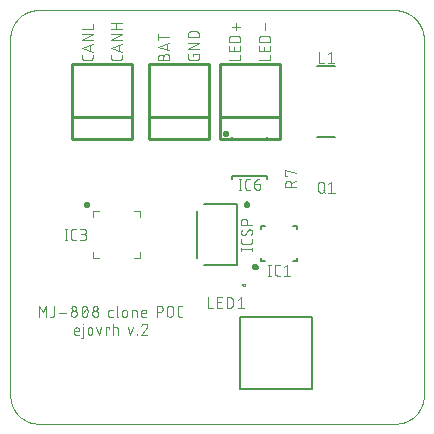
<source format=gto>
G04 EAGLE Gerber X2 export*
%TF.Part,Single*%
%TF.FileFunction,Other,Silk top*%
%TF.FilePolarity,Positive*%
%TF.GenerationSoftware,Autodesk,EAGLE,9.0.0*%
%TF.CreationDate,2018-05-03T06:31:59Z*%
G75*
%MOMM*%
%FSLAX35Y35*%
%LPD*%
%AMOC8*
5,1,8,0,0,1.08239X$1,22.5*%
G01*
%ADD10C,0.076200*%
%ADD11C,0.000000*%
%ADD12C,0.127000*%
%ADD13C,0.300000*%
%ADD14C,0.101600*%
%ADD15C,0.152400*%
%ADD16C,0.254000*%
%ADD17C,0.100000*%


D10*
X1294868Y3078810D02*
X1294868Y3104471D01*
X1294876Y3105096D01*
X1294898Y3105720D01*
X1294936Y3106344D01*
X1294990Y3106967D01*
X1295058Y3107588D01*
X1295141Y3108207D01*
X1295240Y3108824D01*
X1295353Y3109439D01*
X1295482Y3110050D01*
X1295625Y3110659D01*
X1295783Y3111263D01*
X1295956Y3111864D01*
X1296143Y3112460D01*
X1296345Y3113052D01*
X1296561Y3113638D01*
X1296792Y3114219D01*
X1297036Y3114794D01*
X1297294Y3115363D01*
X1297566Y3115926D01*
X1297852Y3116481D01*
X1298151Y3117030D01*
X1298464Y3117571D01*
X1298789Y3118105D01*
X1299128Y3118630D01*
X1299479Y3119147D01*
X1299843Y3119655D01*
X1300218Y3120154D01*
X1300606Y3120644D01*
X1301006Y3121125D01*
X1301417Y3121595D01*
X1301840Y3122055D01*
X1302274Y3122505D01*
X1302718Y3122944D01*
X1303173Y3123373D01*
X1303639Y3123790D01*
X1304114Y3124195D01*
X1304600Y3124589D01*
X1305094Y3124971D01*
X1305598Y3125341D01*
X1306111Y3125698D01*
X1306632Y3126043D01*
X1307161Y3126375D01*
X1307699Y3126694D01*
X1308243Y3127000D01*
X1308796Y3127292D01*
X1309355Y3127571D01*
X1309921Y3127837D01*
X1310493Y3128088D01*
X1311071Y3128325D01*
X1311655Y3128549D01*
X1312244Y3128758D01*
X1312837Y3128952D01*
X1313436Y3129132D01*
X1314038Y3129298D01*
X1314645Y3129448D01*
X1315255Y3129584D01*
X1315868Y3129705D01*
X1316484Y3129811D01*
X1317102Y3129902D01*
X1317722Y3129978D01*
X1318344Y3130039D01*
X1318968Y3130084D01*
X1319592Y3130115D01*
X1320217Y3130130D01*
X1320841Y3130130D01*
X1321466Y3130115D01*
X1322090Y3130084D01*
X1322714Y3130039D01*
X1323336Y3129978D01*
X1323956Y3129902D01*
X1324574Y3129811D01*
X1325190Y3129705D01*
X1325803Y3129584D01*
X1326413Y3129448D01*
X1327020Y3129298D01*
X1327622Y3129132D01*
X1328221Y3128952D01*
X1328814Y3128758D01*
X1329403Y3128549D01*
X1329987Y3128325D01*
X1330565Y3128088D01*
X1331137Y3127837D01*
X1331703Y3127571D01*
X1332262Y3127292D01*
X1332815Y3127000D01*
X1333360Y3126694D01*
X1333897Y3126375D01*
X1334426Y3126043D01*
X1334947Y3125698D01*
X1335460Y3125341D01*
X1335964Y3124971D01*
X1336458Y3124589D01*
X1336944Y3124195D01*
X1337419Y3123790D01*
X1337885Y3123373D01*
X1338340Y3122944D01*
X1338784Y3122505D01*
X1339218Y3122055D01*
X1339641Y3121595D01*
X1340052Y3121125D01*
X1340452Y3120644D01*
X1340840Y3120154D01*
X1341215Y3119655D01*
X1341579Y3119147D01*
X1341930Y3118630D01*
X1342269Y3118105D01*
X1342594Y3117571D01*
X1342907Y3117030D01*
X1343206Y3116481D01*
X1343492Y3115926D01*
X1343764Y3115363D01*
X1344022Y3114794D01*
X1344266Y3114219D01*
X1344497Y3113638D01*
X1344713Y3113052D01*
X1344915Y3112460D01*
X1345102Y3111864D01*
X1345275Y3111263D01*
X1345433Y3110659D01*
X1345576Y3110050D01*
X1345705Y3109439D01*
X1345818Y3108824D01*
X1345917Y3108207D01*
X1346000Y3107588D01*
X1346068Y3106967D01*
X1346122Y3106344D01*
X1346160Y3105720D01*
X1346182Y3105096D01*
X1346190Y3104471D01*
X1346190Y3078810D01*
X1253810Y3078810D01*
X1253810Y3104471D01*
X1253816Y3104971D01*
X1253834Y3105471D01*
X1253865Y3105970D01*
X1253907Y3106468D01*
X1253962Y3106965D01*
X1254029Y3107460D01*
X1254108Y3107954D01*
X1254198Y3108445D01*
X1254301Y3108935D01*
X1254416Y3109421D01*
X1254542Y3109905D01*
X1254680Y3110385D01*
X1254830Y3110862D01*
X1254992Y3111336D01*
X1255165Y3111805D01*
X1255349Y3112269D01*
X1255544Y3112729D01*
X1255751Y3113185D01*
X1255969Y3113635D01*
X1256197Y3114079D01*
X1256437Y3114518D01*
X1256687Y3114951D01*
X1256947Y3115378D01*
X1257218Y3115798D01*
X1257499Y3116212D01*
X1257790Y3116618D01*
X1258090Y3117018D01*
X1258401Y3117410D01*
X1258721Y3117794D01*
X1259050Y3118170D01*
X1259388Y3118539D01*
X1259735Y3118899D01*
X1260090Y3119250D01*
X1260454Y3119592D01*
X1260827Y3119926D01*
X1261207Y3120251D01*
X1261595Y3120566D01*
X1261991Y3120871D01*
X1262394Y3121167D01*
X1262804Y3121453D01*
X1263221Y3121729D01*
X1263645Y3121994D01*
X1264075Y3122250D01*
X1264510Y3122494D01*
X1264952Y3122728D01*
X1265400Y3122951D01*
X1265852Y3123164D01*
X1266310Y3123365D01*
X1266772Y3123555D01*
X1267239Y3123733D01*
X1267711Y3123900D01*
X1268186Y3124056D01*
X1268664Y3124200D01*
X1269147Y3124332D01*
X1269632Y3124453D01*
X1270120Y3124562D01*
X1270610Y3124659D01*
X1271103Y3124743D01*
X1271597Y3124816D01*
X1272094Y3124877D01*
X1272591Y3124925D01*
X1273090Y3124962D01*
X1273589Y3124986D01*
X1274089Y3124998D01*
X1274589Y3124998D01*
X1275089Y3124986D01*
X1275588Y3124962D01*
X1276087Y3124925D01*
X1276584Y3124877D01*
X1277081Y3124816D01*
X1277575Y3124743D01*
X1278068Y3124659D01*
X1278558Y3124562D01*
X1279046Y3124453D01*
X1279531Y3124332D01*
X1280014Y3124200D01*
X1280492Y3124056D01*
X1280967Y3123900D01*
X1281439Y3123733D01*
X1281906Y3123555D01*
X1282368Y3123365D01*
X1282826Y3123164D01*
X1283278Y3122951D01*
X1283726Y3122728D01*
X1284168Y3122494D01*
X1284604Y3122250D01*
X1285033Y3121994D01*
X1285457Y3121729D01*
X1285874Y3121453D01*
X1286284Y3121167D01*
X1286687Y3120871D01*
X1287083Y3120566D01*
X1287471Y3120251D01*
X1287851Y3119926D01*
X1288224Y3119592D01*
X1288588Y3119250D01*
X1288943Y3118899D01*
X1289290Y3118539D01*
X1289628Y3118170D01*
X1289957Y3117794D01*
X1290277Y3117410D01*
X1290588Y3117018D01*
X1290888Y3116618D01*
X1291179Y3116212D01*
X1291460Y3115798D01*
X1291731Y3115378D01*
X1291991Y3114951D01*
X1292241Y3114518D01*
X1292481Y3114079D01*
X1292709Y3113635D01*
X1292927Y3113185D01*
X1293134Y3112729D01*
X1293329Y3112269D01*
X1293513Y3111805D01*
X1293686Y3111336D01*
X1293848Y3110862D01*
X1293998Y3110385D01*
X1294136Y3109905D01*
X1294262Y3109421D01*
X1294377Y3108935D01*
X1294480Y3108445D01*
X1294570Y3107954D01*
X1294649Y3107460D01*
X1294716Y3106965D01*
X1294771Y3106468D01*
X1294813Y3105970D01*
X1294844Y3105471D01*
X1294862Y3104971D01*
X1294868Y3104471D01*
X1346190Y3159376D02*
X1253810Y3190169D01*
X1346190Y3220963D01*
X1323095Y3213264D02*
X1323095Y3167074D01*
X1346190Y3274169D02*
X1253810Y3274169D01*
X1253810Y3248508D02*
X1253810Y3299830D01*
X1544868Y3130132D02*
X1544868Y3114735D01*
X1544868Y3130132D02*
X1596190Y3130132D01*
X1596190Y3099339D01*
X1596184Y3098843D01*
X1596166Y3098347D01*
X1596136Y3097852D01*
X1596094Y3097358D01*
X1596040Y3096865D01*
X1595975Y3096373D01*
X1595897Y3095883D01*
X1595808Y3095395D01*
X1595706Y3094909D01*
X1595593Y3094426D01*
X1595469Y3093946D01*
X1595333Y3093469D01*
X1595185Y3092995D01*
X1595026Y3092525D01*
X1594856Y3092059D01*
X1594674Y3091598D01*
X1594482Y3091140D01*
X1594278Y3090688D01*
X1594064Y3090241D01*
X1593839Y3089799D01*
X1593603Y3089362D01*
X1593356Y3088932D01*
X1593100Y3088507D01*
X1592833Y3088089D01*
X1592556Y3087677D01*
X1592269Y3087272D01*
X1591973Y3086875D01*
X1591667Y3086484D01*
X1591352Y3086101D01*
X1591027Y3085726D01*
X1590694Y3085358D01*
X1590352Y3084999D01*
X1590001Y3084648D01*
X1589642Y3084306D01*
X1589274Y3083973D01*
X1588899Y3083648D01*
X1588516Y3083333D01*
X1588125Y3083027D01*
X1587728Y3082731D01*
X1587323Y3082444D01*
X1586911Y3082167D01*
X1586493Y3081900D01*
X1586068Y3081644D01*
X1585638Y3081397D01*
X1585201Y3081161D01*
X1584759Y3080936D01*
X1584312Y3080722D01*
X1583860Y3080518D01*
X1583402Y3080326D01*
X1582941Y3080144D01*
X1582475Y3079974D01*
X1582005Y3079815D01*
X1581531Y3079667D01*
X1581054Y3079531D01*
X1580574Y3079407D01*
X1580091Y3079294D01*
X1579605Y3079192D01*
X1579117Y3079103D01*
X1578627Y3079025D01*
X1578135Y3078960D01*
X1577642Y3078906D01*
X1577148Y3078864D01*
X1576653Y3078834D01*
X1576157Y3078816D01*
X1575661Y3078810D01*
X1524339Y3078810D01*
X1523835Y3078816D01*
X1523332Y3078835D01*
X1522829Y3078866D01*
X1522327Y3078909D01*
X1521826Y3078964D01*
X1521327Y3079032D01*
X1520829Y3079112D01*
X1520334Y3079204D01*
X1519841Y3079309D01*
X1519351Y3079425D01*
X1518864Y3079554D01*
X1518380Y3079694D01*
X1517900Y3079846D01*
X1517423Y3080010D01*
X1516951Y3080186D01*
X1516483Y3080373D01*
X1516020Y3080571D01*
X1515562Y3080781D01*
X1515109Y3081002D01*
X1514662Y3081234D01*
X1514220Y3081477D01*
X1513785Y3081731D01*
X1513356Y3081995D01*
X1512934Y3082270D01*
X1512518Y3082555D01*
X1512110Y3082850D01*
X1511709Y3083155D01*
X1511316Y3083470D01*
X1510930Y3083794D01*
X1510553Y3084128D01*
X1510184Y3084471D01*
X1509823Y3084823D01*
X1509471Y3085183D01*
X1509128Y3085552D01*
X1508794Y3085930D01*
X1508470Y3086315D01*
X1508155Y3086709D01*
X1507850Y3087110D01*
X1507555Y3087518D01*
X1507270Y3087933D01*
X1506995Y3088356D01*
X1506731Y3088785D01*
X1506477Y3089220D01*
X1506234Y3089661D01*
X1506002Y3090109D01*
X1505781Y3090561D01*
X1505571Y3091019D01*
X1505373Y3091482D01*
X1505186Y3091950D01*
X1505010Y3092423D01*
X1504846Y3092899D01*
X1504694Y3093379D01*
X1504554Y3093863D01*
X1504425Y3094350D01*
X1504309Y3094841D01*
X1504205Y3095333D01*
X1504112Y3095829D01*
X1504032Y3096326D01*
X1503964Y3096825D01*
X1503909Y3097326D01*
X1503866Y3097828D01*
X1503835Y3098331D01*
X1503816Y3098835D01*
X1503810Y3099338D01*
X1503810Y3099339D02*
X1503810Y3130132D01*
X1503810Y3174810D02*
X1596190Y3174810D01*
X1596190Y3226132D02*
X1503810Y3174810D01*
X1503810Y3226132D02*
X1596190Y3226132D01*
X1596190Y3270809D02*
X1503810Y3270809D01*
X1503810Y3296470D01*
X1503817Y3297090D01*
X1503840Y3297710D01*
X1503877Y3298329D01*
X1503930Y3298947D01*
X1503997Y3299563D01*
X1504079Y3300178D01*
X1504176Y3300790D01*
X1504288Y3301400D01*
X1504415Y3302007D01*
X1504556Y3302611D01*
X1504711Y3303211D01*
X1504881Y3303808D01*
X1505066Y3304400D01*
X1505265Y3304987D01*
X1505478Y3305570D01*
X1505704Y3306147D01*
X1505945Y3306718D01*
X1506200Y3307284D01*
X1506468Y3307843D01*
X1506749Y3308395D01*
X1507044Y3308941D01*
X1507352Y3309479D01*
X1507673Y3310010D01*
X1508006Y3310533D01*
X1508352Y3311047D01*
X1508711Y3311553D01*
X1509081Y3312050D01*
X1509464Y3312539D01*
X1509858Y3313017D01*
X1510263Y3313486D01*
X1510680Y3313946D01*
X1511108Y3314395D01*
X1511546Y3314833D01*
X1511995Y3315261D01*
X1512455Y3315678D01*
X1512924Y3316083D01*
X1513402Y3316477D01*
X1513891Y3316860D01*
X1514388Y3317230D01*
X1514894Y3317589D01*
X1515408Y3317935D01*
X1515931Y3318268D01*
X1516462Y3318589D01*
X1517000Y3318897D01*
X1517546Y3319192D01*
X1518098Y3319473D01*
X1518657Y3319741D01*
X1519223Y3319996D01*
X1519794Y3320237D01*
X1520371Y3320463D01*
X1520954Y3320676D01*
X1521541Y3320875D01*
X1522133Y3321060D01*
X1522730Y3321230D01*
X1523330Y3321385D01*
X1523934Y3321526D01*
X1524541Y3321653D01*
X1525151Y3321765D01*
X1525763Y3321862D01*
X1526378Y3321944D01*
X1526994Y3322011D01*
X1527612Y3322064D01*
X1528231Y3322101D01*
X1528851Y3322124D01*
X1529471Y3322131D01*
X1529471Y3322132D02*
X1570529Y3322132D01*
X1571149Y3322125D01*
X1571769Y3322102D01*
X1572388Y3322065D01*
X1573006Y3322012D01*
X1573622Y3321945D01*
X1574237Y3321863D01*
X1574849Y3321766D01*
X1575459Y3321654D01*
X1576066Y3321527D01*
X1576670Y3321386D01*
X1577270Y3321231D01*
X1577867Y3321061D01*
X1578459Y3320876D01*
X1579046Y3320677D01*
X1579629Y3320464D01*
X1580206Y3320238D01*
X1580777Y3319997D01*
X1581343Y3319742D01*
X1581902Y3319474D01*
X1582454Y3319193D01*
X1583000Y3318898D01*
X1583538Y3318590D01*
X1584069Y3318269D01*
X1584592Y3317936D01*
X1585106Y3317590D01*
X1585612Y3317231D01*
X1586110Y3316861D01*
X1586598Y3316478D01*
X1587076Y3316084D01*
X1587545Y3315678D01*
X1588005Y3315262D01*
X1588454Y3314834D01*
X1588892Y3314395D01*
X1589320Y3313946D01*
X1589737Y3313487D01*
X1590142Y3313018D01*
X1590536Y3312539D01*
X1590919Y3312051D01*
X1591289Y3311554D01*
X1591648Y3311048D01*
X1591994Y3310533D01*
X1592327Y3310011D01*
X1592648Y3309480D01*
X1592956Y3308942D01*
X1593251Y3308396D01*
X1593532Y3307844D01*
X1593800Y3307284D01*
X1594055Y3306719D01*
X1594296Y3306147D01*
X1594523Y3305570D01*
X1594735Y3304988D01*
X1594934Y3304400D01*
X1595119Y3303808D01*
X1595289Y3303212D01*
X1595444Y3302612D01*
X1595586Y3302008D01*
X1595712Y3301401D01*
X1595824Y3300791D01*
X1595921Y3300178D01*
X1596003Y3299564D01*
X1596070Y3298947D01*
X1596123Y3298329D01*
X1596160Y3297710D01*
X1596183Y3297091D01*
X1596190Y3296471D01*
X1596190Y3296470D02*
X1596190Y3270809D01*
X243534Y996190D02*
X243534Y903810D01*
X274328Y944868D02*
X243534Y996190D01*
X274328Y944868D02*
X305121Y996190D01*
X305121Y903810D01*
X369346Y924339D02*
X369346Y996190D01*
X369346Y924339D02*
X369340Y923843D01*
X369322Y923347D01*
X369292Y922852D01*
X369250Y922358D01*
X369196Y921865D01*
X369131Y921373D01*
X369053Y920883D01*
X368964Y920395D01*
X368862Y919909D01*
X368749Y919426D01*
X368625Y918946D01*
X368489Y918469D01*
X368341Y917995D01*
X368182Y917525D01*
X368012Y917059D01*
X367830Y916598D01*
X367638Y916140D01*
X367434Y915688D01*
X367220Y915241D01*
X366995Y914799D01*
X366759Y914362D01*
X366512Y913932D01*
X366256Y913507D01*
X365989Y913089D01*
X365712Y912677D01*
X365425Y912272D01*
X365129Y911875D01*
X364823Y911484D01*
X364508Y911101D01*
X364183Y910726D01*
X363850Y910358D01*
X363508Y909999D01*
X363157Y909648D01*
X362798Y909306D01*
X362430Y908973D01*
X362055Y908648D01*
X361672Y908333D01*
X361281Y908027D01*
X360884Y907731D01*
X360479Y907444D01*
X360067Y907167D01*
X359649Y906900D01*
X359224Y906644D01*
X358794Y906397D01*
X358357Y906161D01*
X357915Y905936D01*
X357468Y905722D01*
X357016Y905518D01*
X356558Y905326D01*
X356097Y905144D01*
X355631Y904974D01*
X355161Y904815D01*
X354687Y904667D01*
X354210Y904531D01*
X353730Y904407D01*
X353247Y904294D01*
X352761Y904192D01*
X352273Y904103D01*
X351783Y904025D01*
X351291Y903960D01*
X350798Y903906D01*
X350304Y903864D01*
X349809Y903834D01*
X349313Y903816D01*
X348817Y903810D01*
X338553Y903810D01*
X411534Y939735D02*
X473120Y939735D01*
X512666Y929471D02*
X512674Y930096D01*
X512696Y930720D01*
X512734Y931344D01*
X512788Y931967D01*
X512856Y932588D01*
X512939Y933207D01*
X513038Y933824D01*
X513151Y934439D01*
X513280Y935050D01*
X513423Y935659D01*
X513581Y936263D01*
X513754Y936864D01*
X513941Y937460D01*
X514143Y938052D01*
X514359Y938638D01*
X514590Y939219D01*
X514834Y939794D01*
X515092Y940363D01*
X515364Y940926D01*
X515650Y941481D01*
X515949Y942030D01*
X516262Y942571D01*
X516587Y943105D01*
X516926Y943630D01*
X517277Y944147D01*
X517641Y944655D01*
X518016Y945154D01*
X518404Y945644D01*
X518804Y946125D01*
X519215Y946595D01*
X519638Y947055D01*
X520072Y947505D01*
X520516Y947944D01*
X520971Y948373D01*
X521437Y948790D01*
X521912Y949195D01*
X522398Y949589D01*
X522892Y949971D01*
X523396Y950341D01*
X523909Y950698D01*
X524430Y951043D01*
X524959Y951375D01*
X525497Y951694D01*
X526041Y952000D01*
X526594Y952292D01*
X527153Y952571D01*
X527719Y952837D01*
X528291Y953088D01*
X528869Y953325D01*
X529453Y953549D01*
X530042Y953758D01*
X530635Y953952D01*
X531234Y954132D01*
X531836Y954298D01*
X532443Y954448D01*
X533053Y954584D01*
X533666Y954705D01*
X534282Y954811D01*
X534900Y954902D01*
X535520Y954978D01*
X536142Y955039D01*
X536766Y955084D01*
X537390Y955115D01*
X538015Y955130D01*
X538639Y955130D01*
X539264Y955115D01*
X539888Y955084D01*
X540512Y955039D01*
X541134Y954978D01*
X541754Y954902D01*
X542372Y954811D01*
X542988Y954705D01*
X543601Y954584D01*
X544211Y954448D01*
X544818Y954298D01*
X545420Y954132D01*
X546019Y953952D01*
X546612Y953758D01*
X547201Y953549D01*
X547785Y953325D01*
X548363Y953088D01*
X548935Y952837D01*
X549501Y952571D01*
X550060Y952292D01*
X550613Y952000D01*
X551158Y951694D01*
X551695Y951375D01*
X552224Y951043D01*
X552745Y950698D01*
X553258Y950341D01*
X553762Y949971D01*
X554256Y949589D01*
X554742Y949195D01*
X555217Y948790D01*
X555683Y948373D01*
X556138Y947944D01*
X556582Y947505D01*
X557016Y947055D01*
X557439Y946595D01*
X557850Y946125D01*
X558250Y945644D01*
X558638Y945154D01*
X559013Y944655D01*
X559377Y944147D01*
X559728Y943630D01*
X560067Y943105D01*
X560392Y942571D01*
X560705Y942030D01*
X561004Y941481D01*
X561290Y940926D01*
X561562Y940363D01*
X561820Y939794D01*
X562064Y939219D01*
X562295Y938638D01*
X562511Y938052D01*
X562713Y937460D01*
X562900Y936864D01*
X563073Y936263D01*
X563231Y935659D01*
X563374Y935050D01*
X563503Y934439D01*
X563616Y933824D01*
X563715Y933207D01*
X563798Y932588D01*
X563866Y931967D01*
X563920Y931344D01*
X563958Y930720D01*
X563980Y930096D01*
X563988Y929471D01*
X563980Y928846D01*
X563958Y928222D01*
X563920Y927598D01*
X563866Y926975D01*
X563798Y926354D01*
X563715Y925735D01*
X563616Y925118D01*
X563503Y924503D01*
X563374Y923892D01*
X563231Y923283D01*
X563073Y922679D01*
X562900Y922078D01*
X562713Y921482D01*
X562511Y920890D01*
X562295Y920304D01*
X562064Y919723D01*
X561820Y919148D01*
X561562Y918579D01*
X561290Y918016D01*
X561004Y917461D01*
X560705Y916912D01*
X560392Y916371D01*
X560067Y915837D01*
X559728Y915312D01*
X559377Y914795D01*
X559013Y914287D01*
X558638Y913788D01*
X558250Y913298D01*
X557850Y912817D01*
X557439Y912347D01*
X557016Y911887D01*
X556582Y911437D01*
X556138Y910998D01*
X555683Y910569D01*
X555217Y910152D01*
X554742Y909747D01*
X554256Y909353D01*
X553762Y908971D01*
X553258Y908601D01*
X552745Y908244D01*
X552224Y907899D01*
X551695Y907567D01*
X551158Y907248D01*
X550613Y906942D01*
X550060Y906650D01*
X549501Y906371D01*
X548935Y906105D01*
X548363Y905854D01*
X547785Y905617D01*
X547201Y905393D01*
X546612Y905184D01*
X546019Y904990D01*
X545420Y904810D01*
X544818Y904644D01*
X544211Y904494D01*
X543601Y904358D01*
X542988Y904237D01*
X542372Y904131D01*
X541754Y904040D01*
X541134Y903964D01*
X540512Y903903D01*
X539888Y903858D01*
X539264Y903827D01*
X538639Y903812D01*
X538015Y903812D01*
X537390Y903827D01*
X536766Y903858D01*
X536142Y903903D01*
X535520Y903964D01*
X534900Y904040D01*
X534282Y904131D01*
X533666Y904237D01*
X533053Y904358D01*
X532443Y904494D01*
X531836Y904644D01*
X531234Y904810D01*
X530635Y904990D01*
X530042Y905184D01*
X529453Y905393D01*
X528869Y905617D01*
X528291Y905854D01*
X527719Y906105D01*
X527153Y906371D01*
X526594Y906650D01*
X526041Y906942D01*
X525497Y907248D01*
X524959Y907567D01*
X524430Y907899D01*
X523909Y908244D01*
X523396Y908601D01*
X522892Y908971D01*
X522398Y909353D01*
X521912Y909747D01*
X521437Y910152D01*
X520971Y910569D01*
X520516Y910998D01*
X520072Y911437D01*
X519638Y911887D01*
X519215Y912347D01*
X518804Y912817D01*
X518404Y913298D01*
X518016Y913788D01*
X517641Y914287D01*
X517277Y914795D01*
X516926Y915312D01*
X516587Y915837D01*
X516262Y916371D01*
X515949Y916912D01*
X515650Y917461D01*
X515364Y918016D01*
X515092Y918579D01*
X514834Y919148D01*
X514590Y919723D01*
X514359Y920304D01*
X514143Y920890D01*
X513941Y921482D01*
X513754Y922078D01*
X513581Y922679D01*
X513423Y923283D01*
X513280Y923892D01*
X513151Y924503D01*
X513038Y925118D01*
X512939Y925735D01*
X512856Y926354D01*
X512788Y926975D01*
X512734Y927598D01*
X512696Y928222D01*
X512674Y928846D01*
X512666Y929471D01*
X517798Y975661D02*
X517804Y976161D01*
X517822Y976661D01*
X517853Y977160D01*
X517895Y977658D01*
X517950Y978155D01*
X518017Y978650D01*
X518096Y979144D01*
X518186Y979635D01*
X518289Y980125D01*
X518404Y980611D01*
X518530Y981095D01*
X518668Y981575D01*
X518818Y982052D01*
X518980Y982526D01*
X519153Y982995D01*
X519337Y983459D01*
X519532Y983919D01*
X519739Y984375D01*
X519957Y984825D01*
X520185Y985269D01*
X520425Y985708D01*
X520675Y986141D01*
X520935Y986568D01*
X521206Y986988D01*
X521487Y987402D01*
X521778Y987808D01*
X522078Y988208D01*
X522389Y988600D01*
X522709Y988984D01*
X523038Y989360D01*
X523376Y989729D01*
X523723Y990089D01*
X524078Y990440D01*
X524442Y990782D01*
X524815Y991116D01*
X525195Y991441D01*
X525583Y991756D01*
X525979Y992061D01*
X526382Y992357D01*
X526792Y992643D01*
X527209Y992919D01*
X527633Y993184D01*
X528063Y993440D01*
X528498Y993684D01*
X528940Y993918D01*
X529388Y994141D01*
X529840Y994354D01*
X530298Y994555D01*
X530760Y994745D01*
X531227Y994923D01*
X531699Y995090D01*
X532174Y995246D01*
X532652Y995390D01*
X533135Y995522D01*
X533620Y995643D01*
X534108Y995752D01*
X534598Y995849D01*
X535091Y995933D01*
X535585Y996006D01*
X536082Y996067D01*
X536579Y996115D01*
X537078Y996152D01*
X537577Y996176D01*
X538077Y996188D01*
X538577Y996188D01*
X539077Y996176D01*
X539576Y996152D01*
X540075Y996115D01*
X540572Y996067D01*
X541069Y996006D01*
X541563Y995933D01*
X542056Y995849D01*
X542546Y995752D01*
X543034Y995643D01*
X543519Y995522D01*
X544002Y995390D01*
X544480Y995246D01*
X544955Y995090D01*
X545427Y994923D01*
X545894Y994745D01*
X546356Y994555D01*
X546814Y994354D01*
X547266Y994141D01*
X547714Y993918D01*
X548156Y993684D01*
X548592Y993440D01*
X549021Y993184D01*
X549445Y992919D01*
X549862Y992643D01*
X550272Y992357D01*
X550675Y992061D01*
X551071Y991756D01*
X551459Y991441D01*
X551839Y991116D01*
X552212Y990782D01*
X552576Y990440D01*
X552931Y990089D01*
X553278Y989729D01*
X553616Y989360D01*
X553945Y988984D01*
X554265Y988600D01*
X554576Y988208D01*
X554876Y987808D01*
X555167Y987402D01*
X555448Y986988D01*
X555719Y986568D01*
X555979Y986141D01*
X556229Y985708D01*
X556469Y985269D01*
X556697Y984825D01*
X556915Y984375D01*
X557122Y983919D01*
X557317Y983459D01*
X557501Y982995D01*
X557674Y982526D01*
X557836Y982052D01*
X557986Y981575D01*
X558124Y981095D01*
X558250Y980611D01*
X558365Y980125D01*
X558468Y979635D01*
X558558Y979144D01*
X558637Y978650D01*
X558704Y978155D01*
X558759Y977658D01*
X558801Y977160D01*
X558832Y976661D01*
X558850Y976161D01*
X558856Y975661D01*
X558850Y975161D01*
X558832Y974661D01*
X558801Y974162D01*
X558759Y973664D01*
X558704Y973167D01*
X558637Y972672D01*
X558558Y972178D01*
X558468Y971687D01*
X558365Y971197D01*
X558250Y970711D01*
X558124Y970227D01*
X557986Y969747D01*
X557836Y969270D01*
X557674Y968796D01*
X557501Y968327D01*
X557317Y967863D01*
X557122Y967403D01*
X556915Y966947D01*
X556697Y966497D01*
X556469Y966053D01*
X556229Y965614D01*
X555979Y965181D01*
X555719Y964754D01*
X555448Y964334D01*
X555167Y963920D01*
X554876Y963514D01*
X554576Y963114D01*
X554265Y962722D01*
X553945Y962338D01*
X553616Y961962D01*
X553278Y961593D01*
X552931Y961233D01*
X552576Y960882D01*
X552212Y960540D01*
X551839Y960206D01*
X551459Y959881D01*
X551071Y959566D01*
X550675Y959261D01*
X550272Y958965D01*
X549862Y958679D01*
X549445Y958403D01*
X549021Y958138D01*
X548592Y957882D01*
X548156Y957638D01*
X547714Y957404D01*
X547266Y957181D01*
X546814Y956968D01*
X546356Y956767D01*
X545894Y956577D01*
X545427Y956399D01*
X544955Y956232D01*
X544480Y956076D01*
X544002Y955932D01*
X543519Y955800D01*
X543034Y955679D01*
X542546Y955570D01*
X542056Y955473D01*
X541563Y955389D01*
X541069Y955316D01*
X540572Y955255D01*
X540075Y955207D01*
X539576Y955170D01*
X539077Y955146D01*
X538577Y955134D01*
X538077Y955134D01*
X537577Y955146D01*
X537078Y955170D01*
X536579Y955207D01*
X536082Y955255D01*
X535585Y955316D01*
X535091Y955389D01*
X534598Y955473D01*
X534108Y955570D01*
X533620Y955679D01*
X533135Y955800D01*
X532652Y955932D01*
X532174Y956076D01*
X531699Y956232D01*
X531227Y956399D01*
X530760Y956577D01*
X530298Y956767D01*
X529840Y956968D01*
X529388Y957181D01*
X528940Y957404D01*
X528498Y957638D01*
X528063Y957882D01*
X527633Y958138D01*
X527209Y958403D01*
X526792Y958679D01*
X526382Y958965D01*
X525979Y959261D01*
X525583Y959566D01*
X525195Y959881D01*
X524815Y960206D01*
X524442Y960540D01*
X524078Y960882D01*
X523723Y961233D01*
X523376Y961593D01*
X523038Y961962D01*
X522709Y962338D01*
X522389Y962722D01*
X522078Y963114D01*
X521778Y963514D01*
X521487Y963920D01*
X521206Y964334D01*
X520935Y964754D01*
X520675Y965181D01*
X520425Y965614D01*
X520185Y966053D01*
X519957Y966497D01*
X519739Y966947D01*
X519532Y967403D01*
X519337Y967863D01*
X519153Y968327D01*
X518980Y968796D01*
X518818Y969270D01*
X518668Y969747D01*
X518530Y970227D01*
X518404Y970711D01*
X518289Y971197D01*
X518186Y971687D01*
X518096Y972178D01*
X518017Y972672D01*
X517950Y973167D01*
X517895Y973664D01*
X517853Y974162D01*
X517822Y974661D01*
X517804Y975161D01*
X517798Y975661D01*
X602666Y950000D02*
X602688Y951817D01*
X602753Y953633D01*
X602861Y955448D01*
X603013Y957259D01*
X603208Y959066D01*
X603446Y960867D01*
X603727Y962663D01*
X604050Y964451D01*
X604416Y966231D01*
X604825Y968002D01*
X605276Y969763D01*
X605769Y971512D01*
X606303Y973249D01*
X606879Y974973D01*
X607495Y976683D01*
X608152Y978377D01*
X608850Y980055D01*
X609587Y981716D01*
X610364Y983359D01*
X610363Y983360D02*
X610519Y983795D01*
X610684Y984226D01*
X610860Y984653D01*
X611047Y985075D01*
X611243Y985493D01*
X611450Y985906D01*
X611667Y986314D01*
X611893Y986717D01*
X612130Y987114D01*
X612375Y987505D01*
X612631Y987889D01*
X612895Y988268D01*
X613169Y988640D01*
X613452Y989005D01*
X613743Y989364D01*
X614043Y989715D01*
X614352Y990058D01*
X614669Y990394D01*
X614994Y990723D01*
X615327Y991043D01*
X615667Y991355D01*
X616015Y991659D01*
X616370Y991954D01*
X616733Y992240D01*
X617102Y992518D01*
X617478Y992786D01*
X617860Y993045D01*
X618248Y993295D01*
X618643Y993536D01*
X619043Y993766D01*
X619449Y993987D01*
X619859Y994198D01*
X620275Y994399D01*
X620696Y994590D01*
X621121Y994770D01*
X621551Y994940D01*
X621984Y995100D01*
X622421Y995249D01*
X622862Y995387D01*
X623306Y995514D01*
X623753Y995631D01*
X624202Y995737D01*
X624654Y995832D01*
X625108Y995915D01*
X625565Y995988D01*
X626022Y996050D01*
X626481Y996100D01*
X626942Y996139D01*
X627403Y996168D01*
X627864Y996184D01*
X628326Y996190D01*
X628788Y996184D01*
X629249Y996168D01*
X629710Y996139D01*
X630171Y996100D01*
X630630Y996050D01*
X631087Y995988D01*
X631544Y995915D01*
X631998Y995832D01*
X632450Y995737D01*
X632899Y995631D01*
X633346Y995514D01*
X633790Y995387D01*
X634231Y995249D01*
X634668Y995100D01*
X635102Y994940D01*
X635531Y994770D01*
X635956Y994590D01*
X636377Y994399D01*
X636793Y994198D01*
X637204Y993987D01*
X637609Y993766D01*
X638009Y993535D01*
X638404Y993295D01*
X638792Y993045D01*
X639174Y992786D01*
X639550Y992518D01*
X639920Y992240D01*
X640282Y991954D01*
X640637Y991658D01*
X640985Y991355D01*
X641326Y991043D01*
X641658Y990722D01*
X641983Y990394D01*
X642300Y990058D01*
X642609Y989714D01*
X642909Y989363D01*
X643200Y989005D01*
X643483Y988640D01*
X643757Y988268D01*
X644021Y987889D01*
X644277Y987504D01*
X644523Y987113D01*
X644759Y986716D01*
X644985Y986314D01*
X645202Y985906D01*
X645409Y985493D01*
X645605Y985075D01*
X645792Y984653D01*
X645968Y984226D01*
X646134Y983794D01*
X646289Y983359D01*
X646290Y983359D02*
X647066Y981716D01*
X647804Y980055D01*
X648501Y978377D01*
X649159Y976683D01*
X649775Y974973D01*
X650351Y973249D01*
X650885Y971512D01*
X651378Y969763D01*
X651829Y968002D01*
X652237Y966231D01*
X652604Y964451D01*
X652927Y962663D01*
X653208Y960867D01*
X653446Y959066D01*
X653641Y957259D01*
X653793Y955448D01*
X653901Y953634D01*
X653966Y951817D01*
X653988Y950000D01*
X602665Y950000D02*
X602687Y948183D01*
X602752Y946366D01*
X602860Y944552D01*
X603012Y942741D01*
X603207Y940934D01*
X603445Y939132D01*
X603726Y937337D01*
X604049Y935548D01*
X604415Y933768D01*
X604824Y931997D01*
X605275Y930237D01*
X605768Y928487D01*
X606302Y926750D01*
X606878Y925027D01*
X607494Y923317D01*
X608151Y921622D01*
X608849Y919944D01*
X609586Y918283D01*
X610363Y916640D01*
X610364Y916640D02*
X610519Y916205D01*
X610684Y915774D01*
X610860Y915347D01*
X611047Y914924D01*
X611243Y914506D01*
X611450Y914093D01*
X611667Y913686D01*
X611893Y913283D01*
X612130Y912886D01*
X612376Y912495D01*
X612631Y912110D01*
X612896Y911732D01*
X613169Y911360D01*
X613452Y910995D01*
X613743Y910636D01*
X614044Y910285D01*
X614352Y909942D01*
X614669Y909606D01*
X614994Y909277D01*
X615327Y908957D01*
X615667Y908645D01*
X616015Y908341D01*
X616370Y908046D01*
X616733Y907760D01*
X617102Y907482D01*
X617478Y907214D01*
X617860Y906955D01*
X618248Y906705D01*
X618643Y906464D01*
X619043Y906234D01*
X619449Y906013D01*
X619859Y905802D01*
X620275Y905601D01*
X620696Y905410D01*
X621121Y905230D01*
X621551Y905060D01*
X621984Y904900D01*
X622421Y904751D01*
X622862Y904613D01*
X623306Y904486D01*
X623753Y904369D01*
X624202Y904263D01*
X624654Y904168D01*
X625108Y904085D01*
X625565Y904012D01*
X626022Y903950D01*
X626481Y903900D01*
X626942Y903861D01*
X627403Y903832D01*
X627864Y903816D01*
X628326Y903810D01*
X646289Y916640D02*
X647065Y918283D01*
X647803Y919944D01*
X648500Y921623D01*
X649158Y923317D01*
X649774Y925027D01*
X650350Y926751D01*
X650884Y928488D01*
X651377Y930237D01*
X651828Y931998D01*
X652236Y933768D01*
X652603Y935549D01*
X652926Y937337D01*
X653207Y939132D01*
X653445Y940934D01*
X653640Y942741D01*
X653792Y944552D01*
X653900Y946366D01*
X653965Y948183D01*
X653987Y950000D01*
X646289Y916640D02*
X646133Y916205D01*
X645968Y915774D01*
X645792Y915347D01*
X645605Y914925D01*
X645409Y914507D01*
X645202Y914094D01*
X644985Y913686D01*
X644759Y913283D01*
X644522Y912886D01*
X644277Y912495D01*
X644021Y912111D01*
X643757Y911732D01*
X643483Y911360D01*
X643200Y910995D01*
X642909Y910636D01*
X642609Y910285D01*
X642300Y909942D01*
X641983Y909606D01*
X641658Y909277D01*
X641325Y908957D01*
X640985Y908645D01*
X640637Y908341D01*
X640282Y908046D01*
X639919Y907760D01*
X639550Y907482D01*
X639174Y907214D01*
X638792Y906955D01*
X638404Y906705D01*
X638009Y906464D01*
X637609Y906234D01*
X637203Y906013D01*
X636793Y905802D01*
X636377Y905601D01*
X635956Y905410D01*
X635531Y905230D01*
X635101Y905060D01*
X634668Y904900D01*
X634231Y904751D01*
X633790Y904613D01*
X633346Y904486D01*
X632899Y904369D01*
X632450Y904263D01*
X631998Y904168D01*
X631544Y904085D01*
X631087Y904012D01*
X630630Y903950D01*
X630171Y903900D01*
X629710Y903861D01*
X629249Y903832D01*
X628788Y903816D01*
X628326Y903810D01*
X607798Y924339D02*
X648855Y975661D01*
X692665Y929471D02*
X692673Y930096D01*
X692695Y930720D01*
X692733Y931344D01*
X692787Y931967D01*
X692855Y932588D01*
X692938Y933207D01*
X693037Y933824D01*
X693150Y934439D01*
X693279Y935050D01*
X693422Y935659D01*
X693580Y936263D01*
X693753Y936864D01*
X693940Y937460D01*
X694142Y938052D01*
X694358Y938638D01*
X694589Y939219D01*
X694833Y939794D01*
X695091Y940363D01*
X695363Y940926D01*
X695649Y941481D01*
X695948Y942030D01*
X696261Y942571D01*
X696586Y943105D01*
X696925Y943630D01*
X697276Y944147D01*
X697640Y944655D01*
X698015Y945154D01*
X698403Y945644D01*
X698803Y946125D01*
X699214Y946595D01*
X699637Y947055D01*
X700071Y947505D01*
X700515Y947944D01*
X700970Y948373D01*
X701436Y948790D01*
X701911Y949195D01*
X702397Y949589D01*
X702891Y949971D01*
X703395Y950341D01*
X703908Y950698D01*
X704429Y951043D01*
X704958Y951375D01*
X705496Y951694D01*
X706040Y952000D01*
X706593Y952292D01*
X707152Y952571D01*
X707718Y952837D01*
X708290Y953088D01*
X708868Y953325D01*
X709452Y953549D01*
X710041Y953758D01*
X710634Y953952D01*
X711233Y954132D01*
X711835Y954298D01*
X712442Y954448D01*
X713052Y954584D01*
X713665Y954705D01*
X714281Y954811D01*
X714899Y954902D01*
X715519Y954978D01*
X716141Y955039D01*
X716765Y955084D01*
X717389Y955115D01*
X718014Y955130D01*
X718638Y955130D01*
X719263Y955115D01*
X719887Y955084D01*
X720511Y955039D01*
X721133Y954978D01*
X721753Y954902D01*
X722371Y954811D01*
X722987Y954705D01*
X723600Y954584D01*
X724210Y954448D01*
X724817Y954298D01*
X725419Y954132D01*
X726018Y953952D01*
X726611Y953758D01*
X727200Y953549D01*
X727784Y953325D01*
X728362Y953088D01*
X728934Y952837D01*
X729500Y952571D01*
X730059Y952292D01*
X730612Y952000D01*
X731157Y951694D01*
X731694Y951375D01*
X732223Y951043D01*
X732744Y950698D01*
X733257Y950341D01*
X733761Y949971D01*
X734255Y949589D01*
X734741Y949195D01*
X735216Y948790D01*
X735682Y948373D01*
X736137Y947944D01*
X736581Y947505D01*
X737015Y947055D01*
X737438Y946595D01*
X737849Y946125D01*
X738249Y945644D01*
X738637Y945154D01*
X739012Y944655D01*
X739376Y944147D01*
X739727Y943630D01*
X740066Y943105D01*
X740391Y942571D01*
X740704Y942030D01*
X741003Y941481D01*
X741289Y940926D01*
X741561Y940363D01*
X741819Y939794D01*
X742063Y939219D01*
X742294Y938638D01*
X742510Y938052D01*
X742712Y937460D01*
X742899Y936864D01*
X743072Y936263D01*
X743230Y935659D01*
X743373Y935050D01*
X743502Y934439D01*
X743615Y933824D01*
X743714Y933207D01*
X743797Y932588D01*
X743865Y931967D01*
X743919Y931344D01*
X743957Y930720D01*
X743979Y930096D01*
X743987Y929471D01*
X743979Y928846D01*
X743957Y928222D01*
X743919Y927598D01*
X743865Y926975D01*
X743797Y926354D01*
X743714Y925735D01*
X743615Y925118D01*
X743502Y924503D01*
X743373Y923892D01*
X743230Y923283D01*
X743072Y922679D01*
X742899Y922078D01*
X742712Y921482D01*
X742510Y920890D01*
X742294Y920304D01*
X742063Y919723D01*
X741819Y919148D01*
X741561Y918579D01*
X741289Y918016D01*
X741003Y917461D01*
X740704Y916912D01*
X740391Y916371D01*
X740066Y915837D01*
X739727Y915312D01*
X739376Y914795D01*
X739012Y914287D01*
X738637Y913788D01*
X738249Y913298D01*
X737849Y912817D01*
X737438Y912347D01*
X737015Y911887D01*
X736581Y911437D01*
X736137Y910998D01*
X735682Y910569D01*
X735216Y910152D01*
X734741Y909747D01*
X734255Y909353D01*
X733761Y908971D01*
X733257Y908601D01*
X732744Y908244D01*
X732223Y907899D01*
X731694Y907567D01*
X731157Y907248D01*
X730612Y906942D01*
X730059Y906650D01*
X729500Y906371D01*
X728934Y906105D01*
X728362Y905854D01*
X727784Y905617D01*
X727200Y905393D01*
X726611Y905184D01*
X726018Y904990D01*
X725419Y904810D01*
X724817Y904644D01*
X724210Y904494D01*
X723600Y904358D01*
X722987Y904237D01*
X722371Y904131D01*
X721753Y904040D01*
X721133Y903964D01*
X720511Y903903D01*
X719887Y903858D01*
X719263Y903827D01*
X718638Y903812D01*
X718014Y903812D01*
X717389Y903827D01*
X716765Y903858D01*
X716141Y903903D01*
X715519Y903964D01*
X714899Y904040D01*
X714281Y904131D01*
X713665Y904237D01*
X713052Y904358D01*
X712442Y904494D01*
X711835Y904644D01*
X711233Y904810D01*
X710634Y904990D01*
X710041Y905184D01*
X709452Y905393D01*
X708868Y905617D01*
X708290Y905854D01*
X707718Y906105D01*
X707152Y906371D01*
X706593Y906650D01*
X706040Y906942D01*
X705496Y907248D01*
X704958Y907567D01*
X704429Y907899D01*
X703908Y908244D01*
X703395Y908601D01*
X702891Y908971D01*
X702397Y909353D01*
X701911Y909747D01*
X701436Y910152D01*
X700970Y910569D01*
X700515Y910998D01*
X700071Y911437D01*
X699637Y911887D01*
X699214Y912347D01*
X698803Y912817D01*
X698403Y913298D01*
X698015Y913788D01*
X697640Y914287D01*
X697276Y914795D01*
X696925Y915312D01*
X696586Y915837D01*
X696261Y916371D01*
X695948Y916912D01*
X695649Y917461D01*
X695363Y918016D01*
X695091Y918579D01*
X694833Y919148D01*
X694589Y919723D01*
X694358Y920304D01*
X694142Y920890D01*
X693940Y921482D01*
X693753Y922078D01*
X693580Y922679D01*
X693422Y923283D01*
X693279Y923892D01*
X693150Y924503D01*
X693037Y925118D01*
X692938Y925735D01*
X692855Y926354D01*
X692787Y926975D01*
X692733Y927598D01*
X692695Y928222D01*
X692673Y928846D01*
X692665Y929471D01*
X697797Y975661D02*
X697803Y976161D01*
X697821Y976661D01*
X697852Y977160D01*
X697894Y977658D01*
X697949Y978155D01*
X698016Y978650D01*
X698095Y979144D01*
X698185Y979635D01*
X698288Y980125D01*
X698403Y980611D01*
X698529Y981095D01*
X698667Y981575D01*
X698817Y982052D01*
X698979Y982526D01*
X699152Y982995D01*
X699336Y983459D01*
X699531Y983919D01*
X699738Y984375D01*
X699956Y984825D01*
X700184Y985269D01*
X700424Y985708D01*
X700674Y986141D01*
X700934Y986568D01*
X701205Y986988D01*
X701486Y987402D01*
X701777Y987808D01*
X702077Y988208D01*
X702388Y988600D01*
X702708Y988984D01*
X703037Y989360D01*
X703375Y989729D01*
X703722Y990089D01*
X704077Y990440D01*
X704441Y990782D01*
X704814Y991116D01*
X705194Y991441D01*
X705582Y991756D01*
X705978Y992061D01*
X706381Y992357D01*
X706791Y992643D01*
X707208Y992919D01*
X707632Y993184D01*
X708062Y993440D01*
X708497Y993684D01*
X708939Y993918D01*
X709387Y994141D01*
X709839Y994354D01*
X710297Y994555D01*
X710759Y994745D01*
X711226Y994923D01*
X711698Y995090D01*
X712173Y995246D01*
X712651Y995390D01*
X713134Y995522D01*
X713619Y995643D01*
X714107Y995752D01*
X714597Y995849D01*
X715090Y995933D01*
X715584Y996006D01*
X716081Y996067D01*
X716578Y996115D01*
X717077Y996152D01*
X717576Y996176D01*
X718076Y996188D01*
X718576Y996188D01*
X719076Y996176D01*
X719575Y996152D01*
X720074Y996115D01*
X720571Y996067D01*
X721068Y996006D01*
X721562Y995933D01*
X722055Y995849D01*
X722545Y995752D01*
X723033Y995643D01*
X723518Y995522D01*
X724001Y995390D01*
X724479Y995246D01*
X724954Y995090D01*
X725426Y994923D01*
X725893Y994745D01*
X726355Y994555D01*
X726813Y994354D01*
X727265Y994141D01*
X727713Y993918D01*
X728155Y993684D01*
X728591Y993440D01*
X729020Y993184D01*
X729444Y992919D01*
X729861Y992643D01*
X730271Y992357D01*
X730674Y992061D01*
X731070Y991756D01*
X731458Y991441D01*
X731838Y991116D01*
X732211Y990782D01*
X732575Y990440D01*
X732930Y990089D01*
X733277Y989729D01*
X733615Y989360D01*
X733944Y988984D01*
X734264Y988600D01*
X734575Y988208D01*
X734875Y987808D01*
X735166Y987402D01*
X735447Y986988D01*
X735718Y986568D01*
X735978Y986141D01*
X736228Y985708D01*
X736468Y985269D01*
X736696Y984825D01*
X736914Y984375D01*
X737121Y983919D01*
X737316Y983459D01*
X737500Y982995D01*
X737673Y982526D01*
X737835Y982052D01*
X737985Y981575D01*
X738123Y981095D01*
X738249Y980611D01*
X738364Y980125D01*
X738467Y979635D01*
X738557Y979144D01*
X738636Y978650D01*
X738703Y978155D01*
X738758Y977658D01*
X738800Y977160D01*
X738831Y976661D01*
X738849Y976161D01*
X738855Y975661D01*
X738849Y975161D01*
X738831Y974661D01*
X738800Y974162D01*
X738758Y973664D01*
X738703Y973167D01*
X738636Y972672D01*
X738557Y972178D01*
X738467Y971687D01*
X738364Y971197D01*
X738249Y970711D01*
X738123Y970227D01*
X737985Y969747D01*
X737835Y969270D01*
X737673Y968796D01*
X737500Y968327D01*
X737316Y967863D01*
X737121Y967403D01*
X736914Y966947D01*
X736696Y966497D01*
X736468Y966053D01*
X736228Y965614D01*
X735978Y965181D01*
X735718Y964754D01*
X735447Y964334D01*
X735166Y963920D01*
X734875Y963514D01*
X734575Y963114D01*
X734264Y962722D01*
X733944Y962338D01*
X733615Y961962D01*
X733277Y961593D01*
X732930Y961233D01*
X732575Y960882D01*
X732211Y960540D01*
X731838Y960206D01*
X731458Y959881D01*
X731070Y959566D01*
X730674Y959261D01*
X730271Y958965D01*
X729861Y958679D01*
X729444Y958403D01*
X729020Y958138D01*
X728591Y957882D01*
X728155Y957638D01*
X727713Y957404D01*
X727265Y957181D01*
X726813Y956968D01*
X726355Y956767D01*
X725893Y956577D01*
X725426Y956399D01*
X724954Y956232D01*
X724479Y956076D01*
X724001Y955932D01*
X723518Y955800D01*
X723033Y955679D01*
X722545Y955570D01*
X722055Y955473D01*
X721562Y955389D01*
X721068Y955316D01*
X720571Y955255D01*
X720074Y955207D01*
X719575Y955170D01*
X719076Y955146D01*
X718576Y955134D01*
X718076Y955134D01*
X717576Y955146D01*
X717077Y955170D01*
X716578Y955207D01*
X716081Y955255D01*
X715584Y955316D01*
X715090Y955389D01*
X714597Y955473D01*
X714107Y955570D01*
X713619Y955679D01*
X713134Y955800D01*
X712651Y955932D01*
X712173Y956076D01*
X711698Y956232D01*
X711226Y956399D01*
X710759Y956577D01*
X710297Y956767D01*
X709839Y956968D01*
X709387Y957181D01*
X708939Y957404D01*
X708497Y957638D01*
X708062Y957882D01*
X707632Y958138D01*
X707208Y958403D01*
X706791Y958679D01*
X706381Y958965D01*
X705978Y959261D01*
X705582Y959566D01*
X705194Y959881D01*
X704814Y960206D01*
X704441Y960540D01*
X704077Y960882D01*
X703722Y961233D01*
X703375Y961593D01*
X703037Y961962D01*
X702708Y962338D01*
X702388Y962722D01*
X702077Y963114D01*
X701777Y963514D01*
X701486Y963920D01*
X701205Y964334D01*
X700934Y964754D01*
X700674Y965181D01*
X700424Y965614D01*
X700184Y966053D01*
X699956Y966497D01*
X699738Y966947D01*
X699531Y967403D01*
X699336Y967863D01*
X699152Y968327D01*
X698979Y968796D01*
X698817Y969270D01*
X698667Y969747D01*
X698529Y970227D01*
X698403Y970711D01*
X698288Y971197D01*
X698185Y971687D01*
X698095Y972178D01*
X698016Y972672D01*
X697949Y973167D01*
X697894Y973664D01*
X697852Y974162D01*
X697821Y974661D01*
X697803Y975161D01*
X697797Y975661D01*
X845296Y903810D02*
X865824Y903810D01*
X845296Y903810D02*
X844924Y903814D01*
X844552Y903828D01*
X844181Y903850D01*
X843810Y903882D01*
X843440Y903922D01*
X843071Y903972D01*
X842704Y904030D01*
X842338Y904097D01*
X841974Y904173D01*
X841611Y904257D01*
X841251Y904351D01*
X840893Y904453D01*
X840538Y904564D01*
X840186Y904683D01*
X839836Y904811D01*
X839490Y904947D01*
X839147Y905091D01*
X838808Y905244D01*
X838472Y905405D01*
X838141Y905574D01*
X837813Y905751D01*
X837490Y905935D01*
X837172Y906128D01*
X836858Y906328D01*
X836550Y906536D01*
X836246Y906751D01*
X835948Y906973D01*
X835655Y907202D01*
X835367Y907439D01*
X835086Y907682D01*
X834810Y907932D01*
X834541Y908189D01*
X834278Y908452D01*
X834021Y908721D01*
X833771Y908997D01*
X833528Y909278D01*
X833291Y909566D01*
X833062Y909859D01*
X832840Y910157D01*
X832625Y910461D01*
X832417Y910769D01*
X832217Y911083D01*
X832024Y911401D01*
X831840Y911724D01*
X831663Y912052D01*
X831494Y912383D01*
X831333Y912719D01*
X831180Y913058D01*
X831036Y913401D01*
X830900Y913747D01*
X830772Y914097D01*
X830653Y914449D01*
X830542Y914804D01*
X830440Y915162D01*
X830346Y915522D01*
X830262Y915885D01*
X830186Y916249D01*
X830119Y916615D01*
X830061Y916982D01*
X830011Y917351D01*
X829971Y917721D01*
X829939Y918092D01*
X829917Y918463D01*
X829903Y918835D01*
X829899Y919207D01*
X829899Y950000D01*
X829903Y950372D01*
X829917Y950744D01*
X829939Y951115D01*
X829971Y951486D01*
X830011Y951856D01*
X830061Y952225D01*
X830119Y952592D01*
X830186Y952958D01*
X830262Y953322D01*
X830346Y953685D01*
X830440Y954045D01*
X830542Y954402D01*
X830653Y954758D01*
X830772Y955110D01*
X830900Y955460D01*
X831036Y955806D01*
X831180Y956149D01*
X831333Y956488D01*
X831494Y956823D01*
X831663Y957155D01*
X831839Y957482D01*
X832024Y957805D01*
X832217Y958124D01*
X832417Y958437D01*
X832624Y958746D01*
X832839Y959050D01*
X833062Y959348D01*
X833291Y959641D01*
X833528Y959928D01*
X833771Y960210D01*
X834021Y960485D01*
X834278Y960754D01*
X834541Y961017D01*
X834810Y961274D01*
X835086Y961524D01*
X835367Y961768D01*
X835654Y962004D01*
X835947Y962233D01*
X836246Y962456D01*
X836549Y962671D01*
X836858Y962878D01*
X837172Y963079D01*
X837490Y963271D01*
X837813Y963456D01*
X838140Y963633D01*
X838472Y963801D01*
X838807Y963962D01*
X839147Y964115D01*
X839489Y964259D01*
X839836Y964396D01*
X840185Y964523D01*
X840538Y964643D01*
X840893Y964753D01*
X841251Y964855D01*
X841611Y964949D01*
X841973Y965033D01*
X842337Y965109D01*
X842703Y965176D01*
X843071Y965234D01*
X843440Y965284D01*
X843809Y965324D01*
X844180Y965356D01*
X844551Y965378D01*
X844923Y965392D01*
X845295Y965396D01*
X845296Y965397D02*
X865824Y965397D01*
X900018Y996190D02*
X900018Y919207D01*
X900017Y919207D02*
X900021Y918835D01*
X900035Y918463D01*
X900057Y918092D01*
X900089Y917721D01*
X900129Y917351D01*
X900179Y916982D01*
X900237Y916615D01*
X900304Y916249D01*
X900380Y915885D01*
X900464Y915522D01*
X900558Y915162D01*
X900660Y914804D01*
X900771Y914449D01*
X900890Y914097D01*
X901018Y913747D01*
X901154Y913401D01*
X901298Y913058D01*
X901451Y912719D01*
X901612Y912383D01*
X901781Y912052D01*
X901958Y911724D01*
X902142Y911401D01*
X902335Y911083D01*
X902535Y910769D01*
X902743Y910461D01*
X902958Y910157D01*
X903180Y909859D01*
X903409Y909566D01*
X903646Y909278D01*
X903889Y908997D01*
X904139Y908721D01*
X904396Y908452D01*
X904659Y908189D01*
X904928Y907932D01*
X905204Y907682D01*
X905485Y907439D01*
X905773Y907202D01*
X906066Y906973D01*
X906364Y906751D01*
X906668Y906536D01*
X906976Y906328D01*
X907290Y906128D01*
X907608Y905935D01*
X907931Y905751D01*
X908259Y905574D01*
X908590Y905405D01*
X908926Y905244D01*
X909265Y905091D01*
X909608Y904947D01*
X909954Y904811D01*
X910304Y904683D01*
X910656Y904564D01*
X911011Y904453D01*
X911369Y904351D01*
X911729Y904257D01*
X912092Y904173D01*
X912456Y904097D01*
X912822Y904030D01*
X913189Y903972D01*
X913558Y903922D01*
X913928Y903882D01*
X914299Y903850D01*
X914670Y903828D01*
X915042Y903814D01*
X915414Y903810D01*
X946797Y924339D02*
X946797Y944868D01*
X946796Y944868D02*
X946802Y945368D01*
X946820Y945868D01*
X946851Y946367D01*
X946893Y946865D01*
X946948Y947362D01*
X947015Y947857D01*
X947094Y948351D01*
X947184Y948842D01*
X947287Y949332D01*
X947402Y949818D01*
X947528Y950302D01*
X947666Y950782D01*
X947816Y951259D01*
X947978Y951733D01*
X948151Y952202D01*
X948335Y952666D01*
X948530Y953126D01*
X948737Y953582D01*
X948955Y954032D01*
X949183Y954476D01*
X949423Y954915D01*
X949673Y955348D01*
X949933Y955775D01*
X950204Y956195D01*
X950485Y956609D01*
X950776Y957015D01*
X951076Y957415D01*
X951387Y957807D01*
X951707Y958191D01*
X952036Y958567D01*
X952374Y958936D01*
X952721Y959296D01*
X953076Y959647D01*
X953440Y959989D01*
X953813Y960323D01*
X954193Y960648D01*
X954581Y960963D01*
X954977Y961268D01*
X955380Y961564D01*
X955790Y961850D01*
X956207Y962126D01*
X956631Y962391D01*
X957061Y962647D01*
X957496Y962891D01*
X957938Y963125D01*
X958386Y963348D01*
X958838Y963561D01*
X959296Y963762D01*
X959758Y963952D01*
X960225Y964130D01*
X960697Y964297D01*
X961172Y964453D01*
X961650Y964597D01*
X962133Y964729D01*
X962618Y964850D01*
X963106Y964959D01*
X963596Y965056D01*
X964089Y965140D01*
X964583Y965213D01*
X965080Y965274D01*
X965577Y965322D01*
X966076Y965359D01*
X966575Y965383D01*
X967075Y965395D01*
X967575Y965395D01*
X968075Y965383D01*
X968574Y965359D01*
X969073Y965322D01*
X969570Y965274D01*
X970067Y965213D01*
X970561Y965140D01*
X971054Y965056D01*
X971544Y964959D01*
X972032Y964850D01*
X972517Y964729D01*
X973000Y964597D01*
X973478Y964453D01*
X973953Y964297D01*
X974425Y964130D01*
X974892Y963952D01*
X975354Y963762D01*
X975812Y963561D01*
X976264Y963348D01*
X976712Y963125D01*
X977154Y962891D01*
X977590Y962647D01*
X978019Y962391D01*
X978443Y962126D01*
X978860Y961850D01*
X979270Y961564D01*
X979673Y961268D01*
X980069Y960963D01*
X980457Y960648D01*
X980837Y960323D01*
X981210Y959989D01*
X981574Y959647D01*
X981929Y959296D01*
X982276Y958936D01*
X982614Y958567D01*
X982943Y958191D01*
X983263Y957807D01*
X983574Y957415D01*
X983874Y957015D01*
X984165Y956609D01*
X984446Y956195D01*
X984717Y955775D01*
X984977Y955348D01*
X985227Y954915D01*
X985467Y954476D01*
X985695Y954032D01*
X985913Y953582D01*
X986120Y953126D01*
X986315Y952666D01*
X986499Y952202D01*
X986672Y951733D01*
X986834Y951259D01*
X986984Y950782D01*
X987122Y950302D01*
X987248Y949818D01*
X987363Y949332D01*
X987466Y948842D01*
X987556Y948351D01*
X987635Y947857D01*
X987702Y947362D01*
X987757Y946865D01*
X987799Y946367D01*
X987830Y945868D01*
X987848Y945368D01*
X987854Y944868D01*
X987854Y924339D01*
X987848Y923839D01*
X987830Y923339D01*
X987799Y922840D01*
X987757Y922342D01*
X987702Y921845D01*
X987635Y921350D01*
X987556Y920856D01*
X987466Y920365D01*
X987363Y919875D01*
X987248Y919389D01*
X987122Y918905D01*
X986984Y918425D01*
X986834Y917948D01*
X986672Y917474D01*
X986499Y917005D01*
X986315Y916541D01*
X986120Y916081D01*
X985913Y915625D01*
X985695Y915175D01*
X985467Y914731D01*
X985227Y914292D01*
X984977Y913859D01*
X984717Y913432D01*
X984446Y913012D01*
X984165Y912598D01*
X983874Y912192D01*
X983574Y911792D01*
X983263Y911400D01*
X982943Y911016D01*
X982614Y910640D01*
X982276Y910271D01*
X981929Y909911D01*
X981574Y909560D01*
X981210Y909218D01*
X980837Y908884D01*
X980457Y908559D01*
X980069Y908244D01*
X979673Y907939D01*
X979270Y907643D01*
X978860Y907357D01*
X978443Y907081D01*
X978019Y906816D01*
X977590Y906560D01*
X977154Y906316D01*
X976712Y906082D01*
X976264Y905859D01*
X975812Y905646D01*
X975354Y905445D01*
X974892Y905255D01*
X974425Y905077D01*
X973953Y904910D01*
X973478Y904754D01*
X973000Y904610D01*
X972517Y904478D01*
X972032Y904357D01*
X971544Y904248D01*
X971054Y904151D01*
X970561Y904067D01*
X970067Y903994D01*
X969570Y903933D01*
X969073Y903885D01*
X968574Y903848D01*
X968075Y903824D01*
X967575Y903812D01*
X967075Y903812D01*
X966575Y903824D01*
X966076Y903848D01*
X965577Y903885D01*
X965080Y903933D01*
X964583Y903994D01*
X964089Y904067D01*
X963596Y904151D01*
X963106Y904248D01*
X962618Y904357D01*
X962133Y904478D01*
X961650Y904610D01*
X961172Y904754D01*
X960697Y904910D01*
X960225Y905077D01*
X959758Y905255D01*
X959296Y905445D01*
X958838Y905646D01*
X958386Y905859D01*
X957938Y906082D01*
X957496Y906316D01*
X957061Y906560D01*
X956631Y906816D01*
X956207Y907081D01*
X955790Y907357D01*
X955380Y907643D01*
X954977Y907939D01*
X954581Y908244D01*
X954193Y908559D01*
X953813Y908884D01*
X953440Y909218D01*
X953076Y909560D01*
X952721Y909911D01*
X952374Y910271D01*
X952036Y910640D01*
X951707Y911016D01*
X951387Y911400D01*
X951076Y911792D01*
X950776Y912192D01*
X950485Y912598D01*
X950204Y913012D01*
X949933Y913432D01*
X949673Y913859D01*
X949423Y914292D01*
X949183Y914731D01*
X948955Y915175D01*
X948737Y915625D01*
X948530Y916081D01*
X948335Y916541D01*
X948151Y917005D01*
X947978Y917474D01*
X947816Y917948D01*
X947666Y918425D01*
X947528Y918905D01*
X947402Y919389D01*
X947287Y919875D01*
X947184Y920365D01*
X947094Y920856D01*
X947015Y921350D01*
X946948Y921845D01*
X946893Y922342D01*
X946851Y922840D01*
X946820Y923339D01*
X946802Y923839D01*
X946796Y924339D01*
X1027797Y903810D02*
X1027797Y965397D01*
X1053458Y965397D01*
X1053830Y965393D01*
X1054202Y965379D01*
X1054573Y965357D01*
X1054944Y965325D01*
X1055314Y965285D01*
X1055683Y965235D01*
X1056050Y965177D01*
X1056416Y965110D01*
X1056780Y965034D01*
X1057143Y964950D01*
X1057503Y964856D01*
X1057861Y964754D01*
X1058216Y964643D01*
X1058568Y964524D01*
X1058918Y964396D01*
X1059264Y964260D01*
X1059607Y964116D01*
X1059946Y963963D01*
X1060282Y963802D01*
X1060613Y963633D01*
X1060941Y963456D01*
X1061264Y963272D01*
X1061582Y963079D01*
X1061896Y962879D01*
X1062204Y962671D01*
X1062508Y962456D01*
X1062806Y962234D01*
X1063099Y962005D01*
X1063387Y961768D01*
X1063668Y961525D01*
X1063944Y961275D01*
X1064213Y961018D01*
X1064476Y960755D01*
X1064733Y960486D01*
X1064983Y960210D01*
X1065226Y959929D01*
X1065463Y959641D01*
X1065692Y959348D01*
X1065914Y959050D01*
X1066129Y958746D01*
X1066337Y958438D01*
X1066537Y958124D01*
X1066730Y957806D01*
X1066914Y957483D01*
X1067091Y957155D01*
X1067260Y956824D01*
X1067421Y956488D01*
X1067574Y956149D01*
X1067718Y955806D01*
X1067854Y955460D01*
X1067982Y955110D01*
X1068101Y954758D01*
X1068212Y954403D01*
X1068314Y954045D01*
X1068408Y953685D01*
X1068492Y953322D01*
X1068568Y952958D01*
X1068635Y952592D01*
X1068693Y952225D01*
X1068743Y951856D01*
X1068783Y951486D01*
X1068815Y951115D01*
X1068837Y950744D01*
X1068851Y950372D01*
X1068855Y950000D01*
X1068854Y950000D02*
X1068854Y903810D01*
X1124193Y903810D02*
X1149854Y903810D01*
X1124193Y903810D02*
X1123821Y903814D01*
X1123449Y903828D01*
X1123078Y903850D01*
X1122707Y903882D01*
X1122337Y903922D01*
X1121968Y903972D01*
X1121601Y904030D01*
X1121235Y904097D01*
X1120871Y904173D01*
X1120508Y904257D01*
X1120148Y904351D01*
X1119790Y904453D01*
X1119435Y904564D01*
X1119083Y904683D01*
X1118733Y904811D01*
X1118387Y904947D01*
X1118044Y905091D01*
X1117705Y905244D01*
X1117369Y905405D01*
X1117038Y905574D01*
X1116710Y905751D01*
X1116387Y905935D01*
X1116069Y906128D01*
X1115755Y906328D01*
X1115447Y906536D01*
X1115143Y906751D01*
X1114845Y906973D01*
X1114552Y907202D01*
X1114264Y907439D01*
X1113983Y907682D01*
X1113707Y907932D01*
X1113438Y908189D01*
X1113175Y908452D01*
X1112918Y908721D01*
X1112668Y908997D01*
X1112425Y909278D01*
X1112188Y909566D01*
X1111959Y909859D01*
X1111737Y910157D01*
X1111522Y910461D01*
X1111314Y910769D01*
X1111114Y911083D01*
X1110921Y911401D01*
X1110737Y911724D01*
X1110560Y912052D01*
X1110391Y912383D01*
X1110230Y912719D01*
X1110077Y913058D01*
X1109933Y913401D01*
X1109797Y913747D01*
X1109669Y914097D01*
X1109550Y914449D01*
X1109439Y914804D01*
X1109337Y915162D01*
X1109243Y915522D01*
X1109159Y915885D01*
X1109083Y916249D01*
X1109016Y916615D01*
X1108958Y916982D01*
X1108908Y917351D01*
X1108868Y917721D01*
X1108836Y918092D01*
X1108814Y918463D01*
X1108800Y918835D01*
X1108796Y919207D01*
X1108797Y919207D02*
X1108797Y944868D01*
X1108796Y944868D02*
X1108802Y945368D01*
X1108820Y945868D01*
X1108851Y946367D01*
X1108893Y946865D01*
X1108948Y947362D01*
X1109015Y947857D01*
X1109094Y948351D01*
X1109184Y948842D01*
X1109287Y949332D01*
X1109402Y949818D01*
X1109528Y950302D01*
X1109666Y950782D01*
X1109816Y951259D01*
X1109978Y951733D01*
X1110151Y952202D01*
X1110335Y952666D01*
X1110530Y953126D01*
X1110737Y953582D01*
X1110955Y954032D01*
X1111183Y954476D01*
X1111423Y954915D01*
X1111673Y955348D01*
X1111933Y955775D01*
X1112204Y956195D01*
X1112485Y956609D01*
X1112776Y957015D01*
X1113076Y957415D01*
X1113387Y957807D01*
X1113707Y958191D01*
X1114036Y958567D01*
X1114374Y958936D01*
X1114721Y959296D01*
X1115076Y959647D01*
X1115440Y959989D01*
X1115813Y960323D01*
X1116193Y960648D01*
X1116581Y960963D01*
X1116977Y961268D01*
X1117380Y961564D01*
X1117790Y961850D01*
X1118207Y962126D01*
X1118631Y962391D01*
X1119061Y962647D01*
X1119496Y962891D01*
X1119938Y963125D01*
X1120386Y963348D01*
X1120838Y963561D01*
X1121296Y963762D01*
X1121758Y963952D01*
X1122225Y964130D01*
X1122697Y964297D01*
X1123172Y964453D01*
X1123650Y964597D01*
X1124133Y964729D01*
X1124618Y964850D01*
X1125106Y964959D01*
X1125596Y965056D01*
X1126089Y965140D01*
X1126583Y965213D01*
X1127080Y965274D01*
X1127577Y965322D01*
X1128076Y965359D01*
X1128575Y965383D01*
X1129075Y965395D01*
X1129575Y965395D01*
X1130075Y965383D01*
X1130574Y965359D01*
X1131073Y965322D01*
X1131570Y965274D01*
X1132067Y965213D01*
X1132561Y965140D01*
X1133054Y965056D01*
X1133544Y964959D01*
X1134032Y964850D01*
X1134517Y964729D01*
X1135000Y964597D01*
X1135478Y964453D01*
X1135953Y964297D01*
X1136425Y964130D01*
X1136892Y963952D01*
X1137354Y963762D01*
X1137812Y963561D01*
X1138264Y963348D01*
X1138712Y963125D01*
X1139154Y962891D01*
X1139590Y962647D01*
X1140019Y962391D01*
X1140443Y962126D01*
X1140860Y961850D01*
X1141270Y961564D01*
X1141673Y961268D01*
X1142069Y960963D01*
X1142457Y960648D01*
X1142837Y960323D01*
X1143210Y959989D01*
X1143574Y959647D01*
X1143929Y959296D01*
X1144276Y958936D01*
X1144614Y958567D01*
X1144943Y958191D01*
X1145263Y957807D01*
X1145574Y957415D01*
X1145874Y957015D01*
X1146165Y956609D01*
X1146446Y956195D01*
X1146717Y955775D01*
X1146977Y955348D01*
X1147227Y954915D01*
X1147467Y954476D01*
X1147695Y954032D01*
X1147913Y953582D01*
X1148120Y953126D01*
X1148315Y952666D01*
X1148499Y952202D01*
X1148672Y951733D01*
X1148834Y951259D01*
X1148984Y950782D01*
X1149122Y950302D01*
X1149248Y949818D01*
X1149363Y949332D01*
X1149466Y948842D01*
X1149556Y948351D01*
X1149635Y947857D01*
X1149702Y947362D01*
X1149757Y946865D01*
X1149799Y946367D01*
X1149830Y945868D01*
X1149848Y945368D01*
X1149854Y944868D01*
X1149854Y934603D01*
X1108797Y934603D01*
X1239966Y903810D02*
X1239966Y996190D01*
X1265627Y996190D01*
X1266252Y996182D01*
X1266876Y996160D01*
X1267500Y996122D01*
X1268123Y996068D01*
X1268744Y996000D01*
X1269363Y995917D01*
X1269980Y995818D01*
X1270595Y995705D01*
X1271206Y995576D01*
X1271815Y995433D01*
X1272419Y995275D01*
X1273020Y995102D01*
X1273616Y994915D01*
X1274208Y994713D01*
X1274794Y994497D01*
X1275375Y994266D01*
X1275950Y994022D01*
X1276519Y993764D01*
X1277082Y993492D01*
X1277637Y993206D01*
X1278186Y992907D01*
X1278727Y992594D01*
X1279261Y992269D01*
X1279786Y991930D01*
X1280303Y991579D01*
X1280811Y991215D01*
X1281310Y990840D01*
X1281800Y990452D01*
X1282281Y990052D01*
X1282751Y989641D01*
X1283211Y989218D01*
X1283661Y988784D01*
X1284100Y988340D01*
X1284529Y987885D01*
X1284946Y987419D01*
X1285351Y986944D01*
X1285745Y986458D01*
X1286127Y985964D01*
X1286497Y985460D01*
X1286854Y984947D01*
X1287199Y984426D01*
X1287531Y983897D01*
X1287850Y983360D01*
X1288156Y982815D01*
X1288448Y982262D01*
X1288727Y981703D01*
X1288993Y981137D01*
X1289244Y980565D01*
X1289481Y979987D01*
X1289705Y979403D01*
X1289914Y978814D01*
X1290108Y978221D01*
X1290288Y977622D01*
X1290454Y977020D01*
X1290604Y976413D01*
X1290740Y975803D01*
X1290861Y975190D01*
X1290967Y974574D01*
X1291058Y973956D01*
X1291134Y973336D01*
X1291195Y972714D01*
X1291240Y972090D01*
X1291271Y971466D01*
X1291286Y970841D01*
X1291286Y970217D01*
X1291271Y969592D01*
X1291240Y968968D01*
X1291195Y968344D01*
X1291134Y967722D01*
X1291058Y967102D01*
X1290967Y966484D01*
X1290861Y965868D01*
X1290740Y965255D01*
X1290604Y964645D01*
X1290454Y964038D01*
X1290288Y963436D01*
X1290108Y962837D01*
X1289914Y962244D01*
X1289705Y961655D01*
X1289481Y961071D01*
X1289244Y960493D01*
X1288993Y959921D01*
X1288727Y959355D01*
X1288448Y958796D01*
X1288156Y958243D01*
X1287850Y957699D01*
X1287531Y957161D01*
X1287199Y956632D01*
X1286854Y956111D01*
X1286497Y955598D01*
X1286127Y955094D01*
X1285745Y954600D01*
X1285351Y954114D01*
X1284946Y953639D01*
X1284529Y953173D01*
X1284100Y952718D01*
X1283661Y952274D01*
X1283211Y951840D01*
X1282751Y951417D01*
X1282281Y951006D01*
X1281800Y950606D01*
X1281310Y950218D01*
X1280811Y949843D01*
X1280303Y949479D01*
X1279786Y949128D01*
X1279261Y948789D01*
X1278727Y948464D01*
X1278186Y948151D01*
X1277637Y947852D01*
X1277082Y947566D01*
X1276519Y947294D01*
X1275950Y947036D01*
X1275375Y946792D01*
X1274794Y946561D01*
X1274208Y946345D01*
X1273616Y946143D01*
X1273020Y945956D01*
X1272419Y945783D01*
X1271815Y945625D01*
X1271206Y945482D01*
X1270595Y945353D01*
X1269980Y945240D01*
X1269363Y945141D01*
X1268744Y945058D01*
X1268123Y944990D01*
X1267500Y944936D01*
X1266876Y944898D01*
X1266252Y944876D01*
X1265627Y944868D01*
X1239966Y944868D01*
X1325664Y929471D02*
X1325664Y970529D01*
X1325672Y971154D01*
X1325694Y971778D01*
X1325732Y972402D01*
X1325786Y973025D01*
X1325854Y973646D01*
X1325937Y974265D01*
X1326036Y974882D01*
X1326149Y975497D01*
X1326278Y976108D01*
X1326421Y976717D01*
X1326579Y977321D01*
X1326752Y977922D01*
X1326939Y978518D01*
X1327141Y979110D01*
X1327357Y979696D01*
X1327588Y980277D01*
X1327832Y980852D01*
X1328090Y981421D01*
X1328362Y981984D01*
X1328648Y982539D01*
X1328947Y983088D01*
X1329260Y983629D01*
X1329585Y984163D01*
X1329924Y984688D01*
X1330275Y985205D01*
X1330639Y985713D01*
X1331014Y986212D01*
X1331402Y986702D01*
X1331802Y987183D01*
X1332213Y987653D01*
X1332636Y988113D01*
X1333070Y988563D01*
X1333514Y989002D01*
X1333969Y989431D01*
X1334435Y989848D01*
X1334910Y990253D01*
X1335396Y990647D01*
X1335890Y991029D01*
X1336394Y991399D01*
X1336907Y991756D01*
X1337428Y992101D01*
X1337957Y992433D01*
X1338495Y992752D01*
X1339039Y993058D01*
X1339592Y993350D01*
X1340151Y993629D01*
X1340717Y993895D01*
X1341289Y994146D01*
X1341867Y994383D01*
X1342451Y994607D01*
X1343040Y994816D01*
X1343633Y995010D01*
X1344232Y995190D01*
X1344834Y995356D01*
X1345441Y995506D01*
X1346051Y995642D01*
X1346664Y995763D01*
X1347280Y995869D01*
X1347898Y995960D01*
X1348518Y996036D01*
X1349140Y996097D01*
X1349764Y996142D01*
X1350388Y996173D01*
X1351013Y996188D01*
X1351637Y996188D01*
X1352262Y996173D01*
X1352886Y996142D01*
X1353510Y996097D01*
X1354132Y996036D01*
X1354752Y995960D01*
X1355370Y995869D01*
X1355986Y995763D01*
X1356599Y995642D01*
X1357209Y995506D01*
X1357816Y995356D01*
X1358418Y995190D01*
X1359017Y995010D01*
X1359610Y994816D01*
X1360199Y994607D01*
X1360783Y994383D01*
X1361361Y994146D01*
X1361933Y993895D01*
X1362499Y993629D01*
X1363058Y993350D01*
X1363611Y993058D01*
X1364156Y992752D01*
X1364693Y992433D01*
X1365222Y992101D01*
X1365743Y991756D01*
X1366256Y991399D01*
X1366760Y991029D01*
X1367254Y990647D01*
X1367740Y990253D01*
X1368215Y989848D01*
X1368681Y989431D01*
X1369136Y989002D01*
X1369580Y988563D01*
X1370014Y988113D01*
X1370437Y987653D01*
X1370848Y987183D01*
X1371248Y986702D01*
X1371636Y986212D01*
X1372011Y985713D01*
X1372375Y985205D01*
X1372726Y984688D01*
X1373065Y984163D01*
X1373390Y983629D01*
X1373703Y983088D01*
X1374002Y982539D01*
X1374288Y981984D01*
X1374560Y981421D01*
X1374818Y980852D01*
X1375062Y980277D01*
X1375293Y979696D01*
X1375509Y979110D01*
X1375711Y978518D01*
X1375898Y977922D01*
X1376071Y977321D01*
X1376229Y976717D01*
X1376372Y976108D01*
X1376501Y975497D01*
X1376614Y974882D01*
X1376713Y974265D01*
X1376796Y973646D01*
X1376864Y973025D01*
X1376918Y972402D01*
X1376956Y971778D01*
X1376978Y971154D01*
X1376986Y970529D01*
X1376986Y929471D01*
X1376978Y928846D01*
X1376956Y928222D01*
X1376918Y927598D01*
X1376864Y926975D01*
X1376796Y926354D01*
X1376713Y925735D01*
X1376614Y925118D01*
X1376501Y924503D01*
X1376372Y923892D01*
X1376229Y923283D01*
X1376071Y922679D01*
X1375898Y922078D01*
X1375711Y921482D01*
X1375509Y920890D01*
X1375293Y920304D01*
X1375062Y919723D01*
X1374818Y919148D01*
X1374560Y918579D01*
X1374288Y918016D01*
X1374002Y917461D01*
X1373703Y916912D01*
X1373390Y916371D01*
X1373065Y915837D01*
X1372726Y915312D01*
X1372375Y914795D01*
X1372011Y914287D01*
X1371636Y913788D01*
X1371248Y913298D01*
X1370848Y912817D01*
X1370437Y912347D01*
X1370014Y911887D01*
X1369580Y911437D01*
X1369136Y910998D01*
X1368681Y910569D01*
X1368215Y910152D01*
X1367740Y909747D01*
X1367254Y909353D01*
X1366760Y908971D01*
X1366256Y908601D01*
X1365743Y908244D01*
X1365222Y907899D01*
X1364693Y907567D01*
X1364156Y907248D01*
X1363611Y906942D01*
X1363058Y906650D01*
X1362499Y906371D01*
X1361933Y906105D01*
X1361361Y905854D01*
X1360783Y905617D01*
X1360199Y905393D01*
X1359610Y905184D01*
X1359017Y904990D01*
X1358418Y904810D01*
X1357816Y904644D01*
X1357209Y904494D01*
X1356599Y904358D01*
X1355986Y904237D01*
X1355370Y904131D01*
X1354752Y904040D01*
X1354132Y903964D01*
X1353510Y903903D01*
X1352886Y903858D01*
X1352262Y903827D01*
X1351637Y903812D01*
X1351013Y903812D01*
X1350388Y903827D01*
X1349764Y903858D01*
X1349140Y903903D01*
X1348518Y903964D01*
X1347898Y904040D01*
X1347280Y904131D01*
X1346664Y904237D01*
X1346051Y904358D01*
X1345441Y904494D01*
X1344834Y904644D01*
X1344232Y904810D01*
X1343633Y904990D01*
X1343040Y905184D01*
X1342451Y905393D01*
X1341867Y905617D01*
X1341289Y905854D01*
X1340717Y906105D01*
X1340151Y906371D01*
X1339592Y906650D01*
X1339039Y906942D01*
X1338495Y907248D01*
X1337957Y907567D01*
X1337428Y907899D01*
X1336907Y908244D01*
X1336394Y908601D01*
X1335890Y908971D01*
X1335396Y909353D01*
X1334910Y909747D01*
X1334435Y910152D01*
X1333969Y910569D01*
X1333514Y910998D01*
X1333070Y911437D01*
X1332636Y911887D01*
X1332213Y912347D01*
X1331802Y912817D01*
X1331402Y913298D01*
X1331014Y913788D01*
X1330639Y914287D01*
X1330275Y914795D01*
X1329924Y915312D01*
X1329585Y915837D01*
X1329260Y916371D01*
X1328947Y916912D01*
X1328648Y917461D01*
X1328362Y918016D01*
X1328090Y918579D01*
X1327832Y919148D01*
X1327588Y919723D01*
X1327357Y920304D01*
X1327141Y920890D01*
X1326939Y921482D01*
X1326752Y922078D01*
X1326579Y922679D01*
X1326421Y923283D01*
X1326278Y923892D01*
X1326149Y924503D01*
X1326036Y925118D01*
X1325937Y925735D01*
X1325854Y926354D01*
X1325786Y926975D01*
X1325732Y927598D01*
X1325694Y928222D01*
X1325672Y928846D01*
X1325664Y929471D01*
X1435937Y903810D02*
X1456466Y903810D01*
X1435937Y903810D02*
X1435441Y903816D01*
X1434945Y903834D01*
X1434450Y903864D01*
X1433956Y903906D01*
X1433463Y903960D01*
X1432971Y904025D01*
X1432481Y904103D01*
X1431993Y904192D01*
X1431507Y904294D01*
X1431024Y904407D01*
X1430544Y904531D01*
X1430067Y904667D01*
X1429593Y904815D01*
X1429123Y904974D01*
X1428657Y905144D01*
X1428196Y905326D01*
X1427738Y905518D01*
X1427286Y905722D01*
X1426839Y905936D01*
X1426397Y906161D01*
X1425960Y906397D01*
X1425530Y906644D01*
X1425105Y906900D01*
X1424687Y907167D01*
X1424275Y907444D01*
X1423870Y907731D01*
X1423473Y908027D01*
X1423082Y908333D01*
X1422699Y908648D01*
X1422324Y908973D01*
X1421956Y909306D01*
X1421597Y909648D01*
X1421246Y909999D01*
X1420904Y910358D01*
X1420571Y910726D01*
X1420246Y911101D01*
X1419931Y911484D01*
X1419625Y911875D01*
X1419329Y912272D01*
X1419042Y912677D01*
X1418765Y913089D01*
X1418498Y913507D01*
X1418242Y913932D01*
X1417995Y914362D01*
X1417759Y914799D01*
X1417534Y915241D01*
X1417320Y915688D01*
X1417116Y916140D01*
X1416924Y916598D01*
X1416742Y917059D01*
X1416572Y917525D01*
X1416413Y917995D01*
X1416265Y918469D01*
X1416129Y918946D01*
X1416005Y919426D01*
X1415892Y919909D01*
X1415790Y920395D01*
X1415701Y920883D01*
X1415623Y921373D01*
X1415558Y921865D01*
X1415504Y922358D01*
X1415462Y922852D01*
X1415432Y923347D01*
X1415414Y923843D01*
X1415408Y924339D01*
X1415408Y975661D01*
X1415409Y975661D02*
X1415415Y976165D01*
X1415434Y976668D01*
X1415465Y977171D01*
X1415508Y977673D01*
X1415563Y978174D01*
X1415631Y978673D01*
X1415711Y979171D01*
X1415803Y979666D01*
X1415908Y980159D01*
X1416024Y980649D01*
X1416153Y981136D01*
X1416293Y981620D01*
X1416445Y982101D01*
X1416609Y982577D01*
X1416785Y983049D01*
X1416972Y983517D01*
X1417170Y983980D01*
X1417380Y984438D01*
X1417601Y984891D01*
X1417833Y985338D01*
X1418076Y985780D01*
X1418330Y986215D01*
X1418594Y986644D01*
X1418869Y987066D01*
X1419154Y987482D01*
X1419449Y987890D01*
X1419754Y988291D01*
X1420069Y988684D01*
X1420393Y989070D01*
X1420727Y989447D01*
X1421070Y989816D01*
X1421422Y990177D01*
X1421782Y990529D01*
X1422151Y990872D01*
X1422529Y991206D01*
X1422914Y991530D01*
X1423308Y991845D01*
X1423709Y992150D01*
X1424117Y992445D01*
X1424533Y992730D01*
X1424955Y993005D01*
X1425384Y993269D01*
X1425819Y993523D01*
X1426261Y993766D01*
X1426708Y993998D01*
X1427161Y994219D01*
X1427619Y994429D01*
X1428082Y994627D01*
X1428549Y994814D01*
X1429022Y994990D01*
X1429498Y995154D01*
X1429979Y995306D01*
X1430462Y995446D01*
X1430950Y995575D01*
X1431440Y995691D01*
X1431933Y995795D01*
X1432428Y995888D01*
X1432925Y995968D01*
X1433425Y996036D01*
X1433926Y996091D01*
X1434427Y996134D01*
X1434930Y996165D01*
X1435434Y996184D01*
X1435938Y996190D01*
X1435937Y996190D02*
X1456466Y996190D01*
X581463Y753810D02*
X555802Y753810D01*
X555430Y753814D01*
X555058Y753828D01*
X554687Y753850D01*
X554316Y753882D01*
X553946Y753922D01*
X553577Y753972D01*
X553210Y754030D01*
X552844Y754097D01*
X552480Y754173D01*
X552117Y754257D01*
X551757Y754351D01*
X551399Y754453D01*
X551044Y754564D01*
X550692Y754683D01*
X550342Y754811D01*
X549996Y754947D01*
X549653Y755091D01*
X549314Y755244D01*
X548978Y755405D01*
X548647Y755574D01*
X548319Y755751D01*
X547996Y755935D01*
X547678Y756128D01*
X547364Y756328D01*
X547056Y756536D01*
X546752Y756751D01*
X546454Y756973D01*
X546161Y757202D01*
X545873Y757439D01*
X545592Y757682D01*
X545316Y757932D01*
X545047Y758189D01*
X544784Y758452D01*
X544527Y758721D01*
X544277Y758997D01*
X544034Y759278D01*
X543797Y759566D01*
X543568Y759859D01*
X543346Y760157D01*
X543131Y760461D01*
X542923Y760769D01*
X542723Y761083D01*
X542530Y761401D01*
X542346Y761724D01*
X542169Y762052D01*
X542000Y762383D01*
X541839Y762719D01*
X541686Y763058D01*
X541542Y763401D01*
X541406Y763747D01*
X541278Y764097D01*
X541159Y764449D01*
X541048Y764804D01*
X540946Y765162D01*
X540852Y765522D01*
X540768Y765885D01*
X540692Y766249D01*
X540625Y766615D01*
X540567Y766982D01*
X540517Y767351D01*
X540477Y767721D01*
X540445Y768092D01*
X540423Y768463D01*
X540409Y768835D01*
X540405Y769207D01*
X540406Y769207D02*
X540406Y794868D01*
X540405Y794868D02*
X540411Y795368D01*
X540429Y795868D01*
X540460Y796367D01*
X540502Y796865D01*
X540557Y797362D01*
X540624Y797857D01*
X540703Y798351D01*
X540793Y798842D01*
X540896Y799332D01*
X541011Y799818D01*
X541137Y800302D01*
X541275Y800782D01*
X541425Y801259D01*
X541587Y801733D01*
X541760Y802202D01*
X541944Y802666D01*
X542139Y803126D01*
X542346Y803582D01*
X542564Y804032D01*
X542792Y804476D01*
X543032Y804915D01*
X543282Y805348D01*
X543542Y805775D01*
X543813Y806195D01*
X544094Y806609D01*
X544385Y807015D01*
X544685Y807415D01*
X544996Y807807D01*
X545316Y808191D01*
X545645Y808567D01*
X545983Y808936D01*
X546330Y809296D01*
X546685Y809647D01*
X547049Y809989D01*
X547422Y810323D01*
X547802Y810648D01*
X548190Y810963D01*
X548586Y811268D01*
X548989Y811564D01*
X549399Y811850D01*
X549816Y812126D01*
X550240Y812391D01*
X550670Y812647D01*
X551105Y812891D01*
X551547Y813125D01*
X551995Y813348D01*
X552447Y813561D01*
X552905Y813762D01*
X553367Y813952D01*
X553834Y814130D01*
X554306Y814297D01*
X554781Y814453D01*
X555259Y814597D01*
X555742Y814729D01*
X556227Y814850D01*
X556715Y814959D01*
X557205Y815056D01*
X557698Y815140D01*
X558192Y815213D01*
X558689Y815274D01*
X559186Y815322D01*
X559685Y815359D01*
X560184Y815383D01*
X560684Y815395D01*
X561184Y815395D01*
X561684Y815383D01*
X562183Y815359D01*
X562682Y815322D01*
X563179Y815274D01*
X563676Y815213D01*
X564170Y815140D01*
X564663Y815056D01*
X565153Y814959D01*
X565641Y814850D01*
X566126Y814729D01*
X566609Y814597D01*
X567087Y814453D01*
X567562Y814297D01*
X568034Y814130D01*
X568501Y813952D01*
X568963Y813762D01*
X569421Y813561D01*
X569873Y813348D01*
X570321Y813125D01*
X570763Y812891D01*
X571199Y812647D01*
X571628Y812391D01*
X572052Y812126D01*
X572469Y811850D01*
X572879Y811564D01*
X573282Y811268D01*
X573678Y810963D01*
X574066Y810648D01*
X574446Y810323D01*
X574819Y809989D01*
X575183Y809647D01*
X575538Y809296D01*
X575885Y808936D01*
X576223Y808567D01*
X576552Y808191D01*
X576872Y807807D01*
X577183Y807415D01*
X577483Y807015D01*
X577774Y806609D01*
X578055Y806195D01*
X578326Y805775D01*
X578586Y805348D01*
X578836Y804915D01*
X579076Y804476D01*
X579304Y804032D01*
X579522Y803582D01*
X579729Y803126D01*
X579924Y802666D01*
X580108Y802202D01*
X580281Y801733D01*
X580443Y801259D01*
X580593Y800782D01*
X580731Y800302D01*
X580857Y799818D01*
X580972Y799332D01*
X581075Y798842D01*
X581165Y798351D01*
X581244Y797857D01*
X581311Y797362D01*
X581366Y796865D01*
X581408Y796367D01*
X581439Y795868D01*
X581457Y795368D01*
X581463Y794868D01*
X581463Y784603D01*
X540406Y784603D01*
X616416Y815397D02*
X616416Y738413D01*
X616411Y738035D01*
X616397Y737658D01*
X616374Y737280D01*
X616342Y736904D01*
X616300Y736528D01*
X616249Y736154D01*
X616189Y735781D01*
X616120Y735409D01*
X616042Y735040D01*
X615955Y734672D01*
X615858Y734306D01*
X615753Y733944D01*
X615639Y733583D01*
X615516Y733226D01*
X615384Y732872D01*
X615244Y732521D01*
X615095Y732174D01*
X614938Y731830D01*
X614772Y731490D01*
X614598Y731155D01*
X614416Y730824D01*
X614226Y730497D01*
X614027Y730176D01*
X613821Y729859D01*
X613607Y729547D01*
X613386Y729241D01*
X613157Y728940D01*
X612921Y728645D01*
X612678Y728356D01*
X612428Y728073D01*
X612170Y727796D01*
X611906Y727526D01*
X611636Y727262D01*
X611359Y727005D01*
X611076Y726754D01*
X610787Y726511D01*
X610492Y726275D01*
X610191Y726046D01*
X609885Y725825D01*
X609573Y725611D01*
X609257Y725405D01*
X608935Y725207D01*
X608608Y725016D01*
X608277Y724834D01*
X607942Y724660D01*
X607602Y724494D01*
X607259Y724337D01*
X606911Y724188D01*
X606561Y724048D01*
X606206Y723916D01*
X605849Y723793D01*
X605489Y723679D01*
X605126Y723574D01*
X604760Y723477D01*
X604393Y723390D01*
X604023Y723312D01*
X603652Y723243D01*
X603278Y723183D01*
X602904Y723132D01*
X602528Y723090D01*
X602152Y723058D01*
X601775Y723035D01*
X601397Y723021D01*
X601019Y723016D01*
X601019Y723017D02*
X595887Y723017D01*
X613849Y841058D02*
X613849Y846190D01*
X618982Y846190D01*
X618982Y841058D01*
X613849Y841058D01*
X654406Y794868D02*
X654406Y774339D01*
X654405Y794868D02*
X654411Y795368D01*
X654429Y795868D01*
X654460Y796367D01*
X654502Y796865D01*
X654557Y797362D01*
X654624Y797857D01*
X654703Y798351D01*
X654793Y798842D01*
X654896Y799332D01*
X655011Y799818D01*
X655137Y800302D01*
X655275Y800782D01*
X655425Y801259D01*
X655587Y801733D01*
X655760Y802202D01*
X655944Y802666D01*
X656139Y803126D01*
X656346Y803582D01*
X656564Y804032D01*
X656792Y804476D01*
X657032Y804915D01*
X657282Y805348D01*
X657542Y805775D01*
X657813Y806195D01*
X658094Y806609D01*
X658385Y807015D01*
X658685Y807415D01*
X658996Y807807D01*
X659316Y808191D01*
X659645Y808567D01*
X659983Y808936D01*
X660330Y809296D01*
X660685Y809647D01*
X661049Y809989D01*
X661422Y810323D01*
X661802Y810648D01*
X662190Y810963D01*
X662586Y811268D01*
X662989Y811564D01*
X663399Y811850D01*
X663816Y812126D01*
X664240Y812391D01*
X664670Y812647D01*
X665105Y812891D01*
X665547Y813125D01*
X665995Y813348D01*
X666447Y813561D01*
X666905Y813762D01*
X667367Y813952D01*
X667834Y814130D01*
X668306Y814297D01*
X668781Y814453D01*
X669259Y814597D01*
X669742Y814729D01*
X670227Y814850D01*
X670715Y814959D01*
X671205Y815056D01*
X671698Y815140D01*
X672192Y815213D01*
X672689Y815274D01*
X673186Y815322D01*
X673685Y815359D01*
X674184Y815383D01*
X674684Y815395D01*
X675184Y815395D01*
X675684Y815383D01*
X676183Y815359D01*
X676682Y815322D01*
X677179Y815274D01*
X677676Y815213D01*
X678170Y815140D01*
X678663Y815056D01*
X679153Y814959D01*
X679641Y814850D01*
X680126Y814729D01*
X680609Y814597D01*
X681087Y814453D01*
X681562Y814297D01*
X682034Y814130D01*
X682501Y813952D01*
X682963Y813762D01*
X683421Y813561D01*
X683873Y813348D01*
X684321Y813125D01*
X684763Y812891D01*
X685199Y812647D01*
X685628Y812391D01*
X686052Y812126D01*
X686469Y811850D01*
X686879Y811564D01*
X687282Y811268D01*
X687678Y810963D01*
X688066Y810648D01*
X688446Y810323D01*
X688819Y809989D01*
X689183Y809647D01*
X689538Y809296D01*
X689885Y808936D01*
X690223Y808567D01*
X690552Y808191D01*
X690872Y807807D01*
X691183Y807415D01*
X691483Y807015D01*
X691774Y806609D01*
X692055Y806195D01*
X692326Y805775D01*
X692586Y805348D01*
X692836Y804915D01*
X693076Y804476D01*
X693304Y804032D01*
X693522Y803582D01*
X693729Y803126D01*
X693924Y802666D01*
X694108Y802202D01*
X694281Y801733D01*
X694443Y801259D01*
X694593Y800782D01*
X694731Y800302D01*
X694857Y799818D01*
X694972Y799332D01*
X695075Y798842D01*
X695165Y798351D01*
X695244Y797857D01*
X695311Y797362D01*
X695366Y796865D01*
X695408Y796367D01*
X695439Y795868D01*
X695457Y795368D01*
X695463Y794868D01*
X695463Y774339D01*
X695457Y773839D01*
X695439Y773339D01*
X695408Y772840D01*
X695366Y772342D01*
X695311Y771845D01*
X695244Y771350D01*
X695165Y770856D01*
X695075Y770365D01*
X694972Y769875D01*
X694857Y769389D01*
X694731Y768905D01*
X694593Y768425D01*
X694443Y767948D01*
X694281Y767474D01*
X694108Y767005D01*
X693924Y766541D01*
X693729Y766081D01*
X693522Y765625D01*
X693304Y765175D01*
X693076Y764731D01*
X692836Y764292D01*
X692586Y763859D01*
X692326Y763432D01*
X692055Y763012D01*
X691774Y762598D01*
X691483Y762192D01*
X691183Y761792D01*
X690872Y761400D01*
X690552Y761016D01*
X690223Y760640D01*
X689885Y760271D01*
X689538Y759911D01*
X689183Y759560D01*
X688819Y759218D01*
X688446Y758884D01*
X688066Y758559D01*
X687678Y758244D01*
X687282Y757939D01*
X686879Y757643D01*
X686469Y757357D01*
X686052Y757081D01*
X685628Y756816D01*
X685199Y756560D01*
X684763Y756316D01*
X684321Y756082D01*
X683873Y755859D01*
X683421Y755646D01*
X682963Y755445D01*
X682501Y755255D01*
X682034Y755077D01*
X681562Y754910D01*
X681087Y754754D01*
X680609Y754610D01*
X680126Y754478D01*
X679641Y754357D01*
X679153Y754248D01*
X678663Y754151D01*
X678170Y754067D01*
X677676Y753994D01*
X677179Y753933D01*
X676682Y753885D01*
X676183Y753848D01*
X675684Y753824D01*
X675184Y753812D01*
X674684Y753812D01*
X674184Y753824D01*
X673685Y753848D01*
X673186Y753885D01*
X672689Y753933D01*
X672192Y753994D01*
X671698Y754067D01*
X671205Y754151D01*
X670715Y754248D01*
X670227Y754357D01*
X669742Y754478D01*
X669259Y754610D01*
X668781Y754754D01*
X668306Y754910D01*
X667834Y755077D01*
X667367Y755255D01*
X666905Y755445D01*
X666447Y755646D01*
X665995Y755859D01*
X665547Y756082D01*
X665105Y756316D01*
X664670Y756560D01*
X664240Y756816D01*
X663816Y757081D01*
X663399Y757357D01*
X662989Y757643D01*
X662586Y757939D01*
X662190Y758244D01*
X661802Y758559D01*
X661422Y758884D01*
X661049Y759218D01*
X660685Y759560D01*
X660330Y759911D01*
X659983Y760271D01*
X659645Y760640D01*
X659316Y761016D01*
X658996Y761400D01*
X658685Y761792D01*
X658385Y762192D01*
X658094Y762598D01*
X657813Y763012D01*
X657542Y763432D01*
X657282Y763859D01*
X657032Y764292D01*
X656792Y764731D01*
X656564Y765175D01*
X656346Y765625D01*
X656139Y766081D01*
X655944Y766541D01*
X655760Y767005D01*
X655587Y767474D01*
X655425Y767948D01*
X655275Y768425D01*
X655137Y768905D01*
X655011Y769389D01*
X654896Y769875D01*
X654793Y770365D01*
X654703Y770856D01*
X654624Y771350D01*
X654557Y771845D01*
X654502Y772342D01*
X654460Y772840D01*
X654429Y773339D01*
X654411Y773839D01*
X654405Y774339D01*
X729406Y815397D02*
X749934Y753810D01*
X770463Y815397D01*
X807916Y815397D02*
X807916Y753810D01*
X807916Y815397D02*
X838709Y815397D01*
X838709Y805132D01*
X870405Y846190D02*
X870405Y753810D01*
X870405Y815397D02*
X896066Y815397D01*
X896438Y815393D01*
X896810Y815379D01*
X897181Y815357D01*
X897552Y815325D01*
X897922Y815285D01*
X898291Y815235D01*
X898658Y815177D01*
X899024Y815110D01*
X899388Y815034D01*
X899751Y814950D01*
X900111Y814856D01*
X900469Y814754D01*
X900824Y814643D01*
X901176Y814524D01*
X901526Y814396D01*
X901872Y814260D01*
X902215Y814116D01*
X902554Y813963D01*
X902890Y813802D01*
X903221Y813633D01*
X903549Y813456D01*
X903872Y813272D01*
X904190Y813079D01*
X904504Y812879D01*
X904812Y812671D01*
X905116Y812456D01*
X905414Y812234D01*
X905707Y812005D01*
X905995Y811768D01*
X906276Y811525D01*
X906552Y811275D01*
X906821Y811018D01*
X907084Y810755D01*
X907341Y810486D01*
X907591Y810210D01*
X907834Y809929D01*
X908071Y809641D01*
X908300Y809348D01*
X908522Y809050D01*
X908737Y808746D01*
X908945Y808438D01*
X909145Y808124D01*
X909338Y807806D01*
X909522Y807483D01*
X909699Y807155D01*
X909868Y806824D01*
X910029Y806488D01*
X910182Y806149D01*
X910326Y805806D01*
X910462Y805460D01*
X910590Y805110D01*
X910709Y804758D01*
X910820Y804403D01*
X910922Y804045D01*
X911016Y803685D01*
X911100Y803322D01*
X911176Y802958D01*
X911243Y802592D01*
X911301Y802225D01*
X911351Y801856D01*
X911391Y801486D01*
X911423Y801115D01*
X911445Y800744D01*
X911459Y800372D01*
X911463Y800000D01*
X911463Y753810D01*
X996405Y815397D02*
X1016934Y753810D01*
X1037463Y815397D01*
X1068368Y758942D02*
X1068368Y753810D01*
X1068368Y758942D02*
X1073500Y758942D01*
X1073500Y753810D01*
X1068368Y753810D01*
X1159595Y823095D02*
X1159588Y823653D01*
X1159568Y824211D01*
X1159534Y824768D01*
X1159487Y825324D01*
X1159427Y825879D01*
X1159353Y826432D01*
X1159265Y826983D01*
X1159165Y827532D01*
X1159051Y828079D01*
X1158924Y828622D01*
X1158784Y829162D01*
X1158631Y829699D01*
X1158465Y830232D01*
X1158286Y830760D01*
X1158094Y831285D01*
X1157890Y831804D01*
X1157673Y832318D01*
X1157444Y832827D01*
X1157203Y833331D01*
X1156950Y833828D01*
X1156684Y834319D01*
X1156407Y834803D01*
X1156118Y835281D01*
X1155818Y835751D01*
X1155507Y836214D01*
X1155184Y836670D01*
X1154851Y837117D01*
X1154507Y837557D01*
X1154152Y837988D01*
X1153787Y838410D01*
X1153412Y838823D01*
X1153027Y839227D01*
X1152632Y839622D01*
X1152228Y840007D01*
X1151815Y840382D01*
X1151393Y840747D01*
X1150962Y841102D01*
X1150522Y841446D01*
X1150075Y841779D01*
X1149619Y842102D01*
X1149156Y842413D01*
X1148686Y842713D01*
X1148208Y843002D01*
X1147724Y843279D01*
X1147233Y843545D01*
X1146736Y843798D01*
X1146232Y844039D01*
X1145723Y844268D01*
X1145209Y844485D01*
X1144690Y844689D01*
X1144165Y844881D01*
X1143637Y845060D01*
X1143104Y845226D01*
X1142567Y845379D01*
X1142027Y845519D01*
X1141484Y845646D01*
X1140937Y845760D01*
X1140388Y845860D01*
X1139837Y845948D01*
X1139284Y846022D01*
X1138729Y846082D01*
X1138173Y846129D01*
X1137616Y846163D01*
X1137058Y846183D01*
X1136500Y846190D01*
X1135782Y846181D01*
X1135065Y846155D01*
X1134349Y846112D01*
X1133634Y846051D01*
X1132921Y845973D01*
X1132210Y845878D01*
X1131501Y845766D01*
X1130795Y845636D01*
X1130093Y845490D01*
X1129394Y845327D01*
X1128699Y845146D01*
X1128009Y844949D01*
X1127324Y844736D01*
X1126645Y844505D01*
X1125971Y844259D01*
X1125303Y843996D01*
X1124642Y843717D01*
X1123988Y843423D01*
X1123341Y843112D01*
X1122702Y842786D01*
X1122070Y842445D01*
X1121448Y842088D01*
X1120834Y841717D01*
X1120229Y841331D01*
X1119634Y840930D01*
X1119048Y840515D01*
X1118473Y840086D01*
X1117909Y839643D01*
X1117355Y839187D01*
X1116812Y838717D01*
X1116281Y838235D01*
X1115762Y837739D01*
X1115255Y837232D01*
X1114760Y836712D01*
X1114278Y836180D01*
X1113809Y835637D01*
X1113354Y835083D01*
X1112912Y834518D01*
X1112483Y833942D01*
X1112069Y833356D01*
X1111669Y832760D01*
X1111283Y832155D01*
X1110913Y831541D01*
X1110557Y830918D01*
X1110216Y830286D01*
X1109891Y829647D01*
X1109581Y828999D01*
X1109287Y828345D01*
X1109009Y827683D01*
X1108748Y827015D01*
X1108502Y826341D01*
X1108272Y825661D01*
X1151897Y805132D02*
X1152332Y805558D01*
X1152757Y805993D01*
X1153171Y806439D01*
X1153575Y806895D01*
X1153966Y807361D01*
X1154347Y807836D01*
X1154715Y808321D01*
X1155072Y808814D01*
X1155416Y809316D01*
X1155748Y809826D01*
X1156067Y810345D01*
X1156374Y810871D01*
X1156667Y811404D01*
X1156947Y811944D01*
X1157214Y812491D01*
X1157468Y813045D01*
X1157707Y813604D01*
X1157933Y814169D01*
X1158146Y814740D01*
X1158343Y815315D01*
X1158527Y815896D01*
X1158697Y816480D01*
X1158852Y817069D01*
X1158993Y817661D01*
X1159119Y818257D01*
X1159230Y818855D01*
X1159327Y819456D01*
X1159409Y820059D01*
X1159476Y820664D01*
X1159528Y821271D01*
X1159565Y821878D01*
X1159588Y822486D01*
X1159595Y823095D01*
X1151896Y805132D02*
X1108273Y753810D01*
X1159595Y753810D01*
X1853810Y3078810D02*
X1946190Y3078810D01*
X1946190Y3119868D01*
X1946190Y3156810D02*
X1946190Y3197867D01*
X1946190Y3156810D02*
X1853810Y3156810D01*
X1853810Y3197867D01*
X1894868Y3187603D02*
X1894868Y3156810D01*
X1853810Y3234636D02*
X1946190Y3234636D01*
X1853810Y3234636D02*
X1853810Y3260297D01*
X1853817Y3260917D01*
X1853840Y3261537D01*
X1853877Y3262156D01*
X1853930Y3262774D01*
X1853997Y3263390D01*
X1854079Y3264005D01*
X1854176Y3264617D01*
X1854288Y3265227D01*
X1854415Y3265834D01*
X1854556Y3266438D01*
X1854711Y3267038D01*
X1854881Y3267635D01*
X1855066Y3268227D01*
X1855265Y3268814D01*
X1855478Y3269397D01*
X1855704Y3269974D01*
X1855945Y3270545D01*
X1856200Y3271111D01*
X1856468Y3271670D01*
X1856749Y3272222D01*
X1857044Y3272768D01*
X1857352Y3273306D01*
X1857673Y3273837D01*
X1858006Y3274360D01*
X1858352Y3274874D01*
X1858711Y3275380D01*
X1859081Y3275877D01*
X1859464Y3276366D01*
X1859858Y3276844D01*
X1860263Y3277313D01*
X1860680Y3277773D01*
X1861108Y3278222D01*
X1861546Y3278660D01*
X1861995Y3279088D01*
X1862455Y3279505D01*
X1862924Y3279910D01*
X1863402Y3280304D01*
X1863891Y3280687D01*
X1864388Y3281057D01*
X1864894Y3281416D01*
X1865408Y3281762D01*
X1865931Y3282095D01*
X1866462Y3282416D01*
X1867000Y3282724D01*
X1867546Y3283019D01*
X1868098Y3283300D01*
X1868657Y3283568D01*
X1869223Y3283823D01*
X1869794Y3284064D01*
X1870371Y3284290D01*
X1870954Y3284503D01*
X1871541Y3284702D01*
X1872133Y3284887D01*
X1872730Y3285057D01*
X1873330Y3285212D01*
X1873934Y3285353D01*
X1874541Y3285480D01*
X1875151Y3285592D01*
X1875763Y3285689D01*
X1876378Y3285771D01*
X1876994Y3285838D01*
X1877612Y3285891D01*
X1878231Y3285928D01*
X1878851Y3285951D01*
X1879471Y3285958D01*
X1920529Y3285958D01*
X1921149Y3285951D01*
X1921769Y3285928D01*
X1922388Y3285891D01*
X1923006Y3285838D01*
X1923622Y3285771D01*
X1924237Y3285689D01*
X1924849Y3285592D01*
X1925459Y3285480D01*
X1926066Y3285353D01*
X1926670Y3285212D01*
X1927270Y3285057D01*
X1927867Y3284887D01*
X1928459Y3284702D01*
X1929046Y3284503D01*
X1929629Y3284290D01*
X1930206Y3284064D01*
X1930777Y3283823D01*
X1931343Y3283568D01*
X1931902Y3283300D01*
X1932454Y3283019D01*
X1933000Y3282724D01*
X1933538Y3282416D01*
X1934069Y3282095D01*
X1934592Y3281762D01*
X1935106Y3281416D01*
X1935612Y3281057D01*
X1936110Y3280687D01*
X1936598Y3280304D01*
X1937076Y3279910D01*
X1937545Y3279504D01*
X1938005Y3279088D01*
X1938454Y3278660D01*
X1938892Y3278221D01*
X1939320Y3277772D01*
X1939737Y3277313D01*
X1940142Y3276844D01*
X1940536Y3276365D01*
X1940919Y3275877D01*
X1941289Y3275380D01*
X1941648Y3274874D01*
X1941994Y3274359D01*
X1942327Y3273837D01*
X1942648Y3273306D01*
X1942956Y3272768D01*
X1943251Y3272222D01*
X1943532Y3271670D01*
X1943800Y3271110D01*
X1944055Y3270545D01*
X1944296Y3269973D01*
X1944523Y3269396D01*
X1944735Y3268814D01*
X1944934Y3268226D01*
X1945119Y3267634D01*
X1945289Y3267038D01*
X1945444Y3266438D01*
X1945586Y3265834D01*
X1945712Y3265227D01*
X1945824Y3264617D01*
X1945921Y3264004D01*
X1946003Y3263390D01*
X1946070Y3262773D01*
X1946123Y3262155D01*
X1946160Y3261536D01*
X1946183Y3260917D01*
X1946190Y3260297D01*
X1946190Y3234636D01*
X1910265Y3328503D02*
X1910265Y3390090D01*
X1941058Y3359296D02*
X1879471Y3359296D01*
X2103810Y3078810D02*
X2196190Y3078810D01*
X2196190Y3119868D01*
X2196190Y3156810D02*
X2196190Y3197867D01*
X2196190Y3156810D02*
X2103810Y3156810D01*
X2103810Y3197867D01*
X2144868Y3187603D02*
X2144868Y3156810D01*
X2103810Y3234636D02*
X2196190Y3234636D01*
X2103810Y3234636D02*
X2103810Y3260297D01*
X2103817Y3260917D01*
X2103840Y3261537D01*
X2103877Y3262156D01*
X2103930Y3262774D01*
X2103997Y3263390D01*
X2104079Y3264005D01*
X2104176Y3264617D01*
X2104288Y3265227D01*
X2104415Y3265834D01*
X2104556Y3266438D01*
X2104711Y3267038D01*
X2104881Y3267635D01*
X2105066Y3268227D01*
X2105265Y3268814D01*
X2105478Y3269397D01*
X2105704Y3269974D01*
X2105945Y3270545D01*
X2106200Y3271111D01*
X2106468Y3271670D01*
X2106749Y3272222D01*
X2107044Y3272768D01*
X2107352Y3273306D01*
X2107673Y3273837D01*
X2108006Y3274360D01*
X2108352Y3274874D01*
X2108711Y3275380D01*
X2109081Y3275877D01*
X2109464Y3276366D01*
X2109858Y3276844D01*
X2110263Y3277313D01*
X2110680Y3277773D01*
X2111108Y3278222D01*
X2111546Y3278660D01*
X2111995Y3279088D01*
X2112455Y3279505D01*
X2112924Y3279910D01*
X2113402Y3280304D01*
X2113891Y3280687D01*
X2114388Y3281057D01*
X2114894Y3281416D01*
X2115408Y3281762D01*
X2115931Y3282095D01*
X2116462Y3282416D01*
X2117000Y3282724D01*
X2117546Y3283019D01*
X2118098Y3283300D01*
X2118657Y3283568D01*
X2119223Y3283823D01*
X2119794Y3284064D01*
X2120371Y3284290D01*
X2120954Y3284503D01*
X2121541Y3284702D01*
X2122133Y3284887D01*
X2122730Y3285057D01*
X2123330Y3285212D01*
X2123934Y3285353D01*
X2124541Y3285480D01*
X2125151Y3285592D01*
X2125763Y3285689D01*
X2126378Y3285771D01*
X2126994Y3285838D01*
X2127612Y3285891D01*
X2128231Y3285928D01*
X2128851Y3285951D01*
X2129471Y3285958D01*
X2170529Y3285958D01*
X2171149Y3285951D01*
X2171769Y3285928D01*
X2172388Y3285891D01*
X2173006Y3285838D01*
X2173622Y3285771D01*
X2174237Y3285689D01*
X2174849Y3285592D01*
X2175459Y3285480D01*
X2176066Y3285353D01*
X2176670Y3285212D01*
X2177270Y3285057D01*
X2177867Y3284887D01*
X2178459Y3284702D01*
X2179046Y3284503D01*
X2179629Y3284290D01*
X2180206Y3284064D01*
X2180777Y3283823D01*
X2181343Y3283568D01*
X2181902Y3283300D01*
X2182454Y3283019D01*
X2183000Y3282724D01*
X2183538Y3282416D01*
X2184069Y3282095D01*
X2184592Y3281762D01*
X2185106Y3281416D01*
X2185612Y3281057D01*
X2186110Y3280687D01*
X2186598Y3280304D01*
X2187076Y3279910D01*
X2187545Y3279504D01*
X2188005Y3279088D01*
X2188454Y3278660D01*
X2188892Y3278221D01*
X2189320Y3277772D01*
X2189737Y3277313D01*
X2190142Y3276844D01*
X2190536Y3276365D01*
X2190919Y3275877D01*
X2191289Y3275380D01*
X2191648Y3274874D01*
X2191994Y3274359D01*
X2192327Y3273837D01*
X2192648Y3273306D01*
X2192956Y3272768D01*
X2193251Y3272222D01*
X2193532Y3271670D01*
X2193800Y3271110D01*
X2194055Y3270545D01*
X2194296Y3269973D01*
X2194523Y3269396D01*
X2194735Y3268814D01*
X2194934Y3268226D01*
X2195119Y3267634D01*
X2195289Y3267038D01*
X2195444Y3266438D01*
X2195586Y3265834D01*
X2195712Y3265227D01*
X2195824Y3264617D01*
X2195921Y3264004D01*
X2196003Y3263390D01*
X2196070Y3262773D01*
X2196123Y3262155D01*
X2196160Y3261536D01*
X2196183Y3260917D01*
X2196190Y3260297D01*
X2196190Y3234636D01*
X2160265Y3328503D02*
X2160265Y3390090D01*
D11*
X3250000Y0D02*
X250000Y0D01*
X3500000Y225000D02*
X3500000Y3275000D01*
X3225000Y3500000D02*
X250000Y3500000D01*
X0Y3275000D02*
X0Y225000D01*
X0Y3275000D02*
X371Y3280735D01*
X881Y3286460D01*
X1529Y3292170D01*
X2315Y3297864D01*
X3238Y3303536D01*
X4298Y3309185D01*
X5494Y3314806D01*
X6826Y3320397D01*
X8292Y3325954D01*
X9892Y3331474D01*
X11626Y3336954D01*
X13491Y3342390D01*
X15487Y3347780D01*
X17612Y3353120D01*
X19866Y3358406D01*
X22247Y3363637D01*
X24754Y3368809D01*
X27385Y3373919D01*
X30138Y3378963D01*
X33013Y3383940D01*
X36007Y3388846D01*
X39119Y3393678D01*
X42347Y3398433D01*
X45688Y3403109D01*
X49142Y3407703D01*
X52706Y3412212D01*
X56377Y3416633D01*
X60154Y3420965D01*
X64035Y3425204D01*
X68018Y3429348D01*
X72099Y3433395D01*
X76276Y3437342D01*
X80548Y3441186D01*
X84912Y3444927D01*
X89365Y3448561D01*
X93904Y3452086D01*
X98527Y3455500D01*
X103231Y3458802D01*
X108014Y3461989D01*
X112872Y3465060D01*
X117803Y3468012D01*
X122804Y3470844D01*
X127872Y3473555D01*
X133003Y3476142D01*
X138196Y3478605D01*
X143447Y3480942D01*
X148753Y3483150D01*
X154111Y3485230D01*
X159517Y3487180D01*
X164969Y3488999D01*
X170463Y3490686D01*
X175997Y3492239D01*
X181566Y3493658D01*
X187168Y3494942D01*
X192799Y3496090D01*
X198457Y3497102D01*
X204137Y3497977D01*
X209837Y3498715D01*
X215553Y3499314D01*
X221281Y3499775D01*
X227020Y3500098D01*
X232764Y3500282D01*
X238511Y3500327D01*
X244257Y3500233D01*
X250000Y3500000D01*
X3225000Y3500000D02*
X3231143Y3500538D01*
X3237297Y3500926D01*
X3243459Y3501162D01*
X3249625Y3501247D01*
X3255791Y3501180D01*
X3261953Y3500962D01*
X3268109Y3500594D01*
X3274253Y3500074D01*
X3280383Y3499403D01*
X3286494Y3498582D01*
X3292584Y3497612D01*
X3298648Y3496492D01*
X3304682Y3495224D01*
X3310684Y3493808D01*
X3316649Y3492246D01*
X3322574Y3490537D01*
X3328455Y3488684D01*
X3334289Y3486686D01*
X3340072Y3484546D01*
X3345801Y3482265D01*
X3351472Y3479844D01*
X3357083Y3477285D01*
X3362628Y3474588D01*
X3368106Y3471757D01*
X3373512Y3468792D01*
X3378845Y3465694D01*
X3384099Y3462467D01*
X3389273Y3459113D01*
X3394363Y3455632D01*
X3399366Y3452027D01*
X3404279Y3448300D01*
X3409099Y3444454D01*
X3413823Y3440491D01*
X3418449Y3436414D01*
X3422973Y3432224D01*
X3427393Y3427924D01*
X3431706Y3423517D01*
X3435909Y3419005D01*
X3440001Y3414392D01*
X3443978Y3409679D01*
X3447839Y3404871D01*
X3451580Y3399969D01*
X3455199Y3394977D01*
X3458695Y3389897D01*
X3462066Y3384733D01*
X3465309Y3379489D01*
X3468422Y3374166D01*
X3471403Y3368768D01*
X3474251Y3363299D01*
X3476964Y3357761D01*
X3479540Y3352159D01*
X3481978Y3346495D01*
X3484276Y3340773D01*
X3486433Y3334996D01*
X3488448Y3329168D01*
X3490319Y3323292D01*
X3492045Y3317372D01*
X3493626Y3311412D01*
X3495060Y3305415D01*
X3496346Y3299384D01*
X3497484Y3293323D01*
X3498472Y3287237D01*
X3499311Y3281128D01*
X3500000Y3275000D01*
X3500000Y225000D02*
X3499629Y219265D01*
X3499119Y213540D01*
X3498471Y207830D01*
X3497685Y202136D01*
X3496762Y196464D01*
X3495702Y190815D01*
X3494506Y185194D01*
X3493174Y179603D01*
X3491708Y174046D01*
X3490108Y168526D01*
X3488374Y163046D01*
X3486509Y157610D01*
X3484513Y152220D01*
X3482388Y146880D01*
X3480134Y141594D01*
X3477753Y136363D01*
X3475246Y131191D01*
X3472615Y126081D01*
X3469862Y121037D01*
X3466987Y116060D01*
X3463993Y111154D01*
X3460881Y106322D01*
X3457653Y101567D01*
X3454312Y96891D01*
X3450858Y92297D01*
X3447294Y87788D01*
X3443623Y83367D01*
X3439846Y79035D01*
X3435965Y74796D01*
X3431982Y70652D01*
X3427901Y66605D01*
X3423724Y62658D01*
X3419452Y58814D01*
X3415088Y55073D01*
X3410635Y51439D01*
X3406096Y47914D01*
X3401473Y44500D01*
X3396769Y41198D01*
X3391986Y38011D01*
X3387128Y34940D01*
X3382197Y31988D01*
X3377196Y29156D01*
X3372128Y26445D01*
X3366997Y23858D01*
X3361804Y21395D01*
X3356553Y19058D01*
X3351247Y16850D01*
X3345889Y14770D01*
X3340483Y12820D01*
X3335031Y11001D01*
X3329537Y9314D01*
X3324003Y7761D01*
X3318434Y6342D01*
X3312832Y5058D01*
X3307201Y3910D01*
X3301543Y2898D01*
X3295863Y2023D01*
X3290163Y1285D01*
X3284447Y686D01*
X3278719Y225D01*
X3272980Y-98D01*
X3267236Y-282D01*
X3261489Y-327D01*
X3255743Y-233D01*
X3250000Y0D01*
X250000Y0D02*
X244257Y-233D01*
X238511Y-327D01*
X232764Y-282D01*
X227020Y-98D01*
X221281Y225D01*
X215553Y686D01*
X209837Y1285D01*
X204137Y2023D01*
X198457Y2898D01*
X192799Y3910D01*
X187168Y5058D01*
X181566Y6342D01*
X175997Y7761D01*
X170463Y9314D01*
X164969Y11001D01*
X159517Y12820D01*
X154111Y14770D01*
X148753Y16850D01*
X143447Y19058D01*
X138196Y21395D01*
X133003Y23858D01*
X127872Y26445D01*
X122804Y29156D01*
X117803Y31988D01*
X112872Y34940D01*
X108014Y38011D01*
X103231Y41198D01*
X98527Y44500D01*
X93904Y47914D01*
X89365Y51439D01*
X84912Y55073D01*
X80548Y58814D01*
X76276Y62658D01*
X72099Y66605D01*
X68018Y70652D01*
X64035Y74796D01*
X60154Y79035D01*
X56377Y83367D01*
X52706Y87788D01*
X49142Y92297D01*
X45688Y96891D01*
X42347Y101567D01*
X39119Y106322D01*
X36007Y111154D01*
X33013Y116060D01*
X30138Y121037D01*
X27385Y126081D01*
X24754Y131191D01*
X22247Y136363D01*
X19866Y141594D01*
X17612Y146880D01*
X15487Y152220D01*
X13491Y157610D01*
X11626Y163046D01*
X9892Y168526D01*
X8292Y174046D01*
X6826Y179603D01*
X5494Y185194D01*
X4298Y190815D01*
X3238Y196464D01*
X2315Y202136D01*
X1529Y207830D01*
X881Y213540D01*
X371Y219265D01*
X0Y225000D01*
D10*
X946190Y3099339D02*
X946190Y3119868D01*
X946190Y3099339D02*
X946184Y3098843D01*
X946166Y3098347D01*
X946136Y3097852D01*
X946094Y3097358D01*
X946040Y3096865D01*
X945975Y3096373D01*
X945897Y3095883D01*
X945808Y3095395D01*
X945706Y3094909D01*
X945593Y3094426D01*
X945469Y3093946D01*
X945333Y3093469D01*
X945185Y3092995D01*
X945026Y3092525D01*
X944856Y3092059D01*
X944674Y3091598D01*
X944482Y3091140D01*
X944278Y3090688D01*
X944064Y3090241D01*
X943839Y3089799D01*
X943603Y3089362D01*
X943356Y3088932D01*
X943100Y3088507D01*
X942833Y3088089D01*
X942556Y3087677D01*
X942269Y3087272D01*
X941973Y3086875D01*
X941667Y3086484D01*
X941352Y3086101D01*
X941027Y3085726D01*
X940694Y3085358D01*
X940352Y3084999D01*
X940001Y3084648D01*
X939642Y3084306D01*
X939274Y3083973D01*
X938899Y3083648D01*
X938516Y3083333D01*
X938125Y3083027D01*
X937728Y3082731D01*
X937323Y3082444D01*
X936911Y3082167D01*
X936493Y3081900D01*
X936068Y3081644D01*
X935638Y3081397D01*
X935201Y3081161D01*
X934759Y3080936D01*
X934312Y3080722D01*
X933860Y3080518D01*
X933402Y3080326D01*
X932941Y3080144D01*
X932475Y3079974D01*
X932005Y3079815D01*
X931531Y3079667D01*
X931054Y3079531D01*
X930574Y3079407D01*
X930091Y3079294D01*
X929605Y3079192D01*
X929117Y3079103D01*
X928627Y3079025D01*
X928135Y3078960D01*
X927642Y3078906D01*
X927148Y3078864D01*
X926653Y3078834D01*
X926157Y3078816D01*
X925661Y3078810D01*
X874339Y3078810D01*
X873835Y3078816D01*
X873332Y3078835D01*
X872829Y3078866D01*
X872327Y3078909D01*
X871826Y3078964D01*
X871327Y3079032D01*
X870829Y3079112D01*
X870334Y3079204D01*
X869841Y3079309D01*
X869351Y3079425D01*
X868864Y3079554D01*
X868380Y3079694D01*
X867900Y3079846D01*
X867423Y3080010D01*
X866951Y3080186D01*
X866483Y3080373D01*
X866020Y3080571D01*
X865562Y3080781D01*
X865109Y3081002D01*
X864662Y3081234D01*
X864220Y3081477D01*
X863785Y3081731D01*
X863356Y3081995D01*
X862934Y3082270D01*
X862518Y3082555D01*
X862110Y3082850D01*
X861709Y3083155D01*
X861316Y3083470D01*
X860930Y3083794D01*
X860553Y3084128D01*
X860184Y3084471D01*
X859823Y3084823D01*
X859471Y3085183D01*
X859128Y3085552D01*
X858794Y3085930D01*
X858470Y3086315D01*
X858155Y3086709D01*
X857850Y3087110D01*
X857555Y3087518D01*
X857270Y3087933D01*
X856995Y3088356D01*
X856731Y3088785D01*
X856477Y3089220D01*
X856234Y3089661D01*
X856002Y3090109D01*
X855781Y3090561D01*
X855571Y3091019D01*
X855373Y3091482D01*
X855186Y3091950D01*
X855010Y3092423D01*
X854846Y3092899D01*
X854694Y3093379D01*
X854554Y3093863D01*
X854425Y3094350D01*
X854309Y3094841D01*
X854205Y3095333D01*
X854112Y3095829D01*
X854032Y3096326D01*
X853964Y3096825D01*
X853909Y3097326D01*
X853866Y3097828D01*
X853835Y3098331D01*
X853816Y3098835D01*
X853810Y3099338D01*
X853810Y3099339D02*
X853810Y3119868D01*
X853810Y3179726D02*
X946190Y3148933D01*
X946190Y3210519D02*
X853810Y3179726D01*
X923095Y3202821D02*
X923095Y3156631D01*
X946190Y3247064D02*
X853810Y3247064D01*
X946190Y3298387D01*
X853810Y3298387D01*
X853810Y3343064D02*
X946190Y3343064D01*
X894868Y3343064D02*
X894868Y3394386D01*
X853810Y3394386D02*
X946190Y3394386D01*
X696190Y3119868D02*
X696190Y3099339D01*
X696184Y3098843D01*
X696166Y3098347D01*
X696136Y3097852D01*
X696094Y3097358D01*
X696040Y3096865D01*
X695975Y3096373D01*
X695897Y3095883D01*
X695808Y3095395D01*
X695706Y3094909D01*
X695593Y3094426D01*
X695469Y3093946D01*
X695333Y3093469D01*
X695185Y3092995D01*
X695026Y3092525D01*
X694856Y3092059D01*
X694674Y3091598D01*
X694482Y3091140D01*
X694278Y3090688D01*
X694064Y3090241D01*
X693839Y3089799D01*
X693603Y3089362D01*
X693356Y3088932D01*
X693100Y3088507D01*
X692833Y3088089D01*
X692556Y3087677D01*
X692269Y3087272D01*
X691973Y3086875D01*
X691667Y3086484D01*
X691352Y3086101D01*
X691027Y3085726D01*
X690694Y3085358D01*
X690352Y3084999D01*
X690001Y3084648D01*
X689642Y3084306D01*
X689274Y3083973D01*
X688899Y3083648D01*
X688516Y3083333D01*
X688125Y3083027D01*
X687728Y3082731D01*
X687323Y3082444D01*
X686911Y3082167D01*
X686493Y3081900D01*
X686068Y3081644D01*
X685638Y3081397D01*
X685201Y3081161D01*
X684759Y3080936D01*
X684312Y3080722D01*
X683860Y3080518D01*
X683402Y3080326D01*
X682941Y3080144D01*
X682475Y3079974D01*
X682005Y3079815D01*
X681531Y3079667D01*
X681054Y3079531D01*
X680574Y3079407D01*
X680091Y3079294D01*
X679605Y3079192D01*
X679117Y3079103D01*
X678627Y3079025D01*
X678135Y3078960D01*
X677642Y3078906D01*
X677148Y3078864D01*
X676653Y3078834D01*
X676157Y3078816D01*
X675661Y3078810D01*
X624339Y3078810D01*
X623835Y3078816D01*
X623332Y3078835D01*
X622829Y3078866D01*
X622327Y3078909D01*
X621826Y3078964D01*
X621327Y3079032D01*
X620829Y3079112D01*
X620334Y3079204D01*
X619841Y3079309D01*
X619351Y3079425D01*
X618864Y3079554D01*
X618380Y3079694D01*
X617900Y3079846D01*
X617423Y3080010D01*
X616951Y3080186D01*
X616483Y3080373D01*
X616020Y3080571D01*
X615562Y3080781D01*
X615109Y3081002D01*
X614662Y3081234D01*
X614220Y3081477D01*
X613785Y3081731D01*
X613356Y3081995D01*
X612934Y3082270D01*
X612518Y3082555D01*
X612110Y3082850D01*
X611709Y3083155D01*
X611316Y3083470D01*
X610930Y3083794D01*
X610553Y3084128D01*
X610184Y3084471D01*
X609823Y3084823D01*
X609471Y3085183D01*
X609128Y3085552D01*
X608794Y3085930D01*
X608470Y3086315D01*
X608155Y3086709D01*
X607850Y3087110D01*
X607555Y3087518D01*
X607270Y3087933D01*
X606995Y3088356D01*
X606731Y3088785D01*
X606477Y3089220D01*
X606234Y3089661D01*
X606002Y3090109D01*
X605781Y3090561D01*
X605571Y3091019D01*
X605373Y3091482D01*
X605186Y3091950D01*
X605010Y3092423D01*
X604846Y3092899D01*
X604694Y3093379D01*
X604554Y3093863D01*
X604425Y3094350D01*
X604309Y3094841D01*
X604205Y3095333D01*
X604112Y3095829D01*
X604032Y3096326D01*
X603964Y3096825D01*
X603909Y3097326D01*
X603866Y3097828D01*
X603835Y3098331D01*
X603816Y3098835D01*
X603810Y3099338D01*
X603810Y3099339D02*
X603810Y3119868D01*
X603810Y3179726D02*
X696190Y3148933D01*
X696190Y3210519D02*
X603810Y3179726D01*
X673095Y3202821D02*
X673095Y3156631D01*
X696190Y3247064D02*
X603810Y3247064D01*
X696190Y3298387D01*
X603810Y3298387D01*
X603810Y3343238D02*
X696190Y3343238D01*
X696190Y3384295D01*
D11*
X3225000Y3500000D02*
X3231143Y3500538D01*
X3237297Y3500926D01*
X3243459Y3501162D01*
X3249625Y3501247D01*
X3255791Y3501180D01*
X3261953Y3500962D01*
X3268109Y3500594D01*
X3274253Y3500074D01*
X3280383Y3499403D01*
X3286494Y3498582D01*
X3292584Y3497612D01*
X3298648Y3496492D01*
X3304682Y3495224D01*
X3310684Y3493808D01*
X3316649Y3492246D01*
X3322574Y3490537D01*
X3328455Y3488684D01*
X3334289Y3486686D01*
X3340072Y3484546D01*
X3345801Y3482265D01*
X3351472Y3479844D01*
X3357083Y3477285D01*
X3362628Y3474588D01*
X3368106Y3471757D01*
X3373512Y3468792D01*
X3378845Y3465694D01*
X3384099Y3462467D01*
X3389273Y3459113D01*
X3394363Y3455632D01*
X3399366Y3452027D01*
X3404279Y3448300D01*
X3409099Y3444454D01*
X3413823Y3440491D01*
X3418449Y3436414D01*
X3422973Y3432224D01*
X3427393Y3427924D01*
X3431706Y3423517D01*
X3435909Y3419005D01*
X3440001Y3414392D01*
X3443978Y3409679D01*
X3447839Y3404871D01*
X3451580Y3399969D01*
X3455199Y3394977D01*
X3458695Y3389897D01*
X3462066Y3384733D01*
X3465309Y3379489D01*
X3468422Y3374166D01*
X3471403Y3368768D01*
X3474251Y3363299D01*
X3476964Y3357761D01*
X3479540Y3352159D01*
X3481978Y3346495D01*
X3484276Y3340773D01*
X3486433Y3334996D01*
X3488448Y3329168D01*
X3490319Y3323292D01*
X3492045Y3317372D01*
X3493626Y3311412D01*
X3495060Y3305415D01*
X3496346Y3299384D01*
X3497484Y3293323D01*
X3498472Y3287237D01*
X3499311Y3281128D01*
X3500000Y3275000D01*
X3500000Y225000D02*
X3499629Y219265D01*
X3499119Y213540D01*
X3498471Y207830D01*
X3497685Y202136D01*
X3496762Y196464D01*
X3495702Y190815D01*
X3494506Y185194D01*
X3493174Y179603D01*
X3491708Y174046D01*
X3490108Y168526D01*
X3488374Y163046D01*
X3486509Y157610D01*
X3484513Y152220D01*
X3482388Y146880D01*
X3480134Y141594D01*
X3477753Y136363D01*
X3475246Y131191D01*
X3472615Y126081D01*
X3469862Y121037D01*
X3466987Y116060D01*
X3463993Y111154D01*
X3460881Y106322D01*
X3457653Y101567D01*
X3454312Y96891D01*
X3450858Y92297D01*
X3447294Y87788D01*
X3443623Y83367D01*
X3439846Y79035D01*
X3435965Y74796D01*
X3431982Y70652D01*
X3427901Y66605D01*
X3423724Y62658D01*
X3419452Y58814D01*
X3415088Y55073D01*
X3410635Y51439D01*
X3406096Y47914D01*
X3401473Y44500D01*
X3396769Y41198D01*
X3391986Y38011D01*
X3387128Y34940D01*
X3382197Y31988D01*
X3377196Y29156D01*
X3372128Y26445D01*
X3366997Y23858D01*
X3361804Y21395D01*
X3356553Y19058D01*
X3351247Y16850D01*
X3345889Y14770D01*
X3340483Y12820D01*
X3335031Y11001D01*
X3329537Y9314D01*
X3324003Y7761D01*
X3318434Y6342D01*
X3312832Y5058D01*
X3307201Y3910D01*
X3301543Y2898D01*
X3295863Y2023D01*
X3290163Y1285D01*
X3284447Y686D01*
X3278719Y225D01*
X3272980Y-98D01*
X3267236Y-282D01*
X3261489Y-327D01*
X3255743Y-233D01*
X3250000Y0D01*
X250000Y0D02*
X244257Y-233D01*
X238511Y-327D01*
X232764Y-282D01*
X227020Y-98D01*
X221281Y225D01*
X215553Y686D01*
X209837Y1285D01*
X204137Y2023D01*
X198457Y2898D01*
X192799Y3910D01*
X187168Y5058D01*
X181566Y6342D01*
X175997Y7761D01*
X170463Y9314D01*
X164969Y11001D01*
X159517Y12820D01*
X154111Y14770D01*
X148753Y16850D01*
X143447Y19058D01*
X138196Y21395D01*
X133003Y23858D01*
X127872Y26445D01*
X122804Y29156D01*
X117803Y31988D01*
X112872Y34940D01*
X108014Y38011D01*
X103231Y41198D01*
X98527Y44500D01*
X93904Y47914D01*
X89365Y51439D01*
X84912Y55073D01*
X80548Y58814D01*
X76276Y62658D01*
X72099Y66605D01*
X68018Y70652D01*
X64035Y74796D01*
X60154Y79035D01*
X56377Y83367D01*
X52706Y87788D01*
X49142Y92297D01*
X45688Y96891D01*
X42347Y101567D01*
X39119Y106322D01*
X36007Y111154D01*
X33013Y116060D01*
X30138Y121037D01*
X27385Y126081D01*
X24754Y131191D01*
X22247Y136363D01*
X19866Y141594D01*
X17612Y146880D01*
X15487Y152220D01*
X13491Y157610D01*
X11626Y163046D01*
X9892Y168526D01*
X8292Y174046D01*
X6826Y179603D01*
X5494Y185194D01*
X4298Y190815D01*
X3238Y196464D01*
X2315Y202136D01*
X1529Y207830D01*
X881Y213540D01*
X371Y219265D01*
X0Y225000D01*
D12*
X1875000Y2400000D02*
X2175000Y2400000D01*
X2175000Y2100000D02*
X1875000Y2100000D01*
D13*
X1815000Y2450000D02*
X1815003Y2450245D01*
X1815012Y2450491D01*
X1815027Y2450736D01*
X1815048Y2450980D01*
X1815075Y2451224D01*
X1815108Y2451467D01*
X1815147Y2451710D01*
X1815192Y2451951D01*
X1815243Y2452191D01*
X1815300Y2452430D01*
X1815362Y2452667D01*
X1815431Y2452903D01*
X1815505Y2453137D01*
X1815585Y2453369D01*
X1815670Y2453599D01*
X1815761Y2453827D01*
X1815858Y2454052D01*
X1815960Y2454276D01*
X1816068Y2454496D01*
X1816181Y2454714D01*
X1816299Y2454929D01*
X1816423Y2455141D01*
X1816551Y2455350D01*
X1816685Y2455556D01*
X1816824Y2455758D01*
X1816968Y2455957D01*
X1817117Y2456152D01*
X1817270Y2456344D01*
X1817428Y2456532D01*
X1817590Y2456716D01*
X1817758Y2456895D01*
X1817929Y2457071D01*
X1818105Y2457242D01*
X1818284Y2457410D01*
X1818468Y2457572D01*
X1818656Y2457730D01*
X1818848Y2457883D01*
X1819043Y2458032D01*
X1819242Y2458176D01*
X1819444Y2458315D01*
X1819650Y2458449D01*
X1819859Y2458577D01*
X1820071Y2458701D01*
X1820286Y2458819D01*
X1820504Y2458932D01*
X1820724Y2459040D01*
X1820948Y2459142D01*
X1821173Y2459239D01*
X1821401Y2459330D01*
X1821631Y2459415D01*
X1821863Y2459495D01*
X1822097Y2459569D01*
X1822333Y2459638D01*
X1822570Y2459700D01*
X1822809Y2459757D01*
X1823049Y2459808D01*
X1823290Y2459853D01*
X1823533Y2459892D01*
X1823776Y2459925D01*
X1824020Y2459952D01*
X1824264Y2459973D01*
X1824509Y2459988D01*
X1824755Y2459997D01*
X1825000Y2460000D01*
X1825245Y2459997D01*
X1825491Y2459988D01*
X1825736Y2459973D01*
X1825980Y2459952D01*
X1826224Y2459925D01*
X1826467Y2459892D01*
X1826710Y2459853D01*
X1826951Y2459808D01*
X1827191Y2459757D01*
X1827430Y2459700D01*
X1827667Y2459638D01*
X1827903Y2459569D01*
X1828137Y2459495D01*
X1828369Y2459415D01*
X1828599Y2459330D01*
X1828827Y2459239D01*
X1829052Y2459142D01*
X1829276Y2459040D01*
X1829496Y2458932D01*
X1829714Y2458819D01*
X1829929Y2458701D01*
X1830141Y2458577D01*
X1830350Y2458449D01*
X1830556Y2458315D01*
X1830758Y2458176D01*
X1830957Y2458032D01*
X1831152Y2457883D01*
X1831344Y2457730D01*
X1831532Y2457572D01*
X1831716Y2457410D01*
X1831895Y2457242D01*
X1832071Y2457071D01*
X1832242Y2456895D01*
X1832410Y2456716D01*
X1832572Y2456532D01*
X1832730Y2456344D01*
X1832883Y2456152D01*
X1833032Y2455957D01*
X1833176Y2455758D01*
X1833315Y2455556D01*
X1833449Y2455350D01*
X1833577Y2455141D01*
X1833701Y2454929D01*
X1833819Y2454714D01*
X1833932Y2454496D01*
X1834040Y2454276D01*
X1834142Y2454052D01*
X1834239Y2453827D01*
X1834330Y2453599D01*
X1834415Y2453369D01*
X1834495Y2453137D01*
X1834569Y2452903D01*
X1834638Y2452667D01*
X1834700Y2452430D01*
X1834757Y2452191D01*
X1834808Y2451951D01*
X1834853Y2451710D01*
X1834892Y2451467D01*
X1834925Y2451224D01*
X1834952Y2450980D01*
X1834973Y2450736D01*
X1834988Y2450491D01*
X1834997Y2450245D01*
X1835000Y2450000D01*
X1834997Y2449755D01*
X1834988Y2449509D01*
X1834973Y2449264D01*
X1834952Y2449020D01*
X1834925Y2448776D01*
X1834892Y2448533D01*
X1834853Y2448290D01*
X1834808Y2448049D01*
X1834757Y2447809D01*
X1834700Y2447570D01*
X1834638Y2447333D01*
X1834569Y2447097D01*
X1834495Y2446863D01*
X1834415Y2446631D01*
X1834330Y2446401D01*
X1834239Y2446173D01*
X1834142Y2445948D01*
X1834040Y2445724D01*
X1833932Y2445504D01*
X1833819Y2445286D01*
X1833701Y2445071D01*
X1833577Y2444859D01*
X1833449Y2444650D01*
X1833315Y2444444D01*
X1833176Y2444242D01*
X1833032Y2444043D01*
X1832883Y2443848D01*
X1832730Y2443656D01*
X1832572Y2443468D01*
X1832410Y2443284D01*
X1832242Y2443105D01*
X1832071Y2442929D01*
X1831895Y2442758D01*
X1831716Y2442590D01*
X1831532Y2442428D01*
X1831344Y2442270D01*
X1831152Y2442117D01*
X1830957Y2441968D01*
X1830758Y2441824D01*
X1830556Y2441685D01*
X1830350Y2441551D01*
X1830141Y2441423D01*
X1829929Y2441299D01*
X1829714Y2441181D01*
X1829496Y2441068D01*
X1829276Y2440960D01*
X1829052Y2440858D01*
X1828827Y2440761D01*
X1828599Y2440670D01*
X1828369Y2440585D01*
X1828137Y2440505D01*
X1827903Y2440431D01*
X1827667Y2440362D01*
X1827430Y2440300D01*
X1827191Y2440243D01*
X1826951Y2440192D01*
X1826710Y2440147D01*
X1826467Y2440108D01*
X1826224Y2440075D01*
X1825980Y2440048D01*
X1825736Y2440027D01*
X1825491Y2440012D01*
X1825245Y2440003D01*
X1825000Y2440000D01*
X1824755Y2440003D01*
X1824509Y2440012D01*
X1824264Y2440027D01*
X1824020Y2440048D01*
X1823776Y2440075D01*
X1823533Y2440108D01*
X1823290Y2440147D01*
X1823049Y2440192D01*
X1822809Y2440243D01*
X1822570Y2440300D01*
X1822333Y2440362D01*
X1822097Y2440431D01*
X1821863Y2440505D01*
X1821631Y2440585D01*
X1821401Y2440670D01*
X1821173Y2440761D01*
X1820948Y2440858D01*
X1820724Y2440960D01*
X1820504Y2441068D01*
X1820286Y2441181D01*
X1820071Y2441299D01*
X1819859Y2441423D01*
X1819650Y2441551D01*
X1819444Y2441685D01*
X1819242Y2441824D01*
X1819043Y2441968D01*
X1818848Y2442117D01*
X1818656Y2442270D01*
X1818468Y2442428D01*
X1818284Y2442590D01*
X1818105Y2442758D01*
X1817929Y2442929D01*
X1817758Y2443105D01*
X1817590Y2443284D01*
X1817428Y2443468D01*
X1817270Y2443656D01*
X1817117Y2443848D01*
X1816968Y2444043D01*
X1816824Y2444242D01*
X1816685Y2444444D01*
X1816551Y2444650D01*
X1816423Y2444859D01*
X1816299Y2445071D01*
X1816181Y2445286D01*
X1816068Y2445504D01*
X1815960Y2445724D01*
X1815858Y2445948D01*
X1815761Y2446173D01*
X1815670Y2446401D01*
X1815585Y2446631D01*
X1815505Y2446863D01*
X1815431Y2447097D01*
X1815362Y2447333D01*
X1815300Y2447570D01*
X1815243Y2447809D01*
X1815192Y2448049D01*
X1815147Y2448290D01*
X1815108Y2448533D01*
X1815075Y2448776D01*
X1815048Y2449020D01*
X1815027Y2449264D01*
X1815012Y2449509D01*
X1815003Y2449755D01*
X1815000Y2450000D01*
D12*
X1875000Y2430000D02*
X1875000Y2400000D01*
X2175000Y2400000D02*
X2175000Y2430000D01*
X1875000Y2100000D02*
X1875000Y2070000D01*
X2175000Y2070000D02*
X2175000Y2100000D01*
D10*
X1943802Y2071190D02*
X1943802Y1978810D01*
X1933538Y1978810D02*
X1954066Y1978810D01*
X1954066Y2071190D02*
X1933538Y2071190D01*
X2010414Y1978810D02*
X2030943Y1978810D01*
X2010414Y1978810D02*
X2009918Y1978816D01*
X2009422Y1978834D01*
X2008927Y1978864D01*
X2008433Y1978906D01*
X2007940Y1978960D01*
X2007448Y1979025D01*
X2006958Y1979103D01*
X2006470Y1979192D01*
X2005984Y1979294D01*
X2005501Y1979407D01*
X2005021Y1979531D01*
X2004544Y1979667D01*
X2004070Y1979815D01*
X2003600Y1979974D01*
X2003134Y1980144D01*
X2002673Y1980326D01*
X2002215Y1980518D01*
X2001763Y1980722D01*
X2001316Y1980936D01*
X2000874Y1981161D01*
X2000437Y1981397D01*
X2000007Y1981644D01*
X1999582Y1981900D01*
X1999164Y1982167D01*
X1998752Y1982444D01*
X1998347Y1982731D01*
X1997950Y1983027D01*
X1997559Y1983333D01*
X1997176Y1983648D01*
X1996801Y1983973D01*
X1996433Y1984306D01*
X1996074Y1984648D01*
X1995723Y1984999D01*
X1995381Y1985358D01*
X1995048Y1985726D01*
X1994723Y1986101D01*
X1994408Y1986484D01*
X1994102Y1986875D01*
X1993806Y1987272D01*
X1993519Y1987677D01*
X1993242Y1988089D01*
X1992975Y1988507D01*
X1992719Y1988932D01*
X1992472Y1989362D01*
X1992236Y1989799D01*
X1992011Y1990241D01*
X1991797Y1990688D01*
X1991593Y1991140D01*
X1991401Y1991598D01*
X1991219Y1992059D01*
X1991049Y1992525D01*
X1990890Y1992995D01*
X1990742Y1993469D01*
X1990606Y1993946D01*
X1990482Y1994426D01*
X1990369Y1994909D01*
X1990267Y1995395D01*
X1990178Y1995883D01*
X1990100Y1996373D01*
X1990035Y1996865D01*
X1989981Y1997358D01*
X1989939Y1997852D01*
X1989909Y1998347D01*
X1989891Y1998843D01*
X1989885Y1999339D01*
X1989886Y1999339D02*
X1989886Y2050661D01*
X1989892Y2051165D01*
X1989911Y2051668D01*
X1989942Y2052171D01*
X1989985Y2052673D01*
X1990040Y2053174D01*
X1990108Y2053673D01*
X1990188Y2054171D01*
X1990280Y2054666D01*
X1990385Y2055159D01*
X1990501Y2055649D01*
X1990630Y2056136D01*
X1990770Y2056620D01*
X1990922Y2057101D01*
X1991086Y2057577D01*
X1991262Y2058049D01*
X1991449Y2058517D01*
X1991647Y2058980D01*
X1991857Y2059438D01*
X1992078Y2059891D01*
X1992310Y2060338D01*
X1992553Y2060780D01*
X1992807Y2061215D01*
X1993071Y2061644D01*
X1993346Y2062066D01*
X1993631Y2062482D01*
X1993926Y2062890D01*
X1994231Y2063291D01*
X1994546Y2063684D01*
X1994870Y2064070D01*
X1995204Y2064447D01*
X1995547Y2064816D01*
X1995899Y2065177D01*
X1996259Y2065529D01*
X1996628Y2065872D01*
X1997006Y2066206D01*
X1997391Y2066530D01*
X1997785Y2066845D01*
X1998186Y2067150D01*
X1998594Y2067445D01*
X1999010Y2067730D01*
X1999432Y2068005D01*
X1999861Y2068269D01*
X2000296Y2068523D01*
X2000738Y2068766D01*
X2001185Y2068998D01*
X2001638Y2069219D01*
X2002096Y2069429D01*
X2002559Y2069627D01*
X2003026Y2069814D01*
X2003499Y2069990D01*
X2003975Y2070154D01*
X2004456Y2070306D01*
X2004939Y2070446D01*
X2005427Y2070575D01*
X2005917Y2070691D01*
X2006410Y2070795D01*
X2006905Y2070888D01*
X2007402Y2070968D01*
X2007902Y2071036D01*
X2008403Y2071091D01*
X2008904Y2071134D01*
X2009407Y2071165D01*
X2009911Y2071184D01*
X2010415Y2071190D01*
X2010414Y2071190D02*
X2030943Y2071190D01*
X2065140Y2030132D02*
X2095933Y2030132D01*
X2096429Y2030126D01*
X2096925Y2030108D01*
X2097420Y2030078D01*
X2097914Y2030036D01*
X2098407Y2029982D01*
X2098899Y2029917D01*
X2099389Y2029839D01*
X2099877Y2029750D01*
X2100363Y2029648D01*
X2100846Y2029535D01*
X2101326Y2029411D01*
X2101803Y2029275D01*
X2102277Y2029127D01*
X2102747Y2028968D01*
X2103213Y2028798D01*
X2103674Y2028616D01*
X2104132Y2028424D01*
X2104584Y2028220D01*
X2105031Y2028006D01*
X2105473Y2027781D01*
X2105910Y2027545D01*
X2106340Y2027298D01*
X2106765Y2027042D01*
X2107183Y2026775D01*
X2107595Y2026498D01*
X2108000Y2026211D01*
X2108397Y2025915D01*
X2108788Y2025609D01*
X2109171Y2025294D01*
X2109546Y2024969D01*
X2109914Y2024636D01*
X2110273Y2024294D01*
X2110624Y2023943D01*
X2110966Y2023584D01*
X2111299Y2023216D01*
X2111624Y2022841D01*
X2111939Y2022458D01*
X2112245Y2022067D01*
X2112541Y2021670D01*
X2112828Y2021265D01*
X2113105Y2020853D01*
X2113372Y2020435D01*
X2113628Y2020010D01*
X2113875Y2019580D01*
X2114111Y2019143D01*
X2114336Y2018701D01*
X2114550Y2018254D01*
X2114754Y2017802D01*
X2114946Y2017344D01*
X2115128Y2016883D01*
X2115298Y2016417D01*
X2115457Y2015947D01*
X2115605Y2015473D01*
X2115741Y2014996D01*
X2115865Y2014516D01*
X2115978Y2014033D01*
X2116080Y2013547D01*
X2116169Y2013059D01*
X2116247Y2012569D01*
X2116312Y2012077D01*
X2116366Y2011584D01*
X2116408Y2011090D01*
X2116438Y2010595D01*
X2116456Y2010099D01*
X2116462Y2009603D01*
X2116463Y2009603D02*
X2116463Y2004471D01*
X2116462Y2004471D02*
X2116454Y2003846D01*
X2116432Y2003222D01*
X2116394Y2002598D01*
X2116340Y2001975D01*
X2116272Y2001354D01*
X2116189Y2000735D01*
X2116090Y2000118D01*
X2115977Y1999503D01*
X2115848Y1998892D01*
X2115705Y1998283D01*
X2115547Y1997679D01*
X2115374Y1997078D01*
X2115187Y1996482D01*
X2114985Y1995890D01*
X2114769Y1995304D01*
X2114538Y1994723D01*
X2114294Y1994148D01*
X2114036Y1993579D01*
X2113764Y1993016D01*
X2113478Y1992461D01*
X2113179Y1991912D01*
X2112866Y1991371D01*
X2112541Y1990837D01*
X2112202Y1990312D01*
X2111851Y1989795D01*
X2111487Y1989287D01*
X2111112Y1988788D01*
X2110724Y1988298D01*
X2110324Y1987817D01*
X2109913Y1987347D01*
X2109490Y1986887D01*
X2109056Y1986437D01*
X2108612Y1985998D01*
X2108157Y1985569D01*
X2107691Y1985152D01*
X2107216Y1984747D01*
X2106730Y1984353D01*
X2106236Y1983971D01*
X2105732Y1983601D01*
X2105219Y1983244D01*
X2104698Y1982899D01*
X2104169Y1982567D01*
X2103632Y1982248D01*
X2103087Y1981942D01*
X2102534Y1981650D01*
X2101975Y1981371D01*
X2101409Y1981105D01*
X2100837Y1980854D01*
X2100259Y1980617D01*
X2099675Y1980393D01*
X2099086Y1980184D01*
X2098493Y1979990D01*
X2097894Y1979810D01*
X2097292Y1979644D01*
X2096685Y1979494D01*
X2096075Y1979358D01*
X2095462Y1979237D01*
X2094846Y1979131D01*
X2094228Y1979040D01*
X2093608Y1978964D01*
X2092986Y1978903D01*
X2092362Y1978858D01*
X2091738Y1978827D01*
X2091113Y1978812D01*
X2090489Y1978812D01*
X2089864Y1978827D01*
X2089240Y1978858D01*
X2088616Y1978903D01*
X2087994Y1978964D01*
X2087374Y1979040D01*
X2086756Y1979131D01*
X2086140Y1979237D01*
X2085527Y1979358D01*
X2084917Y1979494D01*
X2084310Y1979644D01*
X2083708Y1979810D01*
X2083109Y1979990D01*
X2082516Y1980184D01*
X2081927Y1980393D01*
X2081343Y1980617D01*
X2080765Y1980854D01*
X2080193Y1981105D01*
X2079627Y1981371D01*
X2079068Y1981650D01*
X2078515Y1981942D01*
X2077971Y1982248D01*
X2077433Y1982567D01*
X2076904Y1982899D01*
X2076383Y1983244D01*
X2075870Y1983601D01*
X2075366Y1983971D01*
X2074872Y1984353D01*
X2074386Y1984747D01*
X2073911Y1985152D01*
X2073445Y1985569D01*
X2072990Y1985998D01*
X2072546Y1986437D01*
X2072112Y1986887D01*
X2071689Y1987347D01*
X2071278Y1987817D01*
X2070878Y1988298D01*
X2070490Y1988788D01*
X2070115Y1989287D01*
X2069751Y1989795D01*
X2069400Y1990312D01*
X2069061Y1990837D01*
X2068736Y1991371D01*
X2068423Y1991912D01*
X2068124Y1992461D01*
X2067838Y1993016D01*
X2067566Y1993579D01*
X2067308Y1994148D01*
X2067064Y1994723D01*
X2066833Y1995304D01*
X2066617Y1995890D01*
X2066415Y1996482D01*
X2066228Y1997078D01*
X2066055Y1997679D01*
X2065897Y1998283D01*
X2065754Y1998892D01*
X2065625Y1999503D01*
X2065512Y2000118D01*
X2065413Y2000735D01*
X2065330Y2001354D01*
X2065262Y2001975D01*
X2065208Y2002598D01*
X2065170Y2003222D01*
X2065148Y2003846D01*
X2065140Y2004471D01*
X2065140Y2030132D01*
X2065152Y2031140D01*
X2065189Y2032147D01*
X2065251Y2033152D01*
X2065338Y2034156D01*
X2065449Y2035158D01*
X2065584Y2036156D01*
X2065744Y2037151D01*
X2065929Y2038142D01*
X2066138Y2039128D01*
X2066370Y2040108D01*
X2066627Y2041083D01*
X2066908Y2042050D01*
X2067212Y2043011D01*
X2067540Y2043964D01*
X2067891Y2044909D01*
X2068265Y2045844D01*
X2068662Y2046770D01*
X2069082Y2047686D01*
X2069524Y2048592D01*
X2069988Y2049487D01*
X2070474Y2050369D01*
X2070981Y2051240D01*
X2071510Y2052098D01*
X2072059Y2052943D01*
X2072630Y2053773D01*
X2073220Y2054590D01*
X2073830Y2055392D01*
X2074460Y2056179D01*
X2075108Y2056950D01*
X2075776Y2057705D01*
X2076462Y2058443D01*
X2077165Y2059164D01*
X2077887Y2059868D01*
X2078625Y2060554D01*
X2079380Y2061221D01*
X2080151Y2061870D01*
X2080938Y2062500D01*
X2081740Y2063110D01*
X2082556Y2063700D01*
X2083387Y2064270D01*
X2084232Y2064820D01*
X2085090Y2065349D01*
X2085960Y2065856D01*
X2086843Y2066342D01*
X2087738Y2066806D01*
X2088643Y2067248D01*
X2089559Y2067668D01*
X2090486Y2068065D01*
X2091421Y2068439D01*
X2092366Y2068790D01*
X2093319Y2069118D01*
X2094279Y2069422D01*
X2095247Y2069703D01*
X2096221Y2069959D01*
X2097202Y2070192D01*
X2098188Y2070401D01*
X2099178Y2070585D01*
X2100173Y2070746D01*
X2101172Y2070881D01*
X2102173Y2070992D01*
X2103177Y2071079D01*
X2104183Y2071141D01*
X2105190Y2071178D01*
X2106198Y2071190D01*
D14*
X750000Y1800000D02*
X700000Y1800000D01*
X700000Y1750000D01*
X700000Y1400000D02*
X750000Y1400000D01*
X700000Y1400000D02*
X700000Y1450000D01*
X1050000Y1400000D02*
X1100000Y1400000D01*
X1100000Y1450000D01*
X1100000Y1800000D02*
X1050000Y1800000D01*
X1100000Y1800000D02*
X1100000Y1750000D01*
D13*
X640000Y1850000D02*
X640003Y1850245D01*
X640012Y1850491D01*
X640027Y1850736D01*
X640048Y1850980D01*
X640075Y1851224D01*
X640108Y1851467D01*
X640147Y1851710D01*
X640192Y1851951D01*
X640243Y1852191D01*
X640300Y1852430D01*
X640362Y1852667D01*
X640431Y1852903D01*
X640505Y1853137D01*
X640585Y1853369D01*
X640670Y1853599D01*
X640761Y1853827D01*
X640858Y1854052D01*
X640960Y1854276D01*
X641068Y1854496D01*
X641181Y1854714D01*
X641299Y1854929D01*
X641423Y1855141D01*
X641551Y1855350D01*
X641685Y1855556D01*
X641824Y1855758D01*
X641968Y1855957D01*
X642117Y1856152D01*
X642270Y1856344D01*
X642428Y1856532D01*
X642590Y1856716D01*
X642758Y1856895D01*
X642929Y1857071D01*
X643105Y1857242D01*
X643284Y1857410D01*
X643468Y1857572D01*
X643656Y1857730D01*
X643848Y1857883D01*
X644043Y1858032D01*
X644242Y1858176D01*
X644444Y1858315D01*
X644650Y1858449D01*
X644859Y1858577D01*
X645071Y1858701D01*
X645286Y1858819D01*
X645504Y1858932D01*
X645724Y1859040D01*
X645948Y1859142D01*
X646173Y1859239D01*
X646401Y1859330D01*
X646631Y1859415D01*
X646863Y1859495D01*
X647097Y1859569D01*
X647333Y1859638D01*
X647570Y1859700D01*
X647809Y1859757D01*
X648049Y1859808D01*
X648290Y1859853D01*
X648533Y1859892D01*
X648776Y1859925D01*
X649020Y1859952D01*
X649264Y1859973D01*
X649509Y1859988D01*
X649755Y1859997D01*
X650000Y1860000D01*
X650245Y1859997D01*
X650491Y1859988D01*
X650736Y1859973D01*
X650980Y1859952D01*
X651224Y1859925D01*
X651467Y1859892D01*
X651710Y1859853D01*
X651951Y1859808D01*
X652191Y1859757D01*
X652430Y1859700D01*
X652667Y1859638D01*
X652903Y1859569D01*
X653137Y1859495D01*
X653369Y1859415D01*
X653599Y1859330D01*
X653827Y1859239D01*
X654052Y1859142D01*
X654276Y1859040D01*
X654496Y1858932D01*
X654714Y1858819D01*
X654929Y1858701D01*
X655141Y1858577D01*
X655350Y1858449D01*
X655556Y1858315D01*
X655758Y1858176D01*
X655957Y1858032D01*
X656152Y1857883D01*
X656344Y1857730D01*
X656532Y1857572D01*
X656716Y1857410D01*
X656895Y1857242D01*
X657071Y1857071D01*
X657242Y1856895D01*
X657410Y1856716D01*
X657572Y1856532D01*
X657730Y1856344D01*
X657883Y1856152D01*
X658032Y1855957D01*
X658176Y1855758D01*
X658315Y1855556D01*
X658449Y1855350D01*
X658577Y1855141D01*
X658701Y1854929D01*
X658819Y1854714D01*
X658932Y1854496D01*
X659040Y1854276D01*
X659142Y1854052D01*
X659239Y1853827D01*
X659330Y1853599D01*
X659415Y1853369D01*
X659495Y1853137D01*
X659569Y1852903D01*
X659638Y1852667D01*
X659700Y1852430D01*
X659757Y1852191D01*
X659808Y1851951D01*
X659853Y1851710D01*
X659892Y1851467D01*
X659925Y1851224D01*
X659952Y1850980D01*
X659973Y1850736D01*
X659988Y1850491D01*
X659997Y1850245D01*
X660000Y1850000D01*
X659997Y1849755D01*
X659988Y1849509D01*
X659973Y1849264D01*
X659952Y1849020D01*
X659925Y1848776D01*
X659892Y1848533D01*
X659853Y1848290D01*
X659808Y1848049D01*
X659757Y1847809D01*
X659700Y1847570D01*
X659638Y1847333D01*
X659569Y1847097D01*
X659495Y1846863D01*
X659415Y1846631D01*
X659330Y1846401D01*
X659239Y1846173D01*
X659142Y1845948D01*
X659040Y1845724D01*
X658932Y1845504D01*
X658819Y1845286D01*
X658701Y1845071D01*
X658577Y1844859D01*
X658449Y1844650D01*
X658315Y1844444D01*
X658176Y1844242D01*
X658032Y1844043D01*
X657883Y1843848D01*
X657730Y1843656D01*
X657572Y1843468D01*
X657410Y1843284D01*
X657242Y1843105D01*
X657071Y1842929D01*
X656895Y1842758D01*
X656716Y1842590D01*
X656532Y1842428D01*
X656344Y1842270D01*
X656152Y1842117D01*
X655957Y1841968D01*
X655758Y1841824D01*
X655556Y1841685D01*
X655350Y1841551D01*
X655141Y1841423D01*
X654929Y1841299D01*
X654714Y1841181D01*
X654496Y1841068D01*
X654276Y1840960D01*
X654052Y1840858D01*
X653827Y1840761D01*
X653599Y1840670D01*
X653369Y1840585D01*
X653137Y1840505D01*
X652903Y1840431D01*
X652667Y1840362D01*
X652430Y1840300D01*
X652191Y1840243D01*
X651951Y1840192D01*
X651710Y1840147D01*
X651467Y1840108D01*
X651224Y1840075D01*
X650980Y1840048D01*
X650736Y1840027D01*
X650491Y1840012D01*
X650245Y1840003D01*
X650000Y1840000D01*
X649755Y1840003D01*
X649509Y1840012D01*
X649264Y1840027D01*
X649020Y1840048D01*
X648776Y1840075D01*
X648533Y1840108D01*
X648290Y1840147D01*
X648049Y1840192D01*
X647809Y1840243D01*
X647570Y1840300D01*
X647333Y1840362D01*
X647097Y1840431D01*
X646863Y1840505D01*
X646631Y1840585D01*
X646401Y1840670D01*
X646173Y1840761D01*
X645948Y1840858D01*
X645724Y1840960D01*
X645504Y1841068D01*
X645286Y1841181D01*
X645071Y1841299D01*
X644859Y1841423D01*
X644650Y1841551D01*
X644444Y1841685D01*
X644242Y1841824D01*
X644043Y1841968D01*
X643848Y1842117D01*
X643656Y1842270D01*
X643468Y1842428D01*
X643284Y1842590D01*
X643105Y1842758D01*
X642929Y1842929D01*
X642758Y1843105D01*
X642590Y1843284D01*
X642428Y1843468D01*
X642270Y1843656D01*
X642117Y1843848D01*
X641968Y1844043D01*
X641824Y1844242D01*
X641685Y1844444D01*
X641551Y1844650D01*
X641423Y1844859D01*
X641299Y1845071D01*
X641181Y1845286D01*
X641068Y1845504D01*
X640960Y1845724D01*
X640858Y1845948D01*
X640761Y1846173D01*
X640670Y1846401D01*
X640585Y1846631D01*
X640505Y1846863D01*
X640431Y1847097D01*
X640362Y1847333D01*
X640300Y1847570D01*
X640243Y1847809D01*
X640192Y1848049D01*
X640147Y1848290D01*
X640108Y1848533D01*
X640075Y1848776D01*
X640048Y1849020D01*
X640027Y1849264D01*
X640012Y1849509D01*
X640003Y1849755D01*
X640000Y1850000D01*
D10*
X468802Y1646190D02*
X468802Y1553810D01*
X458538Y1553810D02*
X479066Y1553810D01*
X479066Y1646190D02*
X458538Y1646190D01*
X535414Y1553810D02*
X555943Y1553810D01*
X535414Y1553810D02*
X534918Y1553816D01*
X534422Y1553834D01*
X533927Y1553864D01*
X533433Y1553906D01*
X532940Y1553960D01*
X532448Y1554025D01*
X531958Y1554103D01*
X531470Y1554192D01*
X530984Y1554294D01*
X530501Y1554407D01*
X530021Y1554531D01*
X529544Y1554667D01*
X529070Y1554815D01*
X528600Y1554974D01*
X528134Y1555144D01*
X527673Y1555326D01*
X527215Y1555518D01*
X526763Y1555722D01*
X526316Y1555936D01*
X525874Y1556161D01*
X525437Y1556397D01*
X525007Y1556644D01*
X524582Y1556900D01*
X524164Y1557167D01*
X523752Y1557444D01*
X523347Y1557731D01*
X522950Y1558027D01*
X522559Y1558333D01*
X522176Y1558648D01*
X521801Y1558973D01*
X521433Y1559306D01*
X521074Y1559648D01*
X520723Y1559999D01*
X520381Y1560358D01*
X520048Y1560726D01*
X519723Y1561101D01*
X519408Y1561484D01*
X519102Y1561875D01*
X518806Y1562272D01*
X518519Y1562677D01*
X518242Y1563089D01*
X517975Y1563507D01*
X517719Y1563932D01*
X517472Y1564362D01*
X517236Y1564799D01*
X517011Y1565241D01*
X516797Y1565688D01*
X516593Y1566140D01*
X516401Y1566598D01*
X516219Y1567059D01*
X516049Y1567525D01*
X515890Y1567995D01*
X515742Y1568469D01*
X515606Y1568946D01*
X515482Y1569426D01*
X515369Y1569909D01*
X515267Y1570395D01*
X515178Y1570883D01*
X515100Y1571373D01*
X515035Y1571865D01*
X514981Y1572358D01*
X514939Y1572852D01*
X514909Y1573347D01*
X514891Y1573843D01*
X514885Y1574339D01*
X514886Y1574339D02*
X514886Y1625661D01*
X514892Y1626165D01*
X514911Y1626668D01*
X514942Y1627171D01*
X514985Y1627673D01*
X515040Y1628174D01*
X515108Y1628673D01*
X515188Y1629171D01*
X515280Y1629666D01*
X515385Y1630159D01*
X515501Y1630649D01*
X515630Y1631136D01*
X515770Y1631620D01*
X515922Y1632101D01*
X516086Y1632577D01*
X516262Y1633049D01*
X516449Y1633517D01*
X516647Y1633980D01*
X516857Y1634438D01*
X517078Y1634891D01*
X517310Y1635338D01*
X517553Y1635780D01*
X517807Y1636215D01*
X518071Y1636644D01*
X518346Y1637066D01*
X518631Y1637482D01*
X518926Y1637890D01*
X519231Y1638291D01*
X519546Y1638684D01*
X519870Y1639070D01*
X520204Y1639447D01*
X520547Y1639816D01*
X520899Y1640177D01*
X521259Y1640529D01*
X521628Y1640872D01*
X522006Y1641206D01*
X522391Y1641530D01*
X522785Y1641845D01*
X523186Y1642150D01*
X523594Y1642445D01*
X524010Y1642730D01*
X524432Y1643005D01*
X524861Y1643269D01*
X525296Y1643523D01*
X525738Y1643766D01*
X526185Y1643998D01*
X526638Y1644219D01*
X527096Y1644429D01*
X527559Y1644627D01*
X528026Y1644814D01*
X528499Y1644990D01*
X528975Y1645154D01*
X529456Y1645306D01*
X529939Y1645446D01*
X530427Y1645575D01*
X530917Y1645691D01*
X531410Y1645795D01*
X531905Y1645888D01*
X532402Y1645968D01*
X532902Y1646036D01*
X533403Y1646091D01*
X533904Y1646134D01*
X534407Y1646165D01*
X534911Y1646184D01*
X535415Y1646190D01*
X535414Y1646190D02*
X555943Y1646190D01*
X590140Y1553810D02*
X615801Y1553810D01*
X616426Y1553818D01*
X617050Y1553840D01*
X617674Y1553878D01*
X618297Y1553932D01*
X618918Y1554000D01*
X619537Y1554083D01*
X620154Y1554182D01*
X620769Y1554295D01*
X621380Y1554424D01*
X621989Y1554567D01*
X622593Y1554725D01*
X623194Y1554898D01*
X623790Y1555085D01*
X624382Y1555287D01*
X624968Y1555503D01*
X625549Y1555734D01*
X626124Y1555978D01*
X626693Y1556236D01*
X627256Y1556508D01*
X627811Y1556794D01*
X628360Y1557093D01*
X628901Y1557406D01*
X629435Y1557731D01*
X629960Y1558070D01*
X630477Y1558421D01*
X630985Y1558785D01*
X631484Y1559160D01*
X631974Y1559548D01*
X632455Y1559948D01*
X632925Y1560359D01*
X633385Y1560782D01*
X633835Y1561216D01*
X634274Y1561660D01*
X634703Y1562115D01*
X635120Y1562581D01*
X635525Y1563056D01*
X635919Y1563542D01*
X636301Y1564036D01*
X636671Y1564540D01*
X637028Y1565053D01*
X637373Y1565574D01*
X637705Y1566103D01*
X638024Y1566641D01*
X638330Y1567185D01*
X638622Y1567738D01*
X638901Y1568297D01*
X639167Y1568863D01*
X639418Y1569435D01*
X639655Y1570013D01*
X639879Y1570597D01*
X640088Y1571186D01*
X640282Y1571779D01*
X640462Y1572378D01*
X640628Y1572980D01*
X640778Y1573587D01*
X640914Y1574197D01*
X641035Y1574810D01*
X641141Y1575426D01*
X641232Y1576044D01*
X641308Y1576664D01*
X641369Y1577286D01*
X641414Y1577910D01*
X641445Y1578534D01*
X641460Y1579159D01*
X641460Y1579783D01*
X641445Y1580408D01*
X641414Y1581032D01*
X641369Y1581656D01*
X641308Y1582278D01*
X641232Y1582898D01*
X641141Y1583516D01*
X641035Y1584132D01*
X640914Y1584745D01*
X640778Y1585355D01*
X640628Y1585962D01*
X640462Y1586564D01*
X640282Y1587163D01*
X640088Y1587756D01*
X639879Y1588345D01*
X639655Y1588929D01*
X639418Y1589507D01*
X639167Y1590079D01*
X638901Y1590645D01*
X638622Y1591204D01*
X638330Y1591757D01*
X638024Y1592302D01*
X637705Y1592839D01*
X637373Y1593368D01*
X637028Y1593889D01*
X636671Y1594402D01*
X636301Y1594906D01*
X635919Y1595400D01*
X635525Y1595886D01*
X635120Y1596361D01*
X634703Y1596827D01*
X634274Y1597282D01*
X633835Y1597726D01*
X633385Y1598160D01*
X632925Y1598583D01*
X632455Y1598994D01*
X631974Y1599394D01*
X631484Y1599782D01*
X630985Y1600157D01*
X630477Y1600521D01*
X629960Y1600872D01*
X629435Y1601211D01*
X628901Y1601536D01*
X628360Y1601849D01*
X627811Y1602148D01*
X627256Y1602434D01*
X626693Y1602706D01*
X626124Y1602964D01*
X625549Y1603208D01*
X624968Y1603439D01*
X624382Y1603655D01*
X623790Y1603857D01*
X623194Y1604044D01*
X622593Y1604217D01*
X621989Y1604375D01*
X621380Y1604518D01*
X620769Y1604647D01*
X620154Y1604760D01*
X619537Y1604859D01*
X618918Y1604942D01*
X618297Y1605010D01*
X617674Y1605064D01*
X617050Y1605102D01*
X616426Y1605124D01*
X615801Y1605132D01*
X620933Y1646190D02*
X590140Y1646190D01*
X620933Y1646190D02*
X621433Y1646184D01*
X621933Y1646166D01*
X622432Y1646135D01*
X622930Y1646093D01*
X623427Y1646038D01*
X623922Y1645971D01*
X624416Y1645892D01*
X624907Y1645802D01*
X625397Y1645699D01*
X625883Y1645584D01*
X626367Y1645458D01*
X626847Y1645320D01*
X627324Y1645170D01*
X627798Y1645008D01*
X628267Y1644835D01*
X628731Y1644651D01*
X629191Y1644456D01*
X629647Y1644249D01*
X630097Y1644031D01*
X630541Y1643803D01*
X630980Y1643563D01*
X631413Y1643313D01*
X631840Y1643053D01*
X632260Y1642782D01*
X632674Y1642501D01*
X633080Y1642210D01*
X633480Y1641910D01*
X633872Y1641599D01*
X634256Y1641279D01*
X634632Y1640950D01*
X635001Y1640612D01*
X635361Y1640265D01*
X635712Y1639910D01*
X636054Y1639546D01*
X636388Y1639173D01*
X636713Y1638793D01*
X637028Y1638405D01*
X637333Y1638009D01*
X637629Y1637606D01*
X637915Y1637196D01*
X638191Y1636779D01*
X638456Y1636355D01*
X638712Y1635926D01*
X638956Y1635490D01*
X639190Y1635048D01*
X639413Y1634600D01*
X639626Y1634148D01*
X639827Y1633690D01*
X640017Y1633228D01*
X640195Y1632761D01*
X640362Y1632289D01*
X640518Y1631814D01*
X640662Y1631336D01*
X640794Y1630853D01*
X640915Y1630368D01*
X641024Y1629880D01*
X641121Y1629390D01*
X641205Y1628897D01*
X641278Y1628403D01*
X641339Y1627906D01*
X641387Y1627409D01*
X641424Y1626910D01*
X641448Y1626411D01*
X641460Y1625911D01*
X641460Y1625411D01*
X641448Y1624911D01*
X641424Y1624412D01*
X641387Y1623913D01*
X641339Y1623416D01*
X641278Y1622919D01*
X641205Y1622425D01*
X641121Y1621932D01*
X641024Y1621442D01*
X640915Y1620954D01*
X640794Y1620469D01*
X640662Y1619986D01*
X640518Y1619508D01*
X640362Y1619033D01*
X640195Y1618561D01*
X640017Y1618094D01*
X639827Y1617632D01*
X639626Y1617174D01*
X639413Y1616722D01*
X639190Y1616274D01*
X638956Y1615832D01*
X638712Y1615397D01*
X638456Y1614967D01*
X638191Y1614543D01*
X637915Y1614126D01*
X637629Y1613716D01*
X637333Y1613313D01*
X637028Y1612917D01*
X636713Y1612529D01*
X636388Y1612149D01*
X636054Y1611776D01*
X635712Y1611412D01*
X635361Y1611057D01*
X635001Y1610710D01*
X634632Y1610372D01*
X634256Y1610043D01*
X633872Y1609723D01*
X633480Y1609412D01*
X633080Y1609112D01*
X632674Y1608821D01*
X632260Y1608540D01*
X631840Y1608269D01*
X631413Y1608009D01*
X630980Y1607759D01*
X630541Y1607519D01*
X630097Y1607291D01*
X629647Y1607073D01*
X629191Y1606866D01*
X628731Y1606671D01*
X628267Y1606487D01*
X627798Y1606314D01*
X627324Y1606152D01*
X626847Y1606002D01*
X626367Y1605864D01*
X625883Y1605738D01*
X625397Y1605623D01*
X624907Y1605520D01*
X624416Y1605430D01*
X623922Y1605351D01*
X623427Y1605284D01*
X622930Y1605229D01*
X622432Y1605187D01*
X621933Y1605156D01*
X621433Y1605138D01*
X620933Y1605132D01*
X600405Y1605132D01*
D15*
X2598800Y2428100D02*
X2751200Y2428100D01*
X2751200Y3025000D02*
X2598800Y3025000D01*
D10*
X2611926Y3053810D02*
X2611926Y3146190D01*
X2611926Y3053810D02*
X2652983Y3053810D01*
X2686752Y3125661D02*
X2712413Y3146190D01*
X2712413Y3053810D01*
X2686752Y3053810D02*
X2738074Y3053810D01*
X2605403Y2020529D02*
X2605403Y1979471D01*
X2605403Y2020529D02*
X2605411Y2021154D01*
X2605433Y2021778D01*
X2605471Y2022402D01*
X2605525Y2023025D01*
X2605593Y2023646D01*
X2605676Y2024265D01*
X2605775Y2024882D01*
X2605888Y2025497D01*
X2606017Y2026108D01*
X2606160Y2026717D01*
X2606318Y2027321D01*
X2606491Y2027922D01*
X2606678Y2028518D01*
X2606880Y2029110D01*
X2607096Y2029696D01*
X2607327Y2030277D01*
X2607571Y2030852D01*
X2607829Y2031421D01*
X2608101Y2031984D01*
X2608387Y2032539D01*
X2608686Y2033088D01*
X2608999Y2033629D01*
X2609324Y2034163D01*
X2609663Y2034688D01*
X2610014Y2035205D01*
X2610378Y2035713D01*
X2610753Y2036212D01*
X2611141Y2036702D01*
X2611541Y2037183D01*
X2611952Y2037653D01*
X2612375Y2038113D01*
X2612809Y2038563D01*
X2613253Y2039002D01*
X2613708Y2039431D01*
X2614174Y2039848D01*
X2614649Y2040253D01*
X2615135Y2040647D01*
X2615629Y2041029D01*
X2616133Y2041399D01*
X2616646Y2041756D01*
X2617167Y2042101D01*
X2617696Y2042433D01*
X2618234Y2042752D01*
X2618778Y2043058D01*
X2619331Y2043350D01*
X2619890Y2043629D01*
X2620456Y2043895D01*
X2621028Y2044146D01*
X2621606Y2044383D01*
X2622190Y2044607D01*
X2622779Y2044816D01*
X2623372Y2045010D01*
X2623971Y2045190D01*
X2624573Y2045356D01*
X2625180Y2045506D01*
X2625790Y2045642D01*
X2626403Y2045763D01*
X2627019Y2045869D01*
X2627637Y2045960D01*
X2628257Y2046036D01*
X2628879Y2046097D01*
X2629503Y2046142D01*
X2630127Y2046173D01*
X2630752Y2046188D01*
X2631376Y2046188D01*
X2632001Y2046173D01*
X2632625Y2046142D01*
X2633249Y2046097D01*
X2633871Y2046036D01*
X2634491Y2045960D01*
X2635109Y2045869D01*
X2635725Y2045763D01*
X2636338Y2045642D01*
X2636948Y2045506D01*
X2637555Y2045356D01*
X2638157Y2045190D01*
X2638756Y2045010D01*
X2639349Y2044816D01*
X2639938Y2044607D01*
X2640522Y2044383D01*
X2641100Y2044146D01*
X2641672Y2043895D01*
X2642238Y2043629D01*
X2642797Y2043350D01*
X2643350Y2043058D01*
X2643895Y2042752D01*
X2644432Y2042433D01*
X2644961Y2042101D01*
X2645482Y2041756D01*
X2645995Y2041399D01*
X2646499Y2041029D01*
X2646993Y2040647D01*
X2647479Y2040253D01*
X2647954Y2039848D01*
X2648420Y2039431D01*
X2648875Y2039002D01*
X2649319Y2038563D01*
X2649753Y2038113D01*
X2650176Y2037653D01*
X2650587Y2037183D01*
X2650987Y2036702D01*
X2651375Y2036212D01*
X2651750Y2035713D01*
X2652114Y2035205D01*
X2652465Y2034688D01*
X2652804Y2034163D01*
X2653129Y2033629D01*
X2653442Y2033088D01*
X2653741Y2032539D01*
X2654027Y2031984D01*
X2654299Y2031421D01*
X2654557Y2030852D01*
X2654801Y2030277D01*
X2655032Y2029696D01*
X2655248Y2029110D01*
X2655450Y2028518D01*
X2655637Y2027922D01*
X2655810Y2027321D01*
X2655968Y2026717D01*
X2656111Y2026108D01*
X2656240Y2025497D01*
X2656353Y2024882D01*
X2656452Y2024265D01*
X2656535Y2023646D01*
X2656603Y2023025D01*
X2656657Y2022402D01*
X2656695Y2021778D01*
X2656717Y2021154D01*
X2656725Y2020529D01*
X2656725Y1979471D01*
X2656717Y1978846D01*
X2656695Y1978222D01*
X2656657Y1977598D01*
X2656603Y1976975D01*
X2656535Y1976354D01*
X2656452Y1975735D01*
X2656353Y1975118D01*
X2656240Y1974503D01*
X2656111Y1973892D01*
X2655968Y1973283D01*
X2655810Y1972679D01*
X2655637Y1972078D01*
X2655450Y1971482D01*
X2655248Y1970890D01*
X2655032Y1970304D01*
X2654801Y1969723D01*
X2654557Y1969148D01*
X2654299Y1968579D01*
X2654027Y1968016D01*
X2653741Y1967461D01*
X2653442Y1966912D01*
X2653129Y1966371D01*
X2652804Y1965837D01*
X2652465Y1965312D01*
X2652114Y1964795D01*
X2651750Y1964287D01*
X2651375Y1963788D01*
X2650987Y1963298D01*
X2650587Y1962817D01*
X2650176Y1962347D01*
X2649753Y1961887D01*
X2649319Y1961437D01*
X2648875Y1960998D01*
X2648420Y1960569D01*
X2647954Y1960152D01*
X2647479Y1959747D01*
X2646993Y1959353D01*
X2646499Y1958971D01*
X2645995Y1958601D01*
X2645482Y1958244D01*
X2644961Y1957899D01*
X2644432Y1957567D01*
X2643895Y1957248D01*
X2643350Y1956942D01*
X2642797Y1956650D01*
X2642238Y1956371D01*
X2641672Y1956105D01*
X2641100Y1955854D01*
X2640522Y1955617D01*
X2639938Y1955393D01*
X2639349Y1955184D01*
X2638756Y1954990D01*
X2638157Y1954810D01*
X2637555Y1954644D01*
X2636948Y1954494D01*
X2636338Y1954358D01*
X2635725Y1954237D01*
X2635109Y1954131D01*
X2634491Y1954040D01*
X2633871Y1953964D01*
X2633249Y1953903D01*
X2632625Y1953858D01*
X2632001Y1953827D01*
X2631376Y1953812D01*
X2630752Y1953812D01*
X2630127Y1953827D01*
X2629503Y1953858D01*
X2628879Y1953903D01*
X2628257Y1953964D01*
X2627637Y1954040D01*
X2627019Y1954131D01*
X2626403Y1954237D01*
X2625790Y1954358D01*
X2625180Y1954494D01*
X2624573Y1954644D01*
X2623971Y1954810D01*
X2623372Y1954990D01*
X2622779Y1955184D01*
X2622190Y1955393D01*
X2621606Y1955617D01*
X2621028Y1955854D01*
X2620456Y1956105D01*
X2619890Y1956371D01*
X2619331Y1956650D01*
X2618778Y1956942D01*
X2618234Y1957248D01*
X2617696Y1957567D01*
X2617167Y1957899D01*
X2616646Y1958244D01*
X2616133Y1958601D01*
X2615629Y1958971D01*
X2615135Y1959353D01*
X2614649Y1959747D01*
X2614174Y1960152D01*
X2613708Y1960569D01*
X2613253Y1960998D01*
X2612809Y1961437D01*
X2612375Y1961887D01*
X2611952Y1962347D01*
X2611541Y1962817D01*
X2611141Y1963298D01*
X2610753Y1963788D01*
X2610378Y1964287D01*
X2610014Y1964795D01*
X2609663Y1965312D01*
X2609324Y1965837D01*
X2608999Y1966371D01*
X2608686Y1966912D01*
X2608387Y1967461D01*
X2608101Y1968016D01*
X2607829Y1968579D01*
X2607571Y1969148D01*
X2607327Y1969723D01*
X2607096Y1970304D01*
X2606880Y1970890D01*
X2606678Y1971482D01*
X2606491Y1972078D01*
X2606318Y1972679D01*
X2606160Y1973283D01*
X2606017Y1973892D01*
X2605888Y1974503D01*
X2605775Y1975118D01*
X2605676Y1975735D01*
X2605593Y1976354D01*
X2605525Y1976975D01*
X2605471Y1977598D01*
X2605433Y1978222D01*
X2605411Y1978846D01*
X2605403Y1979471D01*
X2646461Y1974339D02*
X2666990Y1953810D01*
X2693275Y2025661D02*
X2718936Y2046190D01*
X2718936Y1953810D01*
X2693275Y1953810D02*
X2744597Y1953810D01*
X2421190Y2004622D02*
X2328810Y2004622D01*
X2328810Y2030283D01*
X2328818Y2030908D01*
X2328840Y2031532D01*
X2328878Y2032156D01*
X2328932Y2032779D01*
X2329000Y2033400D01*
X2329083Y2034019D01*
X2329182Y2034636D01*
X2329295Y2035251D01*
X2329424Y2035862D01*
X2329567Y2036471D01*
X2329725Y2037075D01*
X2329898Y2037676D01*
X2330085Y2038272D01*
X2330287Y2038864D01*
X2330503Y2039450D01*
X2330734Y2040031D01*
X2330978Y2040606D01*
X2331236Y2041175D01*
X2331508Y2041738D01*
X2331794Y2042293D01*
X2332093Y2042842D01*
X2332406Y2043383D01*
X2332731Y2043917D01*
X2333070Y2044442D01*
X2333421Y2044959D01*
X2333785Y2045467D01*
X2334160Y2045966D01*
X2334548Y2046456D01*
X2334948Y2046937D01*
X2335359Y2047407D01*
X2335782Y2047867D01*
X2336216Y2048317D01*
X2336660Y2048756D01*
X2337115Y2049185D01*
X2337581Y2049602D01*
X2338056Y2050007D01*
X2338542Y2050401D01*
X2339036Y2050783D01*
X2339540Y2051153D01*
X2340053Y2051510D01*
X2340574Y2051855D01*
X2341103Y2052187D01*
X2341641Y2052506D01*
X2342185Y2052812D01*
X2342738Y2053104D01*
X2343297Y2053383D01*
X2343863Y2053649D01*
X2344435Y2053900D01*
X2345013Y2054137D01*
X2345597Y2054361D01*
X2346186Y2054570D01*
X2346779Y2054764D01*
X2347378Y2054944D01*
X2347980Y2055110D01*
X2348587Y2055260D01*
X2349197Y2055396D01*
X2349810Y2055517D01*
X2350426Y2055623D01*
X2351044Y2055714D01*
X2351664Y2055790D01*
X2352286Y2055851D01*
X2352910Y2055896D01*
X2353534Y2055927D01*
X2354159Y2055942D01*
X2354783Y2055942D01*
X2355408Y2055927D01*
X2356032Y2055896D01*
X2356656Y2055851D01*
X2357278Y2055790D01*
X2357898Y2055714D01*
X2358516Y2055623D01*
X2359132Y2055517D01*
X2359745Y2055396D01*
X2360355Y2055260D01*
X2360962Y2055110D01*
X2361564Y2054944D01*
X2362163Y2054764D01*
X2362756Y2054570D01*
X2363345Y2054361D01*
X2363929Y2054137D01*
X2364507Y2053900D01*
X2365079Y2053649D01*
X2365645Y2053383D01*
X2366204Y2053104D01*
X2366757Y2052812D01*
X2367302Y2052506D01*
X2367839Y2052187D01*
X2368368Y2051855D01*
X2368889Y2051510D01*
X2369402Y2051153D01*
X2369906Y2050783D01*
X2370400Y2050401D01*
X2370886Y2050007D01*
X2371361Y2049602D01*
X2371827Y2049185D01*
X2372282Y2048756D01*
X2372726Y2048317D01*
X2373160Y2047867D01*
X2373583Y2047407D01*
X2373994Y2046937D01*
X2374394Y2046456D01*
X2374782Y2045966D01*
X2375157Y2045467D01*
X2375521Y2044959D01*
X2375872Y2044442D01*
X2376211Y2043917D01*
X2376536Y2043383D01*
X2376849Y2042842D01*
X2377148Y2042293D01*
X2377434Y2041738D01*
X2377706Y2041175D01*
X2377964Y2040606D01*
X2378208Y2040031D01*
X2378439Y2039450D01*
X2378655Y2038864D01*
X2378857Y2038272D01*
X2379044Y2037676D01*
X2379217Y2037075D01*
X2379375Y2036471D01*
X2379518Y2035862D01*
X2379647Y2035251D01*
X2379760Y2034636D01*
X2379859Y2034019D01*
X2379942Y2033400D01*
X2380010Y2032779D01*
X2380064Y2032156D01*
X2380102Y2031532D01*
X2380124Y2030908D01*
X2380132Y2030283D01*
X2380133Y2030283D02*
X2380133Y2004622D01*
X2380133Y2035415D02*
X2421190Y2055944D01*
X2339075Y2094056D02*
X2328810Y2094056D01*
X2328810Y2145378D01*
X2421190Y2119717D01*
D16*
X1679000Y2407500D02*
X1171000Y2407500D01*
X1171000Y2598000D01*
X1171000Y3042500D01*
X1679000Y3042500D01*
X1679000Y2598000D01*
X1679000Y2407500D01*
X1679000Y2598000D02*
X1171000Y2598000D01*
X1029000Y2407500D02*
X521000Y2407500D01*
X521000Y2598000D01*
X521000Y3042500D01*
X1029000Y3042500D01*
X1029000Y2598000D01*
X1029000Y2407500D01*
X1029000Y2598000D02*
X521000Y2598000D01*
D12*
X2125000Y1405000D02*
X2125000Y1375000D01*
X2155000Y1375000D01*
X2125000Y1645000D02*
X2125000Y1675000D01*
X2155000Y1675000D01*
X2425000Y1675000D02*
X2425000Y1645000D01*
X2425000Y1675000D02*
X2395000Y1675000D01*
X2425000Y1405000D02*
X2425000Y1375000D01*
X2395000Y1375000D01*
D13*
X2065000Y1325000D02*
X2065003Y1325245D01*
X2065012Y1325491D01*
X2065027Y1325736D01*
X2065048Y1325980D01*
X2065075Y1326224D01*
X2065108Y1326467D01*
X2065147Y1326710D01*
X2065192Y1326951D01*
X2065243Y1327191D01*
X2065300Y1327430D01*
X2065362Y1327667D01*
X2065431Y1327903D01*
X2065505Y1328137D01*
X2065585Y1328369D01*
X2065670Y1328599D01*
X2065761Y1328827D01*
X2065858Y1329052D01*
X2065960Y1329276D01*
X2066068Y1329496D01*
X2066181Y1329714D01*
X2066299Y1329929D01*
X2066423Y1330141D01*
X2066551Y1330350D01*
X2066685Y1330556D01*
X2066824Y1330758D01*
X2066968Y1330957D01*
X2067117Y1331152D01*
X2067270Y1331344D01*
X2067428Y1331532D01*
X2067590Y1331716D01*
X2067758Y1331895D01*
X2067929Y1332071D01*
X2068105Y1332242D01*
X2068284Y1332410D01*
X2068468Y1332572D01*
X2068656Y1332730D01*
X2068848Y1332883D01*
X2069043Y1333032D01*
X2069242Y1333176D01*
X2069444Y1333315D01*
X2069650Y1333449D01*
X2069859Y1333577D01*
X2070071Y1333701D01*
X2070286Y1333819D01*
X2070504Y1333932D01*
X2070724Y1334040D01*
X2070948Y1334142D01*
X2071173Y1334239D01*
X2071401Y1334330D01*
X2071631Y1334415D01*
X2071863Y1334495D01*
X2072097Y1334569D01*
X2072333Y1334638D01*
X2072570Y1334700D01*
X2072809Y1334757D01*
X2073049Y1334808D01*
X2073290Y1334853D01*
X2073533Y1334892D01*
X2073776Y1334925D01*
X2074020Y1334952D01*
X2074264Y1334973D01*
X2074509Y1334988D01*
X2074755Y1334997D01*
X2075000Y1335000D01*
X2075245Y1334997D01*
X2075491Y1334988D01*
X2075736Y1334973D01*
X2075980Y1334952D01*
X2076224Y1334925D01*
X2076467Y1334892D01*
X2076710Y1334853D01*
X2076951Y1334808D01*
X2077191Y1334757D01*
X2077430Y1334700D01*
X2077667Y1334638D01*
X2077903Y1334569D01*
X2078137Y1334495D01*
X2078369Y1334415D01*
X2078599Y1334330D01*
X2078827Y1334239D01*
X2079052Y1334142D01*
X2079276Y1334040D01*
X2079496Y1333932D01*
X2079714Y1333819D01*
X2079929Y1333701D01*
X2080141Y1333577D01*
X2080350Y1333449D01*
X2080556Y1333315D01*
X2080758Y1333176D01*
X2080957Y1333032D01*
X2081152Y1332883D01*
X2081344Y1332730D01*
X2081532Y1332572D01*
X2081716Y1332410D01*
X2081895Y1332242D01*
X2082071Y1332071D01*
X2082242Y1331895D01*
X2082410Y1331716D01*
X2082572Y1331532D01*
X2082730Y1331344D01*
X2082883Y1331152D01*
X2083032Y1330957D01*
X2083176Y1330758D01*
X2083315Y1330556D01*
X2083449Y1330350D01*
X2083577Y1330141D01*
X2083701Y1329929D01*
X2083819Y1329714D01*
X2083932Y1329496D01*
X2084040Y1329276D01*
X2084142Y1329052D01*
X2084239Y1328827D01*
X2084330Y1328599D01*
X2084415Y1328369D01*
X2084495Y1328137D01*
X2084569Y1327903D01*
X2084638Y1327667D01*
X2084700Y1327430D01*
X2084757Y1327191D01*
X2084808Y1326951D01*
X2084853Y1326710D01*
X2084892Y1326467D01*
X2084925Y1326224D01*
X2084952Y1325980D01*
X2084973Y1325736D01*
X2084988Y1325491D01*
X2084997Y1325245D01*
X2085000Y1325000D01*
X2084997Y1324755D01*
X2084988Y1324509D01*
X2084973Y1324264D01*
X2084952Y1324020D01*
X2084925Y1323776D01*
X2084892Y1323533D01*
X2084853Y1323290D01*
X2084808Y1323049D01*
X2084757Y1322809D01*
X2084700Y1322570D01*
X2084638Y1322333D01*
X2084569Y1322097D01*
X2084495Y1321863D01*
X2084415Y1321631D01*
X2084330Y1321401D01*
X2084239Y1321173D01*
X2084142Y1320948D01*
X2084040Y1320724D01*
X2083932Y1320504D01*
X2083819Y1320286D01*
X2083701Y1320071D01*
X2083577Y1319859D01*
X2083449Y1319650D01*
X2083315Y1319444D01*
X2083176Y1319242D01*
X2083032Y1319043D01*
X2082883Y1318848D01*
X2082730Y1318656D01*
X2082572Y1318468D01*
X2082410Y1318284D01*
X2082242Y1318105D01*
X2082071Y1317929D01*
X2081895Y1317758D01*
X2081716Y1317590D01*
X2081532Y1317428D01*
X2081344Y1317270D01*
X2081152Y1317117D01*
X2080957Y1316968D01*
X2080758Y1316824D01*
X2080556Y1316685D01*
X2080350Y1316551D01*
X2080141Y1316423D01*
X2079929Y1316299D01*
X2079714Y1316181D01*
X2079496Y1316068D01*
X2079276Y1315960D01*
X2079052Y1315858D01*
X2078827Y1315761D01*
X2078599Y1315670D01*
X2078369Y1315585D01*
X2078137Y1315505D01*
X2077903Y1315431D01*
X2077667Y1315362D01*
X2077430Y1315300D01*
X2077191Y1315243D01*
X2076951Y1315192D01*
X2076710Y1315147D01*
X2076467Y1315108D01*
X2076224Y1315075D01*
X2075980Y1315048D01*
X2075736Y1315027D01*
X2075491Y1315012D01*
X2075245Y1315003D01*
X2075000Y1315000D01*
X2074755Y1315003D01*
X2074509Y1315012D01*
X2074264Y1315027D01*
X2074020Y1315048D01*
X2073776Y1315075D01*
X2073533Y1315108D01*
X2073290Y1315147D01*
X2073049Y1315192D01*
X2072809Y1315243D01*
X2072570Y1315300D01*
X2072333Y1315362D01*
X2072097Y1315431D01*
X2071863Y1315505D01*
X2071631Y1315585D01*
X2071401Y1315670D01*
X2071173Y1315761D01*
X2070948Y1315858D01*
X2070724Y1315960D01*
X2070504Y1316068D01*
X2070286Y1316181D01*
X2070071Y1316299D01*
X2069859Y1316423D01*
X2069650Y1316551D01*
X2069444Y1316685D01*
X2069242Y1316824D01*
X2069043Y1316968D01*
X2068848Y1317117D01*
X2068656Y1317270D01*
X2068468Y1317428D01*
X2068284Y1317590D01*
X2068105Y1317758D01*
X2067929Y1317929D01*
X2067758Y1318105D01*
X2067590Y1318284D01*
X2067428Y1318468D01*
X2067270Y1318656D01*
X2067117Y1318848D01*
X2066968Y1319043D01*
X2066824Y1319242D01*
X2066685Y1319444D01*
X2066551Y1319650D01*
X2066423Y1319859D01*
X2066299Y1320071D01*
X2066181Y1320286D01*
X2066068Y1320504D01*
X2065960Y1320724D01*
X2065858Y1320948D01*
X2065761Y1321173D01*
X2065670Y1321401D01*
X2065585Y1321631D01*
X2065505Y1321863D01*
X2065431Y1322097D01*
X2065362Y1322333D01*
X2065300Y1322570D01*
X2065243Y1322809D01*
X2065192Y1323049D01*
X2065147Y1323290D01*
X2065108Y1323533D01*
X2065075Y1323776D01*
X2065048Y1324020D01*
X2065027Y1324264D01*
X2065012Y1324509D01*
X2065003Y1324755D01*
X2065000Y1325000D01*
D10*
X2193802Y1346190D02*
X2193802Y1253810D01*
X2183538Y1253810D02*
X2204066Y1253810D01*
X2204066Y1346190D02*
X2183538Y1346190D01*
X2260414Y1253810D02*
X2280943Y1253810D01*
X2260414Y1253810D02*
X2259918Y1253816D01*
X2259422Y1253834D01*
X2258927Y1253864D01*
X2258433Y1253906D01*
X2257940Y1253960D01*
X2257448Y1254025D01*
X2256958Y1254103D01*
X2256470Y1254192D01*
X2255984Y1254294D01*
X2255501Y1254407D01*
X2255021Y1254531D01*
X2254544Y1254667D01*
X2254070Y1254815D01*
X2253600Y1254974D01*
X2253134Y1255144D01*
X2252673Y1255326D01*
X2252215Y1255518D01*
X2251763Y1255722D01*
X2251316Y1255936D01*
X2250874Y1256161D01*
X2250437Y1256397D01*
X2250007Y1256644D01*
X2249582Y1256900D01*
X2249164Y1257167D01*
X2248752Y1257444D01*
X2248347Y1257731D01*
X2247950Y1258027D01*
X2247559Y1258333D01*
X2247176Y1258648D01*
X2246801Y1258973D01*
X2246433Y1259306D01*
X2246074Y1259648D01*
X2245723Y1259999D01*
X2245381Y1260358D01*
X2245048Y1260726D01*
X2244723Y1261101D01*
X2244408Y1261484D01*
X2244102Y1261875D01*
X2243806Y1262272D01*
X2243519Y1262677D01*
X2243242Y1263089D01*
X2242975Y1263507D01*
X2242719Y1263932D01*
X2242472Y1264362D01*
X2242236Y1264799D01*
X2242011Y1265241D01*
X2241797Y1265688D01*
X2241593Y1266140D01*
X2241401Y1266598D01*
X2241219Y1267059D01*
X2241049Y1267525D01*
X2240890Y1267995D01*
X2240742Y1268469D01*
X2240606Y1268946D01*
X2240482Y1269426D01*
X2240369Y1269909D01*
X2240267Y1270395D01*
X2240178Y1270883D01*
X2240100Y1271373D01*
X2240035Y1271865D01*
X2239981Y1272358D01*
X2239939Y1272852D01*
X2239909Y1273347D01*
X2239891Y1273843D01*
X2239885Y1274339D01*
X2239886Y1274339D02*
X2239886Y1325661D01*
X2239892Y1326165D01*
X2239911Y1326668D01*
X2239942Y1327171D01*
X2239985Y1327673D01*
X2240040Y1328174D01*
X2240108Y1328673D01*
X2240188Y1329171D01*
X2240280Y1329666D01*
X2240385Y1330159D01*
X2240501Y1330649D01*
X2240630Y1331136D01*
X2240770Y1331620D01*
X2240922Y1332101D01*
X2241086Y1332577D01*
X2241262Y1333049D01*
X2241449Y1333517D01*
X2241647Y1333980D01*
X2241857Y1334438D01*
X2242078Y1334891D01*
X2242310Y1335338D01*
X2242553Y1335780D01*
X2242807Y1336215D01*
X2243071Y1336644D01*
X2243346Y1337066D01*
X2243631Y1337482D01*
X2243926Y1337890D01*
X2244231Y1338291D01*
X2244546Y1338684D01*
X2244870Y1339070D01*
X2245204Y1339447D01*
X2245547Y1339816D01*
X2245899Y1340177D01*
X2246259Y1340529D01*
X2246628Y1340872D01*
X2247006Y1341206D01*
X2247391Y1341530D01*
X2247785Y1341845D01*
X2248186Y1342150D01*
X2248594Y1342445D01*
X2249010Y1342730D01*
X2249432Y1343005D01*
X2249861Y1343269D01*
X2250296Y1343523D01*
X2250738Y1343766D01*
X2251185Y1343998D01*
X2251638Y1344219D01*
X2252096Y1344429D01*
X2252559Y1344627D01*
X2253026Y1344814D01*
X2253499Y1344990D01*
X2253975Y1345154D01*
X2254456Y1345306D01*
X2254939Y1345446D01*
X2255427Y1345575D01*
X2255917Y1345691D01*
X2256410Y1345795D01*
X2256905Y1345888D01*
X2257402Y1345968D01*
X2257902Y1346036D01*
X2258403Y1346091D01*
X2258904Y1346134D01*
X2259407Y1346165D01*
X2259911Y1346184D01*
X2260415Y1346190D01*
X2260414Y1346190D02*
X2280943Y1346190D01*
X2315140Y1325661D02*
X2340801Y1346190D01*
X2340801Y1253810D01*
X2315140Y1253810D02*
X2366463Y1253810D01*
D12*
X2554800Y904800D02*
X1945200Y904800D01*
X2554800Y904800D02*
X2554800Y295200D01*
X1945200Y295200D01*
X1945200Y904800D01*
D16*
X1771000Y2407500D02*
X2279000Y2407500D01*
X1771000Y2407500D02*
X1771000Y2598000D01*
X1771000Y3042500D01*
X2279000Y3042500D01*
X2279000Y2598000D01*
X2279000Y2407500D01*
X2279000Y2598000D02*
X1771000Y2598000D01*
D17*
X1965000Y1175000D02*
X1965003Y1175245D01*
X1965012Y1175491D01*
X1965027Y1175736D01*
X1965048Y1175980D01*
X1965075Y1176224D01*
X1965108Y1176467D01*
X1965147Y1176710D01*
X1965192Y1176951D01*
X1965243Y1177191D01*
X1965300Y1177430D01*
X1965362Y1177667D01*
X1965431Y1177903D01*
X1965505Y1178137D01*
X1965585Y1178369D01*
X1965670Y1178599D01*
X1965761Y1178827D01*
X1965858Y1179052D01*
X1965960Y1179276D01*
X1966068Y1179496D01*
X1966181Y1179714D01*
X1966299Y1179929D01*
X1966423Y1180141D01*
X1966551Y1180350D01*
X1966685Y1180556D01*
X1966824Y1180758D01*
X1966968Y1180957D01*
X1967117Y1181152D01*
X1967270Y1181344D01*
X1967428Y1181532D01*
X1967590Y1181716D01*
X1967758Y1181895D01*
X1967929Y1182071D01*
X1968105Y1182242D01*
X1968284Y1182410D01*
X1968468Y1182572D01*
X1968656Y1182730D01*
X1968848Y1182883D01*
X1969043Y1183032D01*
X1969242Y1183176D01*
X1969444Y1183315D01*
X1969650Y1183449D01*
X1969859Y1183577D01*
X1970071Y1183701D01*
X1970286Y1183819D01*
X1970504Y1183932D01*
X1970724Y1184040D01*
X1970948Y1184142D01*
X1971173Y1184239D01*
X1971401Y1184330D01*
X1971631Y1184415D01*
X1971863Y1184495D01*
X1972097Y1184569D01*
X1972333Y1184638D01*
X1972570Y1184700D01*
X1972809Y1184757D01*
X1973049Y1184808D01*
X1973290Y1184853D01*
X1973533Y1184892D01*
X1973776Y1184925D01*
X1974020Y1184952D01*
X1974264Y1184973D01*
X1974509Y1184988D01*
X1974755Y1184997D01*
X1975000Y1185000D01*
X1975245Y1184997D01*
X1975491Y1184988D01*
X1975736Y1184973D01*
X1975980Y1184952D01*
X1976224Y1184925D01*
X1976467Y1184892D01*
X1976710Y1184853D01*
X1976951Y1184808D01*
X1977191Y1184757D01*
X1977430Y1184700D01*
X1977667Y1184638D01*
X1977903Y1184569D01*
X1978137Y1184495D01*
X1978369Y1184415D01*
X1978599Y1184330D01*
X1978827Y1184239D01*
X1979052Y1184142D01*
X1979276Y1184040D01*
X1979496Y1183932D01*
X1979714Y1183819D01*
X1979929Y1183701D01*
X1980141Y1183577D01*
X1980350Y1183449D01*
X1980556Y1183315D01*
X1980758Y1183176D01*
X1980957Y1183032D01*
X1981152Y1182883D01*
X1981344Y1182730D01*
X1981532Y1182572D01*
X1981716Y1182410D01*
X1981895Y1182242D01*
X1982071Y1182071D01*
X1982242Y1181895D01*
X1982410Y1181716D01*
X1982572Y1181532D01*
X1982730Y1181344D01*
X1982883Y1181152D01*
X1983032Y1180957D01*
X1983176Y1180758D01*
X1983315Y1180556D01*
X1983449Y1180350D01*
X1983577Y1180141D01*
X1983701Y1179929D01*
X1983819Y1179714D01*
X1983932Y1179496D01*
X1984040Y1179276D01*
X1984142Y1179052D01*
X1984239Y1178827D01*
X1984330Y1178599D01*
X1984415Y1178369D01*
X1984495Y1178137D01*
X1984569Y1177903D01*
X1984638Y1177667D01*
X1984700Y1177430D01*
X1984757Y1177191D01*
X1984808Y1176951D01*
X1984853Y1176710D01*
X1984892Y1176467D01*
X1984925Y1176224D01*
X1984952Y1175980D01*
X1984973Y1175736D01*
X1984988Y1175491D01*
X1984997Y1175245D01*
X1985000Y1175000D01*
X1984997Y1174755D01*
X1984988Y1174509D01*
X1984973Y1174264D01*
X1984952Y1174020D01*
X1984925Y1173776D01*
X1984892Y1173533D01*
X1984853Y1173290D01*
X1984808Y1173049D01*
X1984757Y1172809D01*
X1984700Y1172570D01*
X1984638Y1172333D01*
X1984569Y1172097D01*
X1984495Y1171863D01*
X1984415Y1171631D01*
X1984330Y1171401D01*
X1984239Y1171173D01*
X1984142Y1170948D01*
X1984040Y1170724D01*
X1983932Y1170504D01*
X1983819Y1170286D01*
X1983701Y1170071D01*
X1983577Y1169859D01*
X1983449Y1169650D01*
X1983315Y1169444D01*
X1983176Y1169242D01*
X1983032Y1169043D01*
X1982883Y1168848D01*
X1982730Y1168656D01*
X1982572Y1168468D01*
X1982410Y1168284D01*
X1982242Y1168105D01*
X1982071Y1167929D01*
X1981895Y1167758D01*
X1981716Y1167590D01*
X1981532Y1167428D01*
X1981344Y1167270D01*
X1981152Y1167117D01*
X1980957Y1166968D01*
X1980758Y1166824D01*
X1980556Y1166685D01*
X1980350Y1166551D01*
X1980141Y1166423D01*
X1979929Y1166299D01*
X1979714Y1166181D01*
X1979496Y1166068D01*
X1979276Y1165960D01*
X1979052Y1165858D01*
X1978827Y1165761D01*
X1978599Y1165670D01*
X1978369Y1165585D01*
X1978137Y1165505D01*
X1977903Y1165431D01*
X1977667Y1165362D01*
X1977430Y1165300D01*
X1977191Y1165243D01*
X1976951Y1165192D01*
X1976710Y1165147D01*
X1976467Y1165108D01*
X1976224Y1165075D01*
X1975980Y1165048D01*
X1975736Y1165027D01*
X1975491Y1165012D01*
X1975245Y1165003D01*
X1975000Y1165000D01*
X1974755Y1165003D01*
X1974509Y1165012D01*
X1974264Y1165027D01*
X1974020Y1165048D01*
X1973776Y1165075D01*
X1973533Y1165108D01*
X1973290Y1165147D01*
X1973049Y1165192D01*
X1972809Y1165243D01*
X1972570Y1165300D01*
X1972333Y1165362D01*
X1972097Y1165431D01*
X1971863Y1165505D01*
X1971631Y1165585D01*
X1971401Y1165670D01*
X1971173Y1165761D01*
X1970948Y1165858D01*
X1970724Y1165960D01*
X1970504Y1166068D01*
X1970286Y1166181D01*
X1970071Y1166299D01*
X1969859Y1166423D01*
X1969650Y1166551D01*
X1969444Y1166685D01*
X1969242Y1166824D01*
X1969043Y1166968D01*
X1968848Y1167117D01*
X1968656Y1167270D01*
X1968468Y1167428D01*
X1968284Y1167590D01*
X1968105Y1167758D01*
X1967929Y1167929D01*
X1967758Y1168105D01*
X1967590Y1168284D01*
X1967428Y1168468D01*
X1967270Y1168656D01*
X1967117Y1168848D01*
X1966968Y1169043D01*
X1966824Y1169242D01*
X1966685Y1169444D01*
X1966551Y1169650D01*
X1966423Y1169859D01*
X1966299Y1170071D01*
X1966181Y1170286D01*
X1966068Y1170504D01*
X1965960Y1170724D01*
X1965858Y1170948D01*
X1965761Y1171173D01*
X1965670Y1171401D01*
X1965585Y1171631D01*
X1965505Y1171863D01*
X1965431Y1172097D01*
X1965362Y1172333D01*
X1965300Y1172570D01*
X1965243Y1172809D01*
X1965192Y1173049D01*
X1965147Y1173290D01*
X1965108Y1173533D01*
X1965075Y1173776D01*
X1965048Y1174020D01*
X1965027Y1174264D01*
X1965012Y1174509D01*
X1965003Y1174755D01*
X1965000Y1175000D01*
D10*
X1674926Y1071190D02*
X1674926Y978810D01*
X1715984Y978810D01*
X1752926Y978810D02*
X1793983Y978810D01*
X1752926Y978810D02*
X1752926Y1071190D01*
X1793983Y1071190D01*
X1783719Y1030132D02*
X1752926Y1030132D01*
X1830752Y1071190D02*
X1830752Y978810D01*
X1830752Y1071190D02*
X1856413Y1071190D01*
X1857033Y1071183D01*
X1857653Y1071160D01*
X1858272Y1071123D01*
X1858890Y1071070D01*
X1859506Y1071003D01*
X1860121Y1070921D01*
X1860733Y1070824D01*
X1861343Y1070712D01*
X1861950Y1070585D01*
X1862554Y1070444D01*
X1863154Y1070289D01*
X1863751Y1070119D01*
X1864343Y1069934D01*
X1864930Y1069735D01*
X1865513Y1069522D01*
X1866090Y1069296D01*
X1866661Y1069055D01*
X1867227Y1068800D01*
X1867786Y1068532D01*
X1868338Y1068251D01*
X1868884Y1067956D01*
X1869422Y1067648D01*
X1869953Y1067327D01*
X1870476Y1066994D01*
X1870990Y1066648D01*
X1871496Y1066289D01*
X1871993Y1065919D01*
X1872482Y1065536D01*
X1872960Y1065142D01*
X1873429Y1064737D01*
X1873889Y1064320D01*
X1874338Y1063892D01*
X1874776Y1063454D01*
X1875204Y1063005D01*
X1875621Y1062545D01*
X1876026Y1062076D01*
X1876420Y1061598D01*
X1876803Y1061109D01*
X1877173Y1060612D01*
X1877532Y1060106D01*
X1877878Y1059592D01*
X1878211Y1059069D01*
X1878532Y1058538D01*
X1878840Y1058000D01*
X1879135Y1057454D01*
X1879416Y1056902D01*
X1879684Y1056343D01*
X1879939Y1055777D01*
X1880180Y1055206D01*
X1880406Y1054629D01*
X1880619Y1054046D01*
X1880818Y1053459D01*
X1881003Y1052867D01*
X1881173Y1052270D01*
X1881328Y1051670D01*
X1881469Y1051066D01*
X1881596Y1050459D01*
X1881708Y1049849D01*
X1881805Y1049237D01*
X1881887Y1048622D01*
X1881954Y1048006D01*
X1882007Y1047388D01*
X1882044Y1046769D01*
X1882067Y1046149D01*
X1882074Y1045529D01*
X1882074Y1004471D01*
X1882067Y1003851D01*
X1882044Y1003231D01*
X1882007Y1002612D01*
X1881954Y1001994D01*
X1881887Y1001378D01*
X1881805Y1000763D01*
X1881708Y1000151D01*
X1881596Y999541D01*
X1881469Y998934D01*
X1881328Y998330D01*
X1881173Y997730D01*
X1881003Y997133D01*
X1880818Y996541D01*
X1880619Y995954D01*
X1880406Y995371D01*
X1880180Y994794D01*
X1879939Y994223D01*
X1879684Y993657D01*
X1879416Y993098D01*
X1879135Y992546D01*
X1878840Y992000D01*
X1878532Y991462D01*
X1878211Y990931D01*
X1877878Y990408D01*
X1877532Y989894D01*
X1877173Y989388D01*
X1876803Y988890D01*
X1876420Y988402D01*
X1876026Y987924D01*
X1875620Y987455D01*
X1875204Y986995D01*
X1874776Y986546D01*
X1874337Y986108D01*
X1873888Y985680D01*
X1873429Y985263D01*
X1872960Y984858D01*
X1872481Y984464D01*
X1871993Y984081D01*
X1871496Y983711D01*
X1870990Y983352D01*
X1870475Y983006D01*
X1869953Y982673D01*
X1869422Y982352D01*
X1868884Y982044D01*
X1868338Y981749D01*
X1867786Y981468D01*
X1867226Y981200D01*
X1866661Y980945D01*
X1866089Y980704D01*
X1865512Y980477D01*
X1864930Y980265D01*
X1864342Y980066D01*
X1863750Y979881D01*
X1863154Y979711D01*
X1862554Y979556D01*
X1861950Y979414D01*
X1861343Y979288D01*
X1860733Y979176D01*
X1860120Y979079D01*
X1859506Y978997D01*
X1858889Y978930D01*
X1858271Y978877D01*
X1857652Y978840D01*
X1857033Y978817D01*
X1856413Y978810D01*
X1830752Y978810D01*
X1923752Y1050661D02*
X1949413Y1071190D01*
X1949413Y978810D01*
X1923752Y978810D02*
X1975074Y978810D01*
D12*
X1917000Y1340000D02*
X1637000Y1340000D01*
X1637000Y1860000D02*
X1917000Y1860000D01*
X1917000Y1340000D01*
X1577000Y1400000D02*
X1577000Y1800000D01*
D13*
X1994000Y1854000D02*
X1994003Y1854245D01*
X1994012Y1854491D01*
X1994027Y1854736D01*
X1994048Y1854980D01*
X1994075Y1855224D01*
X1994108Y1855467D01*
X1994147Y1855710D01*
X1994192Y1855951D01*
X1994243Y1856191D01*
X1994300Y1856430D01*
X1994362Y1856667D01*
X1994431Y1856903D01*
X1994505Y1857137D01*
X1994585Y1857369D01*
X1994670Y1857599D01*
X1994761Y1857827D01*
X1994858Y1858052D01*
X1994960Y1858276D01*
X1995068Y1858496D01*
X1995181Y1858714D01*
X1995299Y1858929D01*
X1995423Y1859141D01*
X1995551Y1859350D01*
X1995685Y1859556D01*
X1995824Y1859758D01*
X1995968Y1859957D01*
X1996117Y1860152D01*
X1996270Y1860344D01*
X1996428Y1860532D01*
X1996590Y1860716D01*
X1996758Y1860895D01*
X1996929Y1861071D01*
X1997105Y1861242D01*
X1997284Y1861410D01*
X1997468Y1861572D01*
X1997656Y1861730D01*
X1997848Y1861883D01*
X1998043Y1862032D01*
X1998242Y1862176D01*
X1998444Y1862315D01*
X1998650Y1862449D01*
X1998859Y1862577D01*
X1999071Y1862701D01*
X1999286Y1862819D01*
X1999504Y1862932D01*
X1999724Y1863040D01*
X1999948Y1863142D01*
X2000173Y1863239D01*
X2000401Y1863330D01*
X2000631Y1863415D01*
X2000863Y1863495D01*
X2001097Y1863569D01*
X2001333Y1863638D01*
X2001570Y1863700D01*
X2001809Y1863757D01*
X2002049Y1863808D01*
X2002290Y1863853D01*
X2002533Y1863892D01*
X2002776Y1863925D01*
X2003020Y1863952D01*
X2003264Y1863973D01*
X2003509Y1863988D01*
X2003755Y1863997D01*
X2004000Y1864000D01*
X2004245Y1863997D01*
X2004491Y1863988D01*
X2004736Y1863973D01*
X2004980Y1863952D01*
X2005224Y1863925D01*
X2005467Y1863892D01*
X2005710Y1863853D01*
X2005951Y1863808D01*
X2006191Y1863757D01*
X2006430Y1863700D01*
X2006667Y1863638D01*
X2006903Y1863569D01*
X2007137Y1863495D01*
X2007369Y1863415D01*
X2007599Y1863330D01*
X2007827Y1863239D01*
X2008052Y1863142D01*
X2008276Y1863040D01*
X2008496Y1862932D01*
X2008714Y1862819D01*
X2008929Y1862701D01*
X2009141Y1862577D01*
X2009350Y1862449D01*
X2009556Y1862315D01*
X2009758Y1862176D01*
X2009957Y1862032D01*
X2010152Y1861883D01*
X2010344Y1861730D01*
X2010532Y1861572D01*
X2010716Y1861410D01*
X2010895Y1861242D01*
X2011071Y1861071D01*
X2011242Y1860895D01*
X2011410Y1860716D01*
X2011572Y1860532D01*
X2011730Y1860344D01*
X2011883Y1860152D01*
X2012032Y1859957D01*
X2012176Y1859758D01*
X2012315Y1859556D01*
X2012449Y1859350D01*
X2012577Y1859141D01*
X2012701Y1858929D01*
X2012819Y1858714D01*
X2012932Y1858496D01*
X2013040Y1858276D01*
X2013142Y1858052D01*
X2013239Y1857827D01*
X2013330Y1857599D01*
X2013415Y1857369D01*
X2013495Y1857137D01*
X2013569Y1856903D01*
X2013638Y1856667D01*
X2013700Y1856430D01*
X2013757Y1856191D01*
X2013808Y1855951D01*
X2013853Y1855710D01*
X2013892Y1855467D01*
X2013925Y1855224D01*
X2013952Y1854980D01*
X2013973Y1854736D01*
X2013988Y1854491D01*
X2013997Y1854245D01*
X2014000Y1854000D01*
X2013997Y1853755D01*
X2013988Y1853509D01*
X2013973Y1853264D01*
X2013952Y1853020D01*
X2013925Y1852776D01*
X2013892Y1852533D01*
X2013853Y1852290D01*
X2013808Y1852049D01*
X2013757Y1851809D01*
X2013700Y1851570D01*
X2013638Y1851333D01*
X2013569Y1851097D01*
X2013495Y1850863D01*
X2013415Y1850631D01*
X2013330Y1850401D01*
X2013239Y1850173D01*
X2013142Y1849948D01*
X2013040Y1849724D01*
X2012932Y1849504D01*
X2012819Y1849286D01*
X2012701Y1849071D01*
X2012577Y1848859D01*
X2012449Y1848650D01*
X2012315Y1848444D01*
X2012176Y1848242D01*
X2012032Y1848043D01*
X2011883Y1847848D01*
X2011730Y1847656D01*
X2011572Y1847468D01*
X2011410Y1847284D01*
X2011242Y1847105D01*
X2011071Y1846929D01*
X2010895Y1846758D01*
X2010716Y1846590D01*
X2010532Y1846428D01*
X2010344Y1846270D01*
X2010152Y1846117D01*
X2009957Y1845968D01*
X2009758Y1845824D01*
X2009556Y1845685D01*
X2009350Y1845551D01*
X2009141Y1845423D01*
X2008929Y1845299D01*
X2008714Y1845181D01*
X2008496Y1845068D01*
X2008276Y1844960D01*
X2008052Y1844858D01*
X2007827Y1844761D01*
X2007599Y1844670D01*
X2007369Y1844585D01*
X2007137Y1844505D01*
X2006903Y1844431D01*
X2006667Y1844362D01*
X2006430Y1844300D01*
X2006191Y1844243D01*
X2005951Y1844192D01*
X2005710Y1844147D01*
X2005467Y1844108D01*
X2005224Y1844075D01*
X2004980Y1844048D01*
X2004736Y1844027D01*
X2004491Y1844012D01*
X2004245Y1844003D01*
X2004000Y1844000D01*
X2003755Y1844003D01*
X2003509Y1844012D01*
X2003264Y1844027D01*
X2003020Y1844048D01*
X2002776Y1844075D01*
X2002533Y1844108D01*
X2002290Y1844147D01*
X2002049Y1844192D01*
X2001809Y1844243D01*
X2001570Y1844300D01*
X2001333Y1844362D01*
X2001097Y1844431D01*
X2000863Y1844505D01*
X2000631Y1844585D01*
X2000401Y1844670D01*
X2000173Y1844761D01*
X1999948Y1844858D01*
X1999724Y1844960D01*
X1999504Y1845068D01*
X1999286Y1845181D01*
X1999071Y1845299D01*
X1998859Y1845423D01*
X1998650Y1845551D01*
X1998444Y1845685D01*
X1998242Y1845824D01*
X1998043Y1845968D01*
X1997848Y1846117D01*
X1997656Y1846270D01*
X1997468Y1846428D01*
X1997284Y1846590D01*
X1997105Y1846758D01*
X1996929Y1846929D01*
X1996758Y1847105D01*
X1996590Y1847284D01*
X1996428Y1847468D01*
X1996270Y1847656D01*
X1996117Y1847848D01*
X1995968Y1848043D01*
X1995824Y1848242D01*
X1995685Y1848444D01*
X1995551Y1848650D01*
X1995423Y1848859D01*
X1995299Y1849071D01*
X1995181Y1849286D01*
X1995068Y1849504D01*
X1994960Y1849724D01*
X1994858Y1849948D01*
X1994761Y1850173D01*
X1994670Y1850401D01*
X1994585Y1850631D01*
X1994505Y1850863D01*
X1994431Y1851097D01*
X1994362Y1851333D01*
X1994300Y1851570D01*
X1994243Y1851809D01*
X1994192Y1852049D01*
X1994147Y1852290D01*
X1994108Y1852533D01*
X1994075Y1852776D01*
X1994048Y1853020D01*
X1994027Y1853264D01*
X1994012Y1853509D01*
X1994003Y1853755D01*
X1994000Y1854000D01*
D10*
X1953810Y1474651D02*
X2046190Y1474651D01*
X2046190Y1464387D02*
X2046190Y1484916D01*
X1953810Y1484916D02*
X1953810Y1464387D01*
X2046190Y1541264D02*
X2046190Y1561793D01*
X2046190Y1541264D02*
X2046184Y1540768D01*
X2046166Y1540272D01*
X2046136Y1539777D01*
X2046094Y1539283D01*
X2046040Y1538790D01*
X2045975Y1538298D01*
X2045897Y1537808D01*
X2045808Y1537320D01*
X2045706Y1536834D01*
X2045593Y1536351D01*
X2045469Y1535871D01*
X2045333Y1535394D01*
X2045185Y1534920D01*
X2045026Y1534450D01*
X2044856Y1533984D01*
X2044674Y1533523D01*
X2044482Y1533065D01*
X2044278Y1532613D01*
X2044064Y1532166D01*
X2043839Y1531724D01*
X2043603Y1531287D01*
X2043356Y1530857D01*
X2043100Y1530432D01*
X2042833Y1530014D01*
X2042556Y1529602D01*
X2042269Y1529197D01*
X2041973Y1528800D01*
X2041667Y1528409D01*
X2041352Y1528026D01*
X2041027Y1527651D01*
X2040694Y1527283D01*
X2040352Y1526924D01*
X2040001Y1526573D01*
X2039642Y1526231D01*
X2039274Y1525898D01*
X2038899Y1525573D01*
X2038516Y1525258D01*
X2038125Y1524952D01*
X2037728Y1524656D01*
X2037323Y1524369D01*
X2036911Y1524092D01*
X2036493Y1523825D01*
X2036068Y1523569D01*
X2035638Y1523322D01*
X2035201Y1523086D01*
X2034759Y1522861D01*
X2034312Y1522647D01*
X2033860Y1522443D01*
X2033402Y1522251D01*
X2032941Y1522069D01*
X2032475Y1521899D01*
X2032005Y1521740D01*
X2031531Y1521592D01*
X2031054Y1521456D01*
X2030574Y1521332D01*
X2030091Y1521219D01*
X2029605Y1521117D01*
X2029117Y1521028D01*
X2028627Y1520950D01*
X2028135Y1520885D01*
X2027642Y1520831D01*
X2027148Y1520789D01*
X2026653Y1520759D01*
X2026157Y1520741D01*
X2025661Y1520735D01*
X1974339Y1520735D01*
X1973835Y1520741D01*
X1973332Y1520760D01*
X1972829Y1520791D01*
X1972327Y1520834D01*
X1971826Y1520889D01*
X1971327Y1520957D01*
X1970829Y1521037D01*
X1970334Y1521129D01*
X1969841Y1521234D01*
X1969351Y1521350D01*
X1968864Y1521479D01*
X1968380Y1521619D01*
X1967900Y1521771D01*
X1967423Y1521935D01*
X1966951Y1522111D01*
X1966483Y1522298D01*
X1966020Y1522496D01*
X1965562Y1522706D01*
X1965109Y1522927D01*
X1964662Y1523159D01*
X1964220Y1523402D01*
X1963785Y1523656D01*
X1963356Y1523920D01*
X1962934Y1524195D01*
X1962518Y1524480D01*
X1962110Y1524775D01*
X1961709Y1525080D01*
X1961316Y1525395D01*
X1960930Y1525719D01*
X1960553Y1526053D01*
X1960184Y1526396D01*
X1959823Y1526748D01*
X1959471Y1527108D01*
X1959128Y1527477D01*
X1958794Y1527855D01*
X1958470Y1528240D01*
X1958155Y1528634D01*
X1957850Y1529035D01*
X1957555Y1529443D01*
X1957270Y1529858D01*
X1956995Y1530281D01*
X1956731Y1530710D01*
X1956477Y1531145D01*
X1956234Y1531586D01*
X1956002Y1532034D01*
X1955781Y1532486D01*
X1955571Y1532944D01*
X1955373Y1533407D01*
X1955186Y1533875D01*
X1955010Y1534348D01*
X1954846Y1534824D01*
X1954694Y1535304D01*
X1954554Y1535788D01*
X1954425Y1536275D01*
X1954309Y1536766D01*
X1954205Y1537258D01*
X1954112Y1537754D01*
X1954032Y1538251D01*
X1953964Y1538750D01*
X1953909Y1539251D01*
X1953866Y1539753D01*
X1953835Y1540256D01*
X1953816Y1540760D01*
X1953810Y1541263D01*
X1953810Y1541264D02*
X1953810Y1561793D01*
X2025661Y1644312D02*
X2026157Y1644306D01*
X2026653Y1644288D01*
X2027148Y1644258D01*
X2027642Y1644216D01*
X2028135Y1644162D01*
X2028627Y1644097D01*
X2029117Y1644019D01*
X2029605Y1643930D01*
X2030091Y1643828D01*
X2030574Y1643715D01*
X2031054Y1643591D01*
X2031531Y1643455D01*
X2032005Y1643307D01*
X2032475Y1643148D01*
X2032941Y1642978D01*
X2033402Y1642796D01*
X2033860Y1642604D01*
X2034312Y1642400D01*
X2034759Y1642186D01*
X2035201Y1641961D01*
X2035638Y1641725D01*
X2036068Y1641478D01*
X2036493Y1641222D01*
X2036911Y1640955D01*
X2037323Y1640678D01*
X2037728Y1640391D01*
X2038125Y1640095D01*
X2038516Y1639789D01*
X2038899Y1639474D01*
X2039274Y1639149D01*
X2039642Y1638816D01*
X2040001Y1638474D01*
X2040352Y1638123D01*
X2040694Y1637764D01*
X2041027Y1637396D01*
X2041352Y1637021D01*
X2041667Y1636638D01*
X2041973Y1636247D01*
X2042269Y1635850D01*
X2042556Y1635445D01*
X2042833Y1635033D01*
X2043100Y1634615D01*
X2043356Y1634190D01*
X2043603Y1633760D01*
X2043839Y1633323D01*
X2044064Y1632881D01*
X2044278Y1632434D01*
X2044482Y1631982D01*
X2044674Y1631524D01*
X2044856Y1631063D01*
X2045026Y1630597D01*
X2045185Y1630127D01*
X2045333Y1629653D01*
X2045469Y1629176D01*
X2045593Y1628696D01*
X2045706Y1628213D01*
X2045808Y1627727D01*
X2045897Y1627239D01*
X2045975Y1626749D01*
X2046040Y1626257D01*
X2046094Y1625764D01*
X2046136Y1625270D01*
X2046166Y1624775D01*
X2046184Y1624279D01*
X2046190Y1623783D01*
X2046191Y1623783D02*
X2046179Y1622745D01*
X2046141Y1621709D01*
X2046079Y1620673D01*
X2045993Y1619639D01*
X2045881Y1618607D01*
X2045745Y1617579D01*
X2045584Y1616553D01*
X2045399Y1615532D01*
X2045189Y1614516D01*
X2044956Y1613505D01*
X2044698Y1612500D01*
X2044416Y1611502D01*
X2044110Y1610510D01*
X2043781Y1609526D01*
X2043428Y1608550D01*
X2043052Y1607583D01*
X2042653Y1606626D01*
X2042231Y1605678D01*
X2041786Y1604740D01*
X2041320Y1603813D01*
X2040831Y1602898D01*
X2040320Y1601995D01*
X2039788Y1601104D01*
X2039235Y1600226D01*
X2038661Y1599361D01*
X2038067Y1598511D01*
X2037452Y1597675D01*
X2036817Y1596854D01*
X2036163Y1596049D01*
X2035490Y1595259D01*
X2034799Y1594485D01*
X2034089Y1593729D01*
X2033361Y1592989D01*
X1974339Y1595556D02*
X1973843Y1595562D01*
X1973347Y1595580D01*
X1972852Y1595610D01*
X1972358Y1595652D01*
X1971865Y1595706D01*
X1971373Y1595771D01*
X1970883Y1595849D01*
X1970395Y1595938D01*
X1969909Y1596040D01*
X1969426Y1596153D01*
X1968946Y1596277D01*
X1968469Y1596413D01*
X1967995Y1596561D01*
X1967525Y1596720D01*
X1967059Y1596890D01*
X1966598Y1597072D01*
X1966140Y1597264D01*
X1965688Y1597468D01*
X1965241Y1597682D01*
X1964799Y1597907D01*
X1964362Y1598143D01*
X1963932Y1598390D01*
X1963507Y1598646D01*
X1963089Y1598913D01*
X1962677Y1599190D01*
X1962272Y1599477D01*
X1961875Y1599773D01*
X1961484Y1600079D01*
X1961101Y1600394D01*
X1960726Y1600719D01*
X1960358Y1601052D01*
X1959999Y1601394D01*
X1959648Y1601745D01*
X1959306Y1602104D01*
X1958973Y1602472D01*
X1958648Y1602847D01*
X1958333Y1603230D01*
X1958027Y1603621D01*
X1957731Y1604018D01*
X1957444Y1604423D01*
X1957167Y1604835D01*
X1956900Y1605253D01*
X1956644Y1605678D01*
X1956397Y1606108D01*
X1956161Y1606545D01*
X1955936Y1606987D01*
X1955722Y1607434D01*
X1955518Y1607886D01*
X1955326Y1608344D01*
X1955144Y1608805D01*
X1954974Y1609271D01*
X1954815Y1609741D01*
X1954667Y1610215D01*
X1954531Y1610692D01*
X1954407Y1611172D01*
X1954294Y1611655D01*
X1954192Y1612141D01*
X1954103Y1612629D01*
X1954025Y1613119D01*
X1953960Y1613611D01*
X1953906Y1614104D01*
X1953864Y1614598D01*
X1953834Y1615093D01*
X1953816Y1615589D01*
X1953810Y1616085D01*
X1953821Y1617002D01*
X1953854Y1617919D01*
X1953908Y1618835D01*
X1953985Y1619749D01*
X1954083Y1620661D01*
X1954203Y1621571D01*
X1954344Y1622477D01*
X1954508Y1623380D01*
X1954692Y1624278D01*
X1954898Y1625172D01*
X1955125Y1626061D01*
X1955374Y1626944D01*
X1955643Y1627821D01*
X1955933Y1628691D01*
X1956244Y1629554D01*
X1956575Y1630410D01*
X1956926Y1631257D01*
X1957298Y1632096D01*
X1957690Y1632926D01*
X1958101Y1633746D01*
X1958531Y1634556D01*
X1958981Y1635355D01*
X1959450Y1636144D01*
X1959937Y1636921D01*
X1960443Y1637686D01*
X1960967Y1638439D01*
X1961508Y1639180D01*
X1992301Y1605820D02*
X1992041Y1605390D01*
X1991769Y1604966D01*
X1991488Y1604548D01*
X1991197Y1604137D01*
X1990896Y1603734D01*
X1990585Y1603338D01*
X1990265Y1602949D01*
X1989935Y1602569D01*
X1989597Y1602196D01*
X1989249Y1601832D01*
X1988893Y1601476D01*
X1988528Y1601129D01*
X1988155Y1600791D01*
X1987774Y1600462D01*
X1987385Y1600142D01*
X1986989Y1599832D01*
X1986585Y1599532D01*
X1986174Y1599241D01*
X1985756Y1598960D01*
X1985332Y1598689D01*
X1984901Y1598429D01*
X1984464Y1598179D01*
X1984021Y1597940D01*
X1983572Y1597712D01*
X1983118Y1597494D01*
X1982659Y1597288D01*
X1982195Y1597093D01*
X1981726Y1596909D01*
X1981254Y1596736D01*
X1980777Y1596575D01*
X1980296Y1596425D01*
X1979812Y1596287D01*
X1979325Y1596161D01*
X1978834Y1596046D01*
X1978341Y1595944D01*
X1977846Y1595853D01*
X1977349Y1595774D01*
X1976850Y1595708D01*
X1976350Y1595653D01*
X1975848Y1595611D01*
X1975345Y1595580D01*
X1974842Y1595562D01*
X1974339Y1595556D01*
X2007698Y1634047D02*
X2007959Y1634478D01*
X2008230Y1634902D01*
X2008511Y1635320D01*
X2008802Y1635730D01*
X2009104Y1636134D01*
X2009414Y1636530D01*
X2009735Y1636918D01*
X2010064Y1637299D01*
X2010403Y1637671D01*
X2010750Y1638036D01*
X2011107Y1638391D01*
X2011471Y1638739D01*
X2011844Y1639077D01*
X2012225Y1639406D01*
X2012614Y1639725D01*
X2013011Y1640036D01*
X2013414Y1640336D01*
X2013825Y1640627D01*
X2014243Y1640908D01*
X2014668Y1641178D01*
X2015099Y1641439D01*
X2015536Y1641688D01*
X2015979Y1641928D01*
X2016428Y1642156D01*
X2016882Y1642373D01*
X2017341Y1642580D01*
X2017805Y1642775D01*
X2018273Y1642959D01*
X2018746Y1643132D01*
X2019223Y1643293D01*
X2019704Y1643443D01*
X2020188Y1643581D01*
X2020675Y1643707D01*
X2021166Y1643822D01*
X2021658Y1643924D01*
X2022154Y1644015D01*
X2022651Y1644094D01*
X2023150Y1644160D01*
X2023650Y1644215D01*
X2024152Y1644257D01*
X2024654Y1644288D01*
X2025158Y1644306D01*
X2025661Y1644312D01*
X2007698Y1634047D02*
X1992302Y1605820D01*
X1953810Y1684291D02*
X2046190Y1684291D01*
X1953810Y1684291D02*
X1953810Y1709952D01*
X1953818Y1710577D01*
X1953840Y1711201D01*
X1953878Y1711825D01*
X1953932Y1712448D01*
X1954000Y1713069D01*
X1954083Y1713688D01*
X1954182Y1714305D01*
X1954295Y1714920D01*
X1954424Y1715531D01*
X1954567Y1716140D01*
X1954725Y1716744D01*
X1954898Y1717345D01*
X1955085Y1717941D01*
X1955287Y1718533D01*
X1955503Y1719119D01*
X1955734Y1719700D01*
X1955978Y1720275D01*
X1956236Y1720844D01*
X1956508Y1721407D01*
X1956794Y1721962D01*
X1957093Y1722511D01*
X1957406Y1723052D01*
X1957731Y1723586D01*
X1958070Y1724111D01*
X1958421Y1724628D01*
X1958785Y1725136D01*
X1959160Y1725635D01*
X1959548Y1726125D01*
X1959948Y1726606D01*
X1960359Y1727076D01*
X1960782Y1727536D01*
X1961216Y1727986D01*
X1961660Y1728425D01*
X1962115Y1728854D01*
X1962581Y1729271D01*
X1963056Y1729676D01*
X1963542Y1730070D01*
X1964036Y1730452D01*
X1964540Y1730822D01*
X1965053Y1731179D01*
X1965574Y1731524D01*
X1966103Y1731856D01*
X1966641Y1732175D01*
X1967185Y1732481D01*
X1967738Y1732773D01*
X1968297Y1733052D01*
X1968863Y1733318D01*
X1969435Y1733569D01*
X1970013Y1733806D01*
X1970597Y1734030D01*
X1971186Y1734239D01*
X1971779Y1734433D01*
X1972378Y1734613D01*
X1972980Y1734779D01*
X1973587Y1734929D01*
X1974197Y1735065D01*
X1974810Y1735186D01*
X1975426Y1735292D01*
X1976044Y1735383D01*
X1976664Y1735459D01*
X1977286Y1735520D01*
X1977910Y1735565D01*
X1978534Y1735596D01*
X1979159Y1735611D01*
X1979783Y1735611D01*
X1980408Y1735596D01*
X1981032Y1735565D01*
X1981656Y1735520D01*
X1982278Y1735459D01*
X1982898Y1735383D01*
X1983516Y1735292D01*
X1984132Y1735186D01*
X1984745Y1735065D01*
X1985355Y1734929D01*
X1985962Y1734779D01*
X1986564Y1734613D01*
X1987163Y1734433D01*
X1987756Y1734239D01*
X1988345Y1734030D01*
X1988929Y1733806D01*
X1989507Y1733569D01*
X1990079Y1733318D01*
X1990645Y1733052D01*
X1991204Y1732773D01*
X1991757Y1732481D01*
X1992302Y1732175D01*
X1992839Y1731856D01*
X1993368Y1731524D01*
X1993889Y1731179D01*
X1994402Y1730822D01*
X1994906Y1730452D01*
X1995400Y1730070D01*
X1995886Y1729676D01*
X1996361Y1729271D01*
X1996827Y1728854D01*
X1997282Y1728425D01*
X1997726Y1727986D01*
X1998160Y1727536D01*
X1998583Y1727076D01*
X1998994Y1726606D01*
X1999394Y1726125D01*
X1999782Y1725635D01*
X2000157Y1725136D01*
X2000521Y1724628D01*
X2000872Y1724111D01*
X2001211Y1723586D01*
X2001536Y1723052D01*
X2001849Y1722511D01*
X2002148Y1721962D01*
X2002434Y1721407D01*
X2002706Y1720844D01*
X2002964Y1720275D01*
X2003208Y1719700D01*
X2003439Y1719119D01*
X2003655Y1718533D01*
X2003857Y1717941D01*
X2004044Y1717345D01*
X2004217Y1716744D01*
X2004375Y1716140D01*
X2004518Y1715531D01*
X2004647Y1714920D01*
X2004760Y1714305D01*
X2004859Y1713688D01*
X2004942Y1713069D01*
X2005010Y1712448D01*
X2005064Y1711825D01*
X2005102Y1711201D01*
X2005124Y1710577D01*
X2005132Y1709952D01*
X2005133Y1709952D02*
X2005133Y1684291D01*
M02*

</source>
